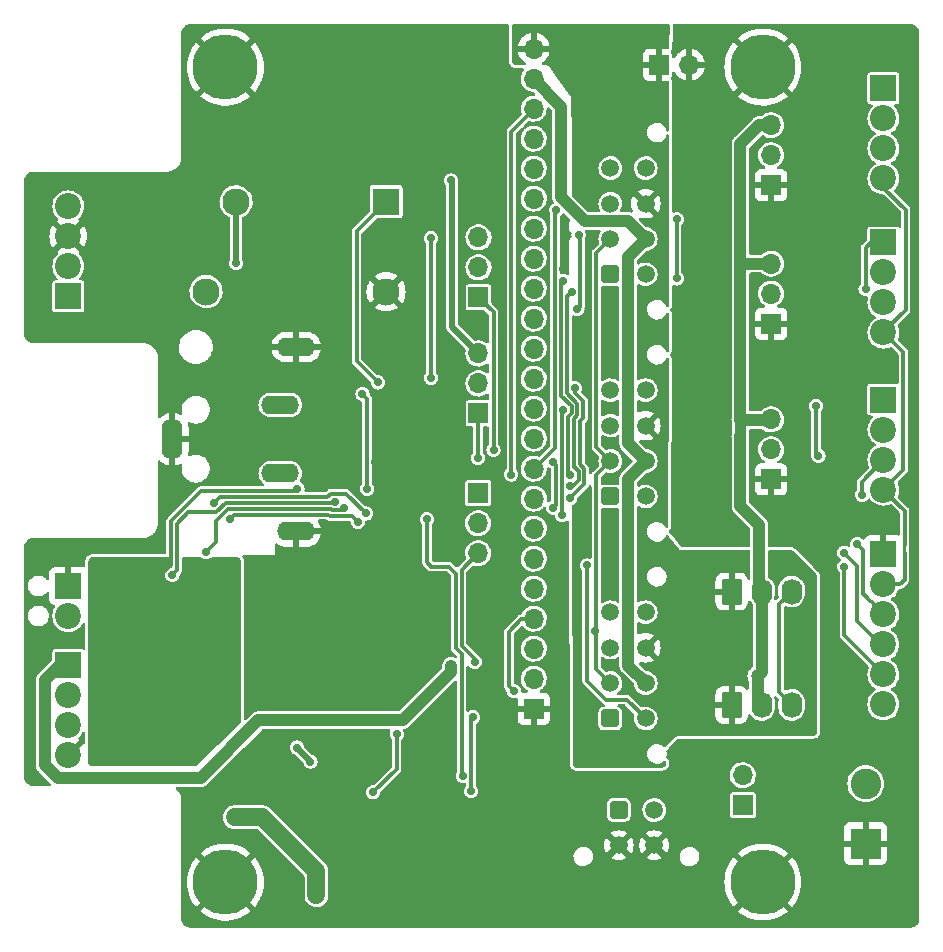
<source format=gbr>
%TF.GenerationSoftware,KiCad,Pcbnew,(6.0.11-0)*%
%TF.CreationDate,2023-05-17T22:58:47+12:00*%
%TF.ProjectId,controller-lower-cut,636f6e74-726f-46c6-9c65-722d6c6f7765,3.2*%
%TF.SameCoordinates,PX1c9c380PY1312d00*%
%TF.FileFunction,Copper,L2,Bot*%
%TF.FilePolarity,Positive*%
%FSLAX46Y46*%
G04 Gerber Fmt 4.6, Leading zero omitted, Abs format (unit mm)*
G04 Created by KiCad (PCBNEW (6.0.11-0)) date 2023-05-17 22:58:47*
%MOMM*%
%LPD*%
G01*
G04 APERTURE LIST*
G04 Aperture macros list*
%AMRoundRect*
0 Rectangle with rounded corners*
0 $1 Rounding radius*
0 $2 $3 $4 $5 $6 $7 $8 $9 X,Y pos of 4 corners*
0 Add a 4 corners polygon primitive as box body*
4,1,4,$2,$3,$4,$5,$6,$7,$8,$9,$2,$3,0*
0 Add four circle primitives for the rounded corners*
1,1,$1+$1,$2,$3*
1,1,$1+$1,$4,$5*
1,1,$1+$1,$6,$7*
1,1,$1+$1,$8,$9*
0 Add four rect primitives between the rounded corners*
20,1,$1+$1,$2,$3,$4,$5,0*
20,1,$1+$1,$4,$5,$6,$7,0*
20,1,$1+$1,$6,$7,$8,$9,0*
20,1,$1+$1,$8,$9,$2,$3,0*%
G04 Aperture macros list end*
%TA.AperFunction,ComponentPad*%
%ADD10RoundRect,0.250001X0.499999X-0.499999X0.499999X0.499999X-0.499999X0.499999X-0.499999X-0.499999X0*%
%TD*%
%TA.AperFunction,ComponentPad*%
%ADD11C,1.500000*%
%TD*%
%TA.AperFunction,ComponentPad*%
%ADD12RoundRect,0.250000X-0.620000X-0.845000X0.620000X-0.845000X0.620000X0.845000X-0.620000X0.845000X0*%
%TD*%
%TA.AperFunction,ComponentPad*%
%ADD13O,1.740000X2.190000*%
%TD*%
%TA.AperFunction,ComponentPad*%
%ADD14R,2.600000X2.600000*%
%TD*%
%TA.AperFunction,ComponentPad*%
%ADD15C,2.600000*%
%TD*%
%TA.AperFunction,ComponentPad*%
%ADD16RoundRect,0.250001X-0.499999X-0.499999X0.499999X-0.499999X0.499999X0.499999X-0.499999X0.499999X0*%
%TD*%
%TA.AperFunction,ComponentPad*%
%ADD17C,5.500000*%
%TD*%
%TA.AperFunction,ComponentPad*%
%ADD18R,1.700000X1.700000*%
%TD*%
%TA.AperFunction,ComponentPad*%
%ADD19O,1.700000X1.700000*%
%TD*%
%TA.AperFunction,ComponentPad*%
%ADD20R,2.200000X2.200000*%
%TD*%
%TA.AperFunction,ComponentPad*%
%ADD21C,2.200000*%
%TD*%
%TA.AperFunction,ComponentPad*%
%ADD22C,2.300000*%
%TD*%
%TA.AperFunction,ComponentPad*%
%ADD23R,2.300000X2.300000*%
%TD*%
%TA.AperFunction,ComponentPad*%
%ADD24O,3.200000X1.600000*%
%TD*%
%TA.AperFunction,ComponentPad*%
%ADD25O,1.750000X3.500000*%
%TD*%
%TA.AperFunction,SMDPad,CuDef*%
%ADD26C,0.300000*%
%TD*%
%TA.AperFunction,SMDPad,CuDef*%
%ADD27C,1.000000*%
%TD*%
%TA.AperFunction,ViaPad*%
%ADD28C,0.700000*%
%TD*%
%TA.AperFunction,ViaPad*%
%ADD29C,1.200000*%
%TD*%
%TA.AperFunction,Conductor*%
%ADD30C,0.300000*%
%TD*%
%TA.AperFunction,Conductor*%
%ADD31C,1.500000*%
%TD*%
%TA.AperFunction,Conductor*%
%ADD32C,0.500000*%
%TD*%
%TA.AperFunction,Conductor*%
%ADD33C,1.000000*%
%TD*%
G04 APERTURE END LIST*
%TO.C,NT35*%
G36*
X81650000Y-55100000D02*
G01*
X81350000Y-55100000D01*
X81350000Y-54500000D01*
X81650000Y-54500000D01*
X81650000Y-55100000D01*
G37*
%TO.C,NT37*%
G36*
X68100000Y-45270000D02*
G01*
X67100000Y-45270000D01*
X67100000Y-43830000D01*
X68100000Y-43830000D01*
X68100000Y-45270000D01*
G37*
%TO.C,NT34*%
G36*
X78818198Y-59198959D02*
G01*
X78606066Y-59411091D01*
X78181802Y-58986827D01*
X78393934Y-58774695D01*
X78818198Y-59198959D01*
G37*
%TO.C,NT33*%
G36*
X78618198Y-61798959D02*
G01*
X78406066Y-62011091D01*
X77981802Y-61586827D01*
X78193934Y-61374695D01*
X78618198Y-61798959D01*
G37*
%TD*%
D10*
%TO.P,J11,1,Pin_1*%
%TO.N,unconnected-(J11-Pad1)*%
X56585000Y-31550000D03*
D11*
%TO.P,J11,2,Pin_2*%
%TO.N,/Connectors & Jumpers/HOLD_OUT*%
X56585000Y-28550000D03*
%TO.P,J11,3,Pin_3*%
%TO.N,/Connectors & Jumpers/XMIN_OUT*%
X56585000Y-25550000D03*
%TO.P,J11,4,Pin_4*%
%TO.N,unconnected-(J11-Pad4)*%
X56585000Y-22550000D03*
%TO.P,J11,5,Pin_5*%
%TO.N,unconnected-(J11-Pad5)*%
X59585000Y-31550000D03*
%TO.P,J11,6,Pin_6*%
%TO.N,+5V*%
X59585000Y-28550000D03*
%TO.P,J11,7,Pin_7*%
%TO.N,GNDA*%
X59585000Y-25550000D03*
%TO.P,J11,8,Pin_8*%
%TO.N,unconnected-(J11-Pad8)*%
X59585000Y-22550000D03*
%TD*%
D12*
%TO.P,J18,1,Pin_1*%
%TO.N,GNDA*%
X66860000Y-68000000D03*
D13*
%TO.P,J18,2,Pin_2*%
%TO.N,+5V*%
X69400000Y-68000000D03*
%TO.P,J18,3,Pin_3*%
%TO.N,/Connectors & Jumpers/PROBE_OUT*%
X71940000Y-68000000D03*
%TD*%
D14*
%TO.P,J5,1,Pin_1*%
%TO.N,GND*%
X78205000Y-79737893D03*
D15*
%TO.P,J5,2,Pin_2*%
%TO.N,24V_SAFE*%
X78205000Y-74657893D03*
%TD*%
D16*
%TO.P,J4,1,Pin_1*%
%TO.N,Net-(D4-Pad1)*%
X57300000Y-76892893D03*
D11*
%TO.P,J4,2,Pin_2*%
%TO.N,/Power/PLED*%
X60300000Y-76892893D03*
%TO.P,J4,3,Pin_3*%
%TO.N,GND*%
X57300000Y-79892893D03*
%TO.P,J4,4,Pin_4*%
X60300000Y-79892893D03*
%TD*%
D17*
%TO.P,H4,1,1*%
%TO.N,GND*%
X24000000Y-83000000D03*
%TD*%
D18*
%TO.P,JP7,1,A*%
%TO.N,/Connectors & Jumpers/X_P17_OUT*%
X45425000Y-43325000D03*
D19*
%TO.P,JP7,2,C*%
%TO.N,/Connectors & Jumpers/P17_IN*%
X45425000Y-40785000D03*
%TO.P,JP7,3,B*%
%TO.N,/Connectors & Jumpers/VFD_PWM*%
X45425000Y-38245000D03*
%TD*%
D20*
%TO.P,J10,1,Pin_1*%
%TO.N,/Connectors & Jumpers/X_COM*%
X79708381Y-15795001D03*
D21*
%TO.P,J10,2,Pin_2*%
%TO.N,/Connectors & Jumpers/XCLK_IN*%
X79708381Y-18335001D03*
%TO.P,J10,3,Pin_3*%
%TO.N,/Connectors & Jumpers/XDIR_IN*%
X79708381Y-20875001D03*
%TO.P,J10,4,Pin_4*%
%TO.N,/Connectors & Jumpers/EN_IN*%
X79708381Y-23415001D03*
%TD*%
D20*
%TO.P,J7,1,Pin_1*%
%TO.N,GND*%
X10700000Y-57930000D03*
D21*
%TO.P,J7,2,Pin_2*%
%TO.N,/Connectors & Jumpers/ESTOP_OUT*%
X10700000Y-60470000D03*
%TD*%
D12*
%TO.P,J17,1,Pin_1*%
%TO.N,GNDA*%
X66860000Y-58400000D03*
D13*
%TO.P,J17,2,Pin_2*%
%TO.N,+5V*%
X69400000Y-58400000D03*
%TO.P,J17,3,Pin_3*%
%TO.N,/Connectors & Jumpers/PROBE_OUT*%
X71940000Y-58400000D03*
%TD*%
D18*
%TO.P,JP5,1,A*%
%TO.N,GND*%
X70200000Y-35713380D03*
D19*
%TO.P,JP5,2,C*%
%TO.N,/Connectors & Jumpers/Y_COM*%
X70200000Y-33173380D03*
%TO.P,JP5,3,B*%
%TO.N,/Connectors & Jumpers/STP_5V*%
X70200000Y-30633380D03*
%TD*%
D10*
%TO.P,J16,1,Pin_1*%
%TO.N,unconnected-(J16-Pad1)*%
X56585000Y-69150000D03*
D11*
%TO.P,J16,2,Pin_2*%
%TO.N,/Connectors & Jumpers/HOLD_OUT*%
X56585000Y-66150000D03*
%TO.P,J16,3,Pin_3*%
%TO.N,unconnected-(J16-Pad3)*%
X56585000Y-63150000D03*
%TO.P,J16,4,Pin_4*%
%TO.N,unconnected-(J16-Pad4)*%
X56585000Y-60150000D03*
%TO.P,J16,5,Pin_5*%
%TO.N,/Connectors & Jumpers/ZMIN_OUT*%
X59585000Y-69150000D03*
%TO.P,J16,6,Pin_6*%
%TO.N,+5V*%
X59585000Y-66150000D03*
%TO.P,J16,7,Pin_7*%
%TO.N,GNDA*%
X59585000Y-63150000D03*
%TO.P,J16,8,Pin_8*%
%TO.N,unconnected-(J16-Pad8)*%
X59585000Y-60150000D03*
%TD*%
D20*
%TO.P,J15,1,Pin_1*%
%TO.N,+5V*%
X10700000Y-64620000D03*
D21*
%TO.P,J15,2,Pin_2*%
%TO.N,/Connectors & Jumpers/X_P17_OUT*%
X10700000Y-67160000D03*
%TO.P,J15,3,Pin_3*%
%TO.N,/Connectors & Jumpers/X_P16_OUT*%
X10700000Y-69700000D03*
%TO.P,J15,4,Pin_4*%
%TO.N,GND*%
X10700000Y-72240000D03*
%TD*%
D17*
%TO.P,H6,1,1*%
%TO.N,GND*%
X69500000Y-82992893D03*
%TD*%
D18*
%TO.P,JP6,1,A*%
%TO.N,/Connectors & Jumpers/X_P16_OUT*%
X45425000Y-33500000D03*
D19*
%TO.P,JP6,2,C*%
%TO.N,/Connectors & Jumpers/P16_IN*%
X45425000Y-30960000D03*
%TO.P,JP6,3,B*%
%TO.N,Net-(JP6-Pad3)*%
X45425000Y-28420000D03*
%TD*%
D18*
%TO.P,JP4,1,A*%
%TO.N,GND*%
X70200000Y-23992893D03*
D19*
%TO.P,JP4,2,C*%
%TO.N,/Connectors & Jumpers/X_COM*%
X70200000Y-21452893D03*
%TO.P,JP4,3,B*%
%TO.N,/Connectors & Jumpers/STP_5V*%
X70200000Y-18912893D03*
%TD*%
D20*
%TO.P,J12,1,Pin_1*%
%TO.N,/Connectors & Jumpers/Y_COM*%
X79708381Y-28848381D03*
D21*
%TO.P,J12,2,Pin_2*%
%TO.N,/Connectors & Jumpers/YCLK_IN*%
X79708381Y-31388381D03*
%TO.P,J12,3,Pin_3*%
%TO.N,/Connectors & Jumpers/YDIR_IN*%
X79708381Y-33928381D03*
%TO.P,J12,4,Pin_4*%
%TO.N,/Connectors & Jumpers/EN_IN*%
X79708381Y-36468381D03*
%TD*%
D17*
%TO.P,H5,1,1*%
%TO.N,GND*%
X69500000Y-13992893D03*
%TD*%
D20*
%TO.P,J14,1,Pin_1*%
%TO.N,/Connectors & Jumpers/Z_COM*%
X79708381Y-42145001D03*
D21*
%TO.P,J14,2,Pin_2*%
%TO.N,/Connectors & Jumpers/ZCLK_IN*%
X79708381Y-44685001D03*
%TO.P,J14,3,Pin_3*%
%TO.N,/Connectors & Jumpers/ZDIR_IN*%
X79708381Y-47225001D03*
%TO.P,J14,4,Pin_4*%
%TO.N,/Connectors & Jumpers/EN_IN*%
X79708381Y-49765001D03*
%TD*%
D22*
%TO.P,K1,1*%
%TO.N,GND*%
X37600000Y-33020000D03*
%TO.P,K1,3*%
%TO.N,/Connectors & Jumpers/VFD_XGND*%
X22360000Y-33000000D03*
%TO.P,K1,5*%
%TO.N,/Connectors & Jumpers/VFD_FWD*%
X24900000Y-25400000D03*
D23*
%TO.P,K1,6*%
%TO.N,Net-(D11-Pad1)*%
X37600000Y-25400000D03*
%TD*%
D10*
%TO.P,J13,1,Pin_1*%
%TO.N,unconnected-(J13-Pad1)*%
X56585000Y-50350000D03*
D11*
%TO.P,J13,2,Pin_2*%
%TO.N,/Connectors & Jumpers/HOLD_OUT*%
X56585000Y-47350000D03*
%TO.P,J13,3,Pin_3*%
%TO.N,unconnected-(J13-Pad3)*%
X56585000Y-44350000D03*
%TO.P,J13,4,Pin_4*%
%TO.N,/Connectors & Jumpers/YMIN_OUT*%
X56585000Y-41350000D03*
%TO.P,J13,5,Pin_5*%
%TO.N,unconnected-(J13-Pad5)*%
X59585000Y-50350000D03*
%TO.P,J13,6,Pin_6*%
%TO.N,+5V*%
X59585000Y-47350000D03*
%TO.P,J13,7,Pin_7*%
%TO.N,GNDA*%
X59585000Y-44350000D03*
%TO.P,J13,8,Pin_8*%
%TO.N,unconnected-(J13-Pad8)*%
X59585000Y-41350000D03*
%TD*%
D18*
%TO.P,JP2,1,A*%
%TO.N,/Connectors & Jumpers/RELAY4*%
X45400000Y-50075000D03*
D19*
%TO.P,JP2,2,C*%
%TO.N,/Connectors & Jumpers/P1_IN*%
X45400000Y-52615000D03*
%TO.P,JP2,3,B*%
%TO.N,/Connectors & Jumpers/CHARGE_PUMP_OUT*%
X45400000Y-55155000D03*
%TD*%
D24*
%TO.P,J3,1*%
%TO.N,24V_IN*%
X28650000Y-48400000D03*
%TO.P,J3,2*%
%TO.N,GND*%
X25000000Y-48000000D03*
%TO.P,J3,3*%
X25000000Y-43000000D03*
%TO.P,J3,4*%
%TO.N,24V_IN*%
X28650000Y-42600000D03*
%TO.P,J3,SH*%
%TO.N,GND*%
X30000000Y-37700000D03*
D25*
X19500000Y-45500000D03*
D24*
X30000000Y-53300000D03*
%TD*%
D20*
%TO.P,J9,1,Pin_1*%
%TO.N,GND*%
X79700000Y-55250000D03*
D21*
%TO.P,J9,2,Pin_2*%
%TO.N,/Connectors & Jumpers/RELAY1*%
X79700000Y-57790000D03*
%TO.P,J9,3,Pin_3*%
%TO.N,/Connectors & Jumpers/RELAY2*%
X79700000Y-60330000D03*
%TO.P,J9,4,Pin_4*%
%TO.N,/Connectors & Jumpers/RELAY3*%
X79700000Y-62870000D03*
%TO.P,J9,5,Pin_5*%
%TO.N,/Connectors & Jumpers/RELAY4*%
X79700000Y-65410000D03*
%TO.P,J9,6,Pin_6*%
%TO.N,+5V*%
X79700000Y-67950000D03*
%TD*%
D18*
%TO.P,JP3,1,A*%
%TO.N,GNDA*%
X60725000Y-13800000D03*
D19*
%TO.P,JP3,2,B*%
%TO.N,GND*%
X63265000Y-13800000D03*
%TD*%
D18*
%TO.P,JP1,1,A*%
%TO.N,/Power/Q1_E*%
X67800000Y-76492893D03*
D19*
%TO.P,JP1,2,B*%
%TO.N,/Power/Q1_C*%
X67800000Y-73952893D03*
%TD*%
D18*
%TO.P,JP8,1,A*%
%TO.N,GND*%
X70200000Y-48910000D03*
D19*
%TO.P,JP8,2,C*%
%TO.N,/Connectors & Jumpers/Z_COM*%
X70200000Y-46370000D03*
%TO.P,JP8,3,B*%
%TO.N,/Connectors & Jumpers/STP_5V*%
X70200000Y-43830000D03*
%TD*%
D18*
%TO.P,J2,1,Pin_1*%
%TO.N,GND*%
X50100000Y-68311000D03*
D19*
%TO.P,J2,2,Pin_2*%
%TO.N,+5V*%
X50100000Y-65771000D03*
%TO.P,J2,3,Pin_3*%
%TO.N,/Connectors & Jumpers/HOLD_OUT*%
X50100000Y-63231000D03*
%TO.P,J2,4,Pin_4*%
%TO.N,/Power/nCE_OUT*%
X50100000Y-60691000D03*
%TO.P,J2,5,Pin_5*%
%TO.N,/Connectors & Jumpers/P1_IN*%
X50100000Y-58151000D03*
%TO.P,J2,6,Pin_6*%
%TO.N,/Connectors & Jumpers/PROBE_OUT*%
X50100000Y-55611000D03*
%TO.P,J2,7,Pin_7*%
%TO.N,/Connectors & Jumpers/ZMIN_OUT*%
X50100000Y-53071000D03*
%TO.P,J2,8,Pin_8*%
%TO.N,/Connectors & Jumpers/YMIN_OUT*%
X50100000Y-50531000D03*
%TO.P,J2,9,Pin_9*%
%TO.N,/Connectors & Jumpers/XMIN_OUT*%
X50100000Y-47991000D03*
%TO.P,J2,10,Pin_10*%
%TO.N,/Connectors & Jumpers/RELAY3_IN*%
X50100000Y-45451000D03*
%TO.P,J2,11,Pin_11*%
%TO.N,/Connectors & Jumpers/RELAY2_IN*%
X50100000Y-42911000D03*
%TO.P,J2,12,Pin_12*%
%TO.N,/Connectors & Jumpers/P17_IN*%
X50100000Y-40371000D03*
%TO.P,J2,13,Pin_13*%
%TO.N,/Connectors & Jumpers/P16_IN*%
X50100000Y-37831000D03*
%TO.P,J2,14,Pin_14*%
%TO.N,/Connectors & Jumpers/EN_IN*%
X50100000Y-35291000D03*
%TO.P,J2,15,Pin_15*%
%TO.N,/Connectors & Jumpers/ZDIR_IN*%
X50100000Y-32751000D03*
%TO.P,J2,16,Pin_16*%
%TO.N,/Connectors & Jumpers/ZCLK_IN*%
X50100000Y-30211000D03*
%TO.P,J2,17,Pin_17*%
%TO.N,/Connectors & Jumpers/YDIR_IN*%
X50100000Y-27671000D03*
%TO.P,J2,18,Pin_18*%
%TO.N,/Connectors & Jumpers/YCLK_IN*%
X50100000Y-25131000D03*
%TO.P,J2,19,Pin_19*%
%TO.N,/Connectors & Jumpers/XDIR_IN*%
X50100000Y-22591000D03*
%TO.P,J2,20,Pin_20*%
%TO.N,/Connectors & Jumpers/XCLK_IN*%
X50100000Y-20051000D03*
%TO.P,J2,21,Pin_21*%
%TO.N,/Connectors & Jumpers/ESTOP_OUT*%
X50100000Y-17511000D03*
%TO.P,J2,22,Pin_22*%
%TO.N,+5V*%
X50100000Y-14971000D03*
%TO.P,J2,23,Pin_23*%
%TO.N,GNDA*%
X50100000Y-12431000D03*
%TD*%
D17*
%TO.P,H3,1,1*%
%TO.N,GND*%
X24000000Y-14000000D03*
%TD*%
D20*
%TO.P,J19,1,Pin_1*%
%TO.N,/Connectors & Jumpers/VFD_XGND*%
X10700000Y-33414999D03*
D21*
%TO.P,J19,2,Pin_2*%
%TO.N,/Connectors & Jumpers/VFD_FWD*%
X10700000Y-30874999D03*
%TO.P,J19,3,Pin_3*%
%TO.N,GND*%
X10700000Y-28334999D03*
%TO.P,J19,4,Pin_4*%
%TO.N,/Connectors & Jumpers/VFD_PWM*%
X10700000Y-25794999D03*
%TD*%
D26*
%TO.P,NT35,1,1*%
%TO.N,/Connectors & Jumpers/EN_IN*%
X81500000Y-54500000D03*
%TO.P,NT35,2,2*%
%TO.N,/Connectors & Jumpers/RELAY1*%
X81500000Y-55100000D03*
%TD*%
D27*
%TO.P,NT37,1,1*%
%TO.N,/Connectors & Jumpers/STP_5V*%
X67600000Y-43850000D03*
%TO.P,NT37,2,2*%
%TO.N,+5V*%
X67600000Y-45250000D03*
%TD*%
D26*
%TO.P,NT34,1,1*%
%TO.N,/Connectors & Jumpers/RELAY2_IN*%
X78287868Y-58880761D03*
%TO.P,NT34,2,2*%
%TO.N,/Connectors & Jumpers/RELAY2*%
X78712132Y-59305025D03*
%TD*%
%TO.P,NT33,1,1*%
%TO.N,/Connectors & Jumpers/RELAY3_IN*%
X78087868Y-61480761D03*
%TO.P,NT33,2,2*%
%TO.N,/Connectors & Jumpers/RELAY3*%
X78512132Y-61905025D03*
%TD*%
D28*
%TO.N,GND*%
X52650000Y-28200000D03*
X28300000Y-76500000D03*
X39450000Y-83250000D03*
X52600000Y-59000000D03*
X26900000Y-71500000D03*
X78000000Y-47692893D03*
X81100000Y-64175000D03*
X42700000Y-76800000D03*
X20600000Y-22800000D03*
X51100000Y-18792893D03*
X66050000Y-33092893D03*
X36700000Y-47392893D03*
X45500000Y-36692893D03*
X81600000Y-49792893D03*
X72000000Y-34492893D03*
X76450000Y-46692893D03*
X41540000Y-57000000D03*
X62150000Y-42650000D03*
X62250000Y-35042893D03*
X18200000Y-54300000D03*
X37900000Y-46792893D03*
X39900000Y-60150000D03*
X33600000Y-76400000D03*
X66400000Y-31042893D03*
X49200000Y-61992893D03*
X7600000Y-36700000D03*
X21300000Y-76192893D03*
X74400000Y-56192893D03*
X65700000Y-82692893D03*
X38000000Y-75100000D03*
X82200000Y-70500000D03*
X77900000Y-15100000D03*
X48200000Y-51085786D03*
X66400000Y-26792893D03*
X7600000Y-74200000D03*
X51800000Y-83492893D03*
X30900000Y-78400000D03*
X62150000Y-49900000D03*
X63050000Y-31035786D03*
X77900000Y-41800000D03*
X81300000Y-24492893D03*
X45000000Y-56792893D03*
X58850000Y-76342893D03*
X47200000Y-10792893D03*
X35800000Y-24492893D03*
X43950000Y-50500000D03*
X48400000Y-67900000D03*
X50850000Y-76792893D03*
X66450000Y-49900000D03*
X45559355Y-70487998D03*
X30700000Y-76400000D03*
X81500000Y-19600000D03*
X77400000Y-37150000D03*
X51150000Y-74242893D03*
X39400000Y-24492893D03*
X71600000Y-31592893D03*
X74400000Y-24200000D03*
X62250000Y-32942893D03*
X11500000Y-62392893D03*
X7600000Y-23392893D03*
X77050000Y-49192893D03*
X39500000Y-70900000D03*
X62250000Y-37242893D03*
X71900000Y-80192893D03*
X74800000Y-71592893D03*
X66400000Y-42650000D03*
X67850000Y-53350000D03*
X34150000Y-54700000D03*
X34600000Y-78300000D03*
X71700000Y-46042893D03*
X37150000Y-52950000D03*
X66400000Y-22492893D03*
X74800000Y-43792893D03*
X72000000Y-26792893D03*
X42700000Y-71600000D03*
X40500000Y-81367893D03*
X40500000Y-45992893D03*
X32200000Y-72700000D03*
X12600000Y-32200000D03*
X66450000Y-47850000D03*
X44725000Y-67742893D03*
X41525000Y-60000000D03*
X31600000Y-48892893D03*
X42700000Y-75200000D03*
X26600000Y-24492893D03*
X39900000Y-64600000D03*
X64100000Y-78192893D03*
X73000000Y-37057107D03*
X39300000Y-76600000D03*
D29*
X37100000Y-78300000D03*
D28*
X30100000Y-82792893D03*
X66250000Y-76342893D03*
X44900000Y-62100000D03*
X26600000Y-79192893D03*
X38800000Y-39792893D03*
X74800000Y-68892893D03*
X77900000Y-21200000D03*
X77800000Y-68000000D03*
X12800000Y-54300000D03*
X35300000Y-71500000D03*
X75500000Y-20500000D03*
X18700000Y-36692893D03*
X37100000Y-49692893D03*
X42700000Y-86342893D03*
X64900000Y-24292893D03*
X41950000Y-55350000D03*
X39900000Y-62600000D03*
X62150000Y-47850000D03*
X42700000Y-67400000D03*
X40500000Y-49692893D03*
X62200000Y-21992893D03*
X36900000Y-76400000D03*
X59300000Y-74142893D03*
X48200000Y-53142893D03*
X64450000Y-35392893D03*
X81100000Y-59100000D03*
X68800000Y-26792893D03*
X77900000Y-28400000D03*
X77900000Y-38700000D03*
X42600000Y-56992893D03*
X52600000Y-60800000D03*
X51800000Y-86342893D03*
X39350000Y-75100000D03*
X33585002Y-71300000D03*
X77800000Y-64900000D03*
X62200000Y-19892893D03*
X33250000Y-78300000D03*
X33300000Y-83200000D03*
X71900000Y-10792893D03*
X76750000Y-31800000D03*
X80600000Y-40192893D03*
D29*
X37400000Y-83192893D03*
D28*
X31700000Y-86292893D03*
X35950000Y-83200000D03*
X68800000Y-29203380D03*
X69000000Y-74942893D03*
X35900000Y-78300000D03*
X40500000Y-56992893D03*
X33250000Y-80800000D03*
X26500000Y-22592893D03*
X80000000Y-25792893D03*
X48800000Y-78800000D03*
X61700000Y-76342893D03*
X66500000Y-77742893D03*
X82200000Y-86192893D03*
X71900000Y-77192893D03*
X28450000Y-71490000D03*
X7600000Y-54300000D03*
X41000000Y-72300000D03*
X69400000Y-77192893D03*
X78000000Y-43792893D03*
X26900000Y-75300000D03*
X7400000Y-68300000D03*
X46696872Y-65897014D03*
X76000000Y-74792893D03*
X51100000Y-23942893D03*
X52600000Y-31100000D03*
X37800000Y-72692893D03*
X78300000Y-34992893D03*
X34800000Y-10792893D03*
X23000000Y-25892893D03*
X74400000Y-26792893D03*
X62500000Y-10792893D03*
X59700000Y-86342893D03*
X42700000Y-83500000D03*
X42800000Y-81367893D03*
X35800000Y-22600000D03*
X68800000Y-42650000D03*
X75000000Y-51192893D03*
X50050000Y-71192893D03*
X70350000Y-53500000D03*
X39600000Y-67000000D03*
X34650000Y-83200000D03*
X66300000Y-37192893D03*
X75250000Y-61842893D03*
X39600000Y-54692893D03*
X45100000Y-78500000D03*
X7600000Y-29700000D03*
X73000000Y-38700000D03*
X62150000Y-53392893D03*
X62200000Y-71592893D03*
X82200000Y-10792893D03*
X59700000Y-83492893D03*
X77900000Y-17700000D03*
X12600000Y-34392893D03*
X81600000Y-36492893D03*
D29*
%TO.N,24V_SAFE*%
X17400000Y-64050000D03*
D28*
X13700000Y-62000000D03*
D29*
X18900000Y-62550000D03*
D28*
X13700000Y-66500000D03*
D29*
X18900000Y-64050000D03*
D28*
X20300000Y-69100000D03*
X14400000Y-69900000D03*
X13000000Y-71000000D03*
X15400000Y-68592893D03*
X15900000Y-71192893D03*
X15400000Y-66500000D03*
X12800000Y-58300000D03*
X16500000Y-55900000D03*
X14000000Y-59500000D03*
X13000000Y-68900000D03*
X15200000Y-55900000D03*
D29*
X24797918Y-77502082D03*
D28*
X13700000Y-64200000D03*
D29*
X18900000Y-67050000D03*
D28*
X18800000Y-72700000D03*
X13000000Y-72692893D03*
X14400000Y-71792893D03*
D29*
X20400000Y-67050000D03*
D28*
X14000000Y-57100000D03*
D29*
X20400000Y-65550000D03*
D28*
X15400000Y-64200000D03*
X20300000Y-70300000D03*
D29*
X20400000Y-62550000D03*
D28*
X14000000Y-55900000D03*
X30100000Y-49693393D03*
X12800000Y-59500000D03*
D29*
X21900000Y-62550000D03*
X21900000Y-67050000D03*
X18900000Y-65550000D03*
X17400000Y-67050000D03*
X20400000Y-64050000D03*
D28*
X35600000Y-41692893D03*
D29*
X17400000Y-62550000D03*
D28*
X18800000Y-70300000D03*
X12800000Y-55900000D03*
X15200000Y-57100000D03*
X16500000Y-57100000D03*
X20300000Y-72700000D03*
X15200000Y-58300000D03*
X14000000Y-58300000D03*
D29*
X21900000Y-65550000D03*
X17400000Y-65550000D03*
X21900000Y-64050000D03*
X31700000Y-84100000D03*
D28*
X17900000Y-55900000D03*
X17300000Y-69100000D03*
X36000000Y-49692893D03*
X15900000Y-72692893D03*
X12800000Y-57100000D03*
X15400000Y-62000000D03*
X23000000Y-69100000D03*
%TO.N,/Power/U2_BST*%
X30054413Y-71609450D03*
X31195332Y-72795332D03*
%TO.N,/Power/nCE_OUT*%
X48400000Y-66800000D03*
%TO.N,/Connectors & Jumpers/RELAY4*%
X76400000Y-56292893D03*
%TO.N,Net-(D11-Pad1)*%
X36900000Y-40692893D03*
%TO.N,/Power/U2_ON_nOFF*%
X38500000Y-70500000D03*
X36500000Y-75400000D03*
%TO.N,/Connectors & Jumpers/ZDIR_IN*%
X53199500Y-49492893D03*
X77900000Y-50192893D03*
X53299500Y-33000000D03*
%TO.N,/Connectors & Jumpers/ZCLK_IN*%
X52599500Y-32100500D03*
X53199500Y-48521264D03*
%TO.N,/Connectors & Jumpers/YDIR_IN*%
X53800000Y-34500000D03*
X53900000Y-28194000D03*
%TO.N,/Connectors & Jumpers/YCLK_IN*%
X62200000Y-26892893D03*
X62200000Y-31892893D03*
%TO.N,/Connectors & Jumpers/ESTOP_OUT*%
X23007384Y-50907884D03*
X35900000Y-51793393D03*
X48200000Y-48492893D03*
%TO.N,/Connectors & Jumpers/ZMIN_OUT*%
X54610000Y-56192893D03*
%TO.N,/Connectors & Jumpers/YMIN_OUT*%
X53599500Y-41200000D03*
X53200000Y-50492893D03*
%TO.N,/Connectors & Jumpers/XMIN_OUT*%
X52019622Y-26130378D03*
%TO.N,/Connectors & Jumpers/RELAY2_IN*%
X77500000Y-54392893D03*
X52599500Y-42992893D03*
X52500000Y-51942893D03*
%TO.N,/Connectors & Jumpers/RELAY3_IN*%
X51750000Y-47399244D03*
X76400000Y-55099500D03*
X51750000Y-51299500D03*
D29*
%TO.N,+5V*%
X69050000Y-65550000D03*
D28*
X43100000Y-64700000D03*
%TO.N,GNDA*%
X70250000Y-56142893D03*
X59300000Y-35042893D03*
X59300000Y-39842893D03*
X61150000Y-70942893D03*
X54900000Y-47200000D03*
X61150000Y-18242893D03*
X59300000Y-72900000D03*
X57950000Y-47350000D03*
X60900000Y-49900000D03*
X53850000Y-65950000D03*
X53848000Y-57150000D03*
X54500000Y-50400000D03*
X54500000Y-53100000D03*
X55400000Y-67992893D03*
X71700000Y-60100000D03*
X56850000Y-39842893D03*
X53850000Y-62900000D03*
X71700000Y-66000000D03*
X61100000Y-21992893D03*
X53850000Y-58942893D03*
X57950000Y-25900000D03*
X64600000Y-64300000D03*
X53800000Y-72900000D03*
X61950000Y-58992893D03*
X61900000Y-57192893D03*
X71600000Y-63000000D03*
X58000000Y-68742893D03*
X61000000Y-10792893D03*
X58000000Y-21992893D03*
X56350000Y-33092893D03*
X68200000Y-63200000D03*
X53800000Y-24600000D03*
X53800000Y-19892893D03*
X56900000Y-36192893D03*
X56500000Y-56800000D03*
X61100000Y-33292893D03*
X56500000Y-51800000D03*
X59250000Y-19892893D03*
X73700000Y-58092893D03*
X53800000Y-21992893D03*
X73500000Y-68900000D03*
X69550000Y-70192893D03*
X59300000Y-56100000D03*
X61100000Y-37192893D03*
X61050000Y-27742893D03*
X59850000Y-30092893D03*
X67850000Y-56092893D03*
X68200000Y-60200000D03*
X56900000Y-42900000D03*
X53800000Y-36192893D03*
X64600000Y-66700000D03*
X64600000Y-70192893D03*
X59300000Y-53542893D03*
%TO.N,/Connectors & Jumpers/Y_COM*%
X78200000Y-32792893D03*
%TO.N,/Connectors & Jumpers/HOLD_OUT*%
X55309500Y-61700000D03*
%TO.N,/Connectors & Jumpers/Z_COM*%
X74000000Y-42692893D03*
X74200000Y-46892893D03*
%TO.N,/Power/Q1_B*%
X44800000Y-75300000D03*
X44953554Y-69046447D03*
%TO.N,/Power/Q1_C*%
X41057107Y-52292393D03*
X35200000Y-52492893D03*
X24354337Y-52247230D03*
X44100000Y-74000000D03*
%TO.N,/Connectors & Jumpers/VFD_PWM*%
X43100000Y-23592893D03*
%TO.N,/Connectors & Jumpers/VFD_FWD*%
X24900000Y-30592893D03*
%TO.N,/Connectors & Jumpers/CHARGE_PUMP_OUT*%
X45100000Y-64349500D03*
%TO.N,/Connectors & Jumpers/X_P16_OUT*%
X46700000Y-46392893D03*
X33307607Y-50801000D03*
X19505713Y-57005713D03*
%TO.N,/Connectors & Jumpers/X_P17_OUT*%
X22368128Y-55067628D03*
X45375001Y-47092393D03*
X34055338Y-51301000D03*
%TO.N,Net-(JP6-Pad3)*%
X41400000Y-40292893D03*
X41400000Y-28492893D03*
%TD*%
D30*
%TO.N,GND*%
X62250000Y-35042893D02*
X62250000Y-37242893D01*
D31*
%TO.N,24V_SAFE*%
X31700000Y-82092893D02*
X27109189Y-77502082D01*
D30*
X36000000Y-42092893D02*
X35600000Y-41692893D01*
X19400000Y-56121476D02*
X17900000Y-57621476D01*
X17900000Y-57621476D02*
X17900000Y-62550000D01*
X36000000Y-49692893D02*
X36000000Y-42092893D01*
X29900500Y-49892893D02*
X21965542Y-49892893D01*
X19400000Y-52458435D02*
X19400000Y-56121476D01*
D31*
X27109189Y-77502082D02*
X24797918Y-77502082D01*
X31700000Y-84100000D02*
X31700000Y-82092893D01*
D30*
X21965542Y-49892893D02*
X19400000Y-52458435D01*
X30100000Y-49693393D02*
X29900500Y-49892893D01*
D32*
%TO.N,/Power/U2_BST*%
X31195332Y-72750369D02*
X30054413Y-71609450D01*
X31195332Y-72795332D02*
X31195332Y-72750369D01*
D30*
%TO.N,/Power/nCE_OUT*%
X48000000Y-61792893D02*
X48000000Y-66400000D01*
X48000000Y-66400000D02*
X48400000Y-66800000D01*
X50100000Y-60760000D02*
X49032893Y-60760000D01*
X49032893Y-60760000D02*
X48000000Y-61792893D01*
%TO.N,/Connectors & Jumpers/RELAY4*%
X76400000Y-56292893D02*
X76400000Y-62110000D01*
X76400000Y-62110000D02*
X79700000Y-65410000D01*
%TO.N,/Connectors & Jumpers/RELAY3*%
X79477107Y-62870000D02*
X79700000Y-62870000D01*
X78512132Y-61905025D02*
X79477107Y-62870000D01*
%TO.N,/Connectors & Jumpers/RELAY2*%
X78712132Y-59305025D02*
X79700000Y-60292893D01*
X79700000Y-60292893D02*
X79700000Y-60330000D01*
%TO.N,/Connectors & Jumpers/RELAY1*%
X81500000Y-57392893D02*
X81500000Y-55100000D01*
X81102893Y-57790000D02*
X81500000Y-57392893D01*
X79700000Y-57790000D02*
X81102893Y-57790000D01*
%TO.N,Net-(D11-Pad1)*%
X35100000Y-27900000D02*
X37600000Y-25400000D01*
X35100000Y-38892893D02*
X35100000Y-27900000D01*
X36900000Y-40692893D02*
X35100000Y-38892893D01*
D33*
%TO.N,/Connectors & Jumpers/STP_5V*%
X69180000Y-18912893D02*
X70200000Y-18912893D01*
X67600000Y-43850000D02*
X70180000Y-43850000D01*
X70180000Y-43850000D02*
X70200000Y-43830000D01*
X70200000Y-30633380D02*
X67600000Y-30633380D01*
X67600000Y-20492893D02*
X69180000Y-18912893D01*
X67600000Y-43850000D02*
X67600000Y-20492893D01*
D30*
%TO.N,/Power/U2_ON_nOFF*%
X38500000Y-73400000D02*
X36500000Y-75400000D01*
X38500000Y-70500000D02*
X38500000Y-73400000D01*
%TO.N,/Connectors & Jumpers/ZDIR_IN*%
X52900000Y-33399500D02*
X52900000Y-41596337D01*
X53500000Y-47831814D02*
X53899500Y-48231314D01*
X52900000Y-41596337D02*
X53799500Y-42495837D01*
X53799500Y-42495837D02*
X53799500Y-43489949D01*
X53400000Y-49492893D02*
X53199500Y-49492893D01*
X79708381Y-47284512D02*
X79708381Y-47225001D01*
X53899500Y-48231314D02*
X53899500Y-48993393D01*
X77900000Y-49092893D02*
X79708381Y-47284512D01*
X53299500Y-33000000D02*
X52900000Y-33399500D01*
X77900000Y-50192893D02*
X77900000Y-49092893D01*
X53799500Y-43489949D02*
X53500000Y-43789449D01*
X53899500Y-48993393D02*
X53400000Y-49492893D01*
X53500000Y-43789449D02*
X53500000Y-47831814D01*
%TO.N,/Connectors & Jumpers/ZCLK_IN*%
X52400000Y-41803443D02*
X53299500Y-42702943D01*
X53299500Y-42702943D02*
X53299500Y-43282843D01*
X53299500Y-43282843D02*
X53000000Y-43582343D01*
X53000000Y-43582343D02*
X53000000Y-48321764D01*
X52400000Y-32300000D02*
X52400000Y-41803443D01*
X52599500Y-32100500D02*
X52400000Y-32300000D01*
X53000000Y-48321764D02*
X53199500Y-48521264D01*
%TO.N,/Connectors & Jumpers/YDIR_IN*%
X54000000Y-28294000D02*
X53900000Y-28194000D01*
X53800000Y-34500000D02*
X54000000Y-34300000D01*
X54000000Y-34300000D02*
X54000000Y-28294000D01*
%TO.N,/Connectors & Jumpers/YCLK_IN*%
X62200000Y-26892893D02*
X62200000Y-31892893D01*
%TO.N,/Connectors & Jumpers/ESTOP_OUT*%
X32614213Y-50392893D02*
X23522375Y-50392893D01*
X35900000Y-51793393D02*
X34207107Y-50100500D01*
X32906606Y-50100500D02*
X32614213Y-50392893D01*
X48200000Y-48492893D02*
X48200000Y-19480000D01*
X34207107Y-50100500D02*
X32906606Y-50100500D01*
X23522375Y-50392893D02*
X23007384Y-50907884D01*
X48200000Y-19480000D02*
X50100000Y-17580000D01*
%TO.N,/Connectors & Jumpers/EN_IN*%
X79708381Y-36468381D02*
X81600000Y-34576762D01*
X81500000Y-54500000D02*
X81500000Y-51556620D01*
X81500000Y-51556620D02*
X79708381Y-49765001D01*
X81400500Y-48072882D02*
X81400500Y-38160500D01*
X79708381Y-24201274D02*
X79708381Y-23415001D01*
X81600000Y-34576762D02*
X81600000Y-26092893D01*
X81600000Y-26092893D02*
X79708381Y-24201274D01*
X81400500Y-38160500D02*
X79708381Y-36468381D01*
X79708381Y-49765001D02*
X81400500Y-48072882D01*
%TO.N,/Connectors & Jumpers/PROBE_OUT*%
X70880000Y-59460000D02*
X71940000Y-58400000D01*
X71940000Y-68000000D02*
X70880000Y-66940000D01*
X70880000Y-66940000D02*
X70880000Y-59460000D01*
%TO.N,/Connectors & Jumpers/ZMIN_OUT*%
X54610000Y-56192893D02*
X54610000Y-65952893D01*
X54610000Y-65952893D02*
X56200000Y-67542893D01*
X57977893Y-67542893D02*
X59585000Y-69150000D01*
X56200000Y-67542893D02*
X57977893Y-67542893D01*
%TO.N,/Connectors & Jumpers/YMIN_OUT*%
X54399500Y-48024207D02*
X54399500Y-49293393D01*
X53599500Y-41200000D02*
X53599500Y-41588731D01*
X54399500Y-49293393D02*
X53200000Y-50492893D01*
X54000000Y-47624708D02*
X54399500Y-48024207D01*
X54299500Y-43697056D02*
X54000000Y-43996555D01*
X53599500Y-41588731D02*
X54299500Y-42288731D01*
X54299500Y-42288731D02*
X54299500Y-43697056D01*
X54000000Y-43996555D02*
X54000000Y-47624708D01*
%TO.N,/Connectors & Jumpers/XMIN_OUT*%
X51900000Y-46260000D02*
X50100000Y-48060000D01*
X51900000Y-26250000D02*
X51900000Y-46260000D01*
X52019622Y-26130378D02*
X51900000Y-26250000D01*
%TO.N,/Connectors & Jumpers/RELAY2_IN*%
X52500000Y-43092393D02*
X52500000Y-51942893D01*
X52599500Y-42992893D02*
X52500000Y-43092393D01*
X78000000Y-54892893D02*
X78000000Y-58592893D01*
X77500000Y-54392893D02*
X78000000Y-54892893D01*
X78000000Y-58592893D02*
X78287868Y-58880761D01*
%TO.N,/Connectors & Jumpers/RELAY3_IN*%
X52000000Y-47649244D02*
X52000000Y-51049500D01*
X77500000Y-60892893D02*
X78087868Y-61480761D01*
X52000000Y-51049500D02*
X51750000Y-51299500D01*
X77500000Y-56199500D02*
X77500000Y-60892893D01*
X51750000Y-47399244D02*
X52000000Y-47649244D01*
X76400000Y-55099500D02*
X77500000Y-56199500D01*
D33*
%TO.N,+5V*%
X69050000Y-65550000D02*
X69050000Y-68000000D01*
X59585000Y-66150000D02*
X58100000Y-64665000D01*
X69200000Y-58200000D02*
X69200000Y-52750000D01*
X69400000Y-58400000D02*
X69200000Y-58200000D01*
X39000000Y-69300000D02*
X26792893Y-69300000D01*
X69200000Y-52750000D02*
X67600000Y-51150000D01*
X9800000Y-74200000D02*
X8700000Y-73100000D01*
X67600000Y-51150000D02*
X67600000Y-45250000D01*
X8700000Y-65900000D02*
X9980000Y-64620000D01*
X54424418Y-27024418D02*
X52400000Y-25000000D01*
X58100000Y-45865000D02*
X58100000Y-30035000D01*
X69050000Y-65550000D02*
X69400000Y-65200000D01*
X26792893Y-69300000D02*
X21892893Y-74200000D01*
X21892893Y-74200000D02*
X9800000Y-74200000D01*
X52400000Y-17340000D02*
X50100000Y-15040000D01*
X59585000Y-47350000D02*
X58100000Y-45865000D01*
X43100000Y-64700000D02*
X43100000Y-65200000D01*
X59585000Y-28550000D02*
X58059418Y-27024418D01*
X8700000Y-73100000D02*
X8700000Y-65900000D01*
X52400000Y-25000000D02*
X52400000Y-17340000D01*
X43100000Y-65200000D02*
X39000000Y-69300000D01*
X58100000Y-48835000D02*
X59585000Y-47350000D01*
X58059418Y-27024418D02*
X54424418Y-27024418D01*
X58100000Y-30035000D02*
X59585000Y-28550000D01*
X9980000Y-64620000D02*
X10700000Y-64620000D01*
X69400000Y-65200000D02*
X69400000Y-58400000D01*
X58100000Y-64665000D02*
X58100000Y-48835000D01*
D30*
%TO.N,/Connectors & Jumpers/Y_COM*%
X78200000Y-29292893D02*
X78644512Y-28848381D01*
X78644512Y-28848381D02*
X79708381Y-28848381D01*
X78200000Y-32792893D02*
X78200000Y-29292893D01*
%TO.N,/Connectors & Jumpers/HOLD_OUT*%
X55400000Y-29735000D02*
X56585000Y-28550000D01*
X56585000Y-47350000D02*
X55400000Y-46165000D01*
X55309500Y-61700000D02*
X55400000Y-61609500D01*
X55372000Y-64937000D02*
X56585000Y-66150000D01*
X55400000Y-61609500D02*
X55400000Y-48535000D01*
X55400000Y-48535000D02*
X56585000Y-47350000D01*
X55372000Y-61762500D02*
X55372000Y-64937000D01*
X55309500Y-61700000D02*
X55372000Y-61762500D01*
X55400000Y-46165000D02*
X55400000Y-29735000D01*
%TO.N,/Connectors & Jumpers/Z_COM*%
X74000000Y-46692893D02*
X74000000Y-42692893D01*
X74200000Y-46892893D02*
X74000000Y-46692893D01*
%TO.N,/Power/Q1_B*%
X44800000Y-75300000D02*
X44800000Y-69200001D01*
X44800000Y-69200001D02*
X44953554Y-69046447D01*
%TO.N,/Power/Q1_C*%
X34708107Y-52001000D02*
X32810550Y-52001000D01*
X41057107Y-55907107D02*
X41442893Y-56292893D01*
X43500000Y-63192893D02*
X44000000Y-63692893D01*
X41442893Y-56292893D02*
X42889950Y-56292893D01*
X42889950Y-56292893D02*
X43500000Y-56902943D01*
X35200000Y-52492893D02*
X34708107Y-52001000D01*
X32810550Y-52001000D02*
X32702443Y-51892893D01*
X44000000Y-63692893D02*
X44000000Y-73900000D01*
X41057107Y-52292393D02*
X41057107Y-55907107D01*
X44000000Y-73900000D02*
X44100000Y-74000000D01*
X32702443Y-51892893D02*
X24708674Y-51892893D01*
X43500000Y-56902943D02*
X43500000Y-63192893D01*
X24708674Y-51892893D02*
X24354337Y-52247230D01*
D32*
%TO.N,/Connectors & Jumpers/VFD_PWM*%
X43200000Y-36020000D02*
X45425000Y-38245000D01*
X43100000Y-23592893D02*
X43200000Y-23692893D01*
X43200000Y-23692893D02*
X43200000Y-36020000D01*
%TO.N,/Connectors & Jumpers/VFD_FWD*%
X24900000Y-30592893D02*
X24900000Y-25400000D01*
D30*
%TO.N,/Connectors & Jumpers/CHARGE_PUMP_OUT*%
X44000000Y-56555000D02*
X45400000Y-55155000D01*
X45100000Y-64349500D02*
X45100000Y-64085787D01*
X44000000Y-62985787D02*
X44000000Y-56555000D01*
X45100000Y-64085787D02*
X44000000Y-62985787D01*
%TO.N,/Connectors & Jumpers/X_P16_OUT*%
X33307607Y-50801000D02*
X33215714Y-50892893D01*
X46700000Y-34775000D02*
X45425000Y-33500000D01*
X24011618Y-50892893D02*
X23204511Y-51700000D01*
X33215714Y-50892893D02*
X24011618Y-50892893D01*
X20865541Y-51700000D02*
X19900000Y-52665541D01*
X23204511Y-51700000D02*
X20865541Y-51700000D01*
X19900000Y-56611426D02*
X19505713Y-57005713D01*
X46700000Y-46392893D02*
X46700000Y-34775000D01*
X19900000Y-52665541D02*
X19900000Y-56611426D01*
%TO.N,/Connectors & Jumpers/X_P17_OUT*%
X45375001Y-43374999D02*
X45425000Y-43325000D01*
X33855338Y-51501000D02*
X33017657Y-51501000D01*
X34055338Y-51301000D02*
X33855338Y-51501000D01*
X24218724Y-51392893D02*
X23200000Y-52411617D01*
X32909550Y-51392893D02*
X24218724Y-51392893D01*
X23200000Y-52411617D02*
X23200000Y-54235756D01*
X33017657Y-51501000D02*
X32909550Y-51392893D01*
X45375001Y-47092393D02*
X45375001Y-43374999D01*
X23200000Y-54235756D02*
X22368128Y-55067628D01*
%TO.N,Net-(JP6-Pad3)*%
X41400000Y-40292893D02*
X41400000Y-28492893D01*
%TD*%
%TA.AperFunction,Conductor*%
%TO.N,GNDA*%
G36*
X61541324Y-10370185D02*
G01*
X61587079Y-10422989D01*
X61598285Y-10474782D01*
X61594437Y-12159170D01*
X61594073Y-12318283D01*
X61574235Y-12385278D01*
X61521327Y-12430912D01*
X61470073Y-12442000D01*
X60996830Y-12442000D01*
X60981831Y-12446404D01*
X60980644Y-12447774D01*
X60979000Y-12455332D01*
X60979000Y-15140169D01*
X60983404Y-15155168D01*
X60984774Y-15156355D01*
X60992332Y-15157999D01*
X61463301Y-15157999D01*
X61530340Y-15177684D01*
X61576095Y-15230488D01*
X61587301Y-15282282D01*
X61578056Y-19328815D01*
X61558218Y-19395810D01*
X61505310Y-19441444D01*
X61436129Y-19451229D01*
X61372639Y-19422059D01*
X61334508Y-19361461D01*
X61303515Y-19248942D01*
X61303514Y-19248940D01*
X61301732Y-19242470D01*
X61217576Y-19082852D01*
X61140207Y-18991298D01*
X61105439Y-18950156D01*
X61105437Y-18950154D01*
X61101106Y-18945029D01*
X60957758Y-18835431D01*
X60794220Y-18759172D01*
X60787669Y-18757708D01*
X60787667Y-18757707D01*
X60717828Y-18742096D01*
X60618121Y-18719809D01*
X60612594Y-18719500D01*
X60479923Y-18719500D01*
X60345611Y-18734091D01*
X60174591Y-18791645D01*
X60019920Y-18884581D01*
X59888813Y-19008563D01*
X59787388Y-19157805D01*
X59720377Y-19325345D01*
X59719280Y-19331971D01*
X59719279Y-19331975D01*
X59699537Y-19451229D01*
X59690906Y-19503367D01*
X59700349Y-19683564D01*
X59702132Y-19690037D01*
X59721929Y-19761907D01*
X59748268Y-19857530D01*
X59751399Y-19863469D01*
X59751400Y-19863471D01*
X59782236Y-19921956D01*
X59832424Y-20017148D01*
X59948894Y-20154971D01*
X60092242Y-20264569D01*
X60255780Y-20340828D01*
X60262331Y-20342292D01*
X60262333Y-20342293D01*
X60313509Y-20353732D01*
X60431879Y-20380191D01*
X60437406Y-20380500D01*
X60570077Y-20380500D01*
X60704389Y-20365909D01*
X60875409Y-20308355D01*
X61030080Y-20215419D01*
X61161187Y-20091437D01*
X61173277Y-20073648D01*
X61208190Y-20022274D01*
X61262612Y-19942195D01*
X61329623Y-19774655D01*
X61330720Y-19768026D01*
X61332526Y-19761559D01*
X61333771Y-19761907D01*
X61361036Y-19705408D01*
X61420603Y-19668889D01*
X61490457Y-19670372D01*
X61548420Y-19709385D01*
X61576090Y-19773542D01*
X61577005Y-19788864D01*
X61554680Y-29560689D01*
X61544164Y-34164042D01*
X61544066Y-34206757D01*
X61524228Y-34273752D01*
X61471320Y-34319386D01*
X61402139Y-34329171D01*
X61338649Y-34300001D01*
X61304775Y-34252126D01*
X61303516Y-34248946D01*
X61301732Y-34242470D01*
X61217576Y-34082852D01*
X61126826Y-33975464D01*
X61105439Y-33950156D01*
X61105437Y-33950154D01*
X61101106Y-33945029D01*
X60957758Y-33835431D01*
X60794220Y-33759172D01*
X60787669Y-33757708D01*
X60787667Y-33757707D01*
X60717828Y-33742096D01*
X60618121Y-33719809D01*
X60612594Y-33719500D01*
X60479923Y-33719500D01*
X60345611Y-33734091D01*
X60174591Y-33791645D01*
X60019920Y-33884581D01*
X59888813Y-34008563D01*
X59787388Y-34157805D01*
X59720377Y-34325345D01*
X59719280Y-34331971D01*
X59719279Y-34331975D01*
X59692640Y-34492893D01*
X59690906Y-34503367D01*
X59700349Y-34683564D01*
X59702132Y-34690037D01*
X59743513Y-34840266D01*
X59748268Y-34857530D01*
X59751399Y-34863469D01*
X59751400Y-34863471D01*
X59767984Y-34894926D01*
X59832424Y-35017148D01*
X59948894Y-35154971D01*
X60092242Y-35264569D01*
X60255780Y-35340828D01*
X60262331Y-35342292D01*
X60262333Y-35342293D01*
X60291632Y-35348842D01*
X60431879Y-35380191D01*
X60437406Y-35380500D01*
X60570077Y-35380500D01*
X60704389Y-35365909D01*
X60875409Y-35308355D01*
X61030080Y-35215419D01*
X61161187Y-35091437D01*
X61262612Y-34942195D01*
X61303382Y-34840262D01*
X61346552Y-34785331D01*
X61412572Y-34762457D01*
X61480477Y-34778908D01*
X61528709Y-34829459D01*
X61542512Y-34886598D01*
X61535434Y-37984957D01*
X61515596Y-38051952D01*
X61462688Y-38097586D01*
X61393507Y-38107371D01*
X61330017Y-38078201D01*
X61303850Y-38041353D01*
X61301732Y-38042470D01*
X61220708Y-37888793D01*
X61217576Y-37882852D01*
X61101106Y-37745029D01*
X60957758Y-37635431D01*
X60794220Y-37559172D01*
X60787669Y-37557708D01*
X60787667Y-37557707D01*
X60717828Y-37542096D01*
X60618121Y-37519809D01*
X60612594Y-37519500D01*
X60479923Y-37519500D01*
X60345611Y-37534091D01*
X60174591Y-37591645D01*
X60019920Y-37684581D01*
X59888813Y-37808563D01*
X59787388Y-37957805D01*
X59720377Y-38125345D01*
X59690906Y-38303367D01*
X59700349Y-38483564D01*
X59702132Y-38490037D01*
X59732625Y-38600738D01*
X59748268Y-38657530D01*
X59751399Y-38663469D01*
X59751400Y-38663471D01*
X59775103Y-38708428D01*
X59832424Y-38817148D01*
X59836756Y-38822274D01*
X59931764Y-38934700D01*
X59948894Y-38954971D01*
X60092242Y-39064569D01*
X60255780Y-39140828D01*
X60262331Y-39142292D01*
X60262333Y-39142293D01*
X60332172Y-39157904D01*
X60431879Y-39180191D01*
X60437406Y-39180500D01*
X60570077Y-39180500D01*
X60704389Y-39165909D01*
X60875409Y-39108355D01*
X61030080Y-39015419D01*
X61161187Y-38891437D01*
X61167518Y-38882122D01*
X61258837Y-38747749D01*
X61262612Y-38742195D01*
X61294649Y-38662095D01*
X61337822Y-38607161D01*
X61403841Y-38584287D01*
X61471747Y-38600738D01*
X61519978Y-38651290D01*
X61533781Y-38708428D01*
X61501312Y-52920230D01*
X61481474Y-52987225D01*
X61428566Y-53032859D01*
X61359385Y-53042644D01*
X61295895Y-53013474D01*
X61267624Y-52977778D01*
X61220708Y-52888793D01*
X61217576Y-52882852D01*
X61136753Y-52787211D01*
X61105439Y-52750156D01*
X61105437Y-52750154D01*
X61101106Y-52745029D01*
X60957758Y-52635431D01*
X60794220Y-52559172D01*
X60787669Y-52557708D01*
X60787667Y-52557707D01*
X60717828Y-52542096D01*
X60618121Y-52519809D01*
X60612594Y-52519500D01*
X60479923Y-52519500D01*
X60345611Y-52534091D01*
X60174591Y-52591645D01*
X60019920Y-52684581D01*
X59888813Y-52808563D01*
X59787388Y-52957805D01*
X59720377Y-53125345D01*
X59719280Y-53131971D01*
X59719279Y-53131975D01*
X59692003Y-53296738D01*
X59690906Y-53303367D01*
X59700349Y-53483564D01*
X59702132Y-53490037D01*
X59740564Y-53629560D01*
X59748268Y-53657530D01*
X59832424Y-53817148D01*
X59948894Y-53954971D01*
X60092242Y-54064569D01*
X60255780Y-54140828D01*
X60262331Y-54142292D01*
X60262333Y-54142293D01*
X60332172Y-54157904D01*
X60431879Y-54180191D01*
X60437406Y-54180500D01*
X60570077Y-54180500D01*
X60704389Y-54165909D01*
X60875409Y-54108355D01*
X61030080Y-54015419D01*
X61161187Y-53891437D01*
X61262612Y-53742195D01*
X61285691Y-53684494D01*
X61328862Y-53629560D01*
X61394882Y-53606686D01*
X61462787Y-53623137D01*
X61511019Y-53673688D01*
X61515989Y-53685078D01*
X61517611Y-53694408D01*
X61569429Y-53784714D01*
X62410052Y-54792197D01*
X62513237Y-54871716D01*
X62640400Y-54900000D01*
X68325500Y-54900000D01*
X68392539Y-54919685D01*
X68438294Y-54972489D01*
X68449500Y-55024000D01*
X68449500Y-57302267D01*
X68429815Y-57369306D01*
X68377011Y-57415061D01*
X68307853Y-57425005D01*
X68244297Y-57395980D01*
X68207873Y-57341510D01*
X68173373Y-57238100D01*
X68167302Y-57225141D01*
X68081874Y-57087091D01*
X68072984Y-57075875D01*
X67958094Y-56961184D01*
X67946855Y-56952308D01*
X67808652Y-56867119D01*
X67795693Y-56861076D01*
X67641186Y-56809828D01*
X67628020Y-56807006D01*
X67533510Y-56797322D01*
X67527202Y-56797000D01*
X67131830Y-56797000D01*
X67116831Y-56801404D01*
X67115644Y-56802774D01*
X67114000Y-56810332D01*
X67114000Y-59985169D01*
X67118404Y-60000168D01*
X67119774Y-60001355D01*
X67127332Y-60002999D01*
X67527165Y-60002999D01*
X67533541Y-60002669D01*
X67629318Y-59992732D01*
X67642494Y-59989886D01*
X67796900Y-59938373D01*
X67809859Y-59932302D01*
X67947909Y-59846874D01*
X67959125Y-59837984D01*
X68073816Y-59723094D01*
X68082692Y-59711855D01*
X68167881Y-59573652D01*
X68173924Y-59560693D01*
X68225172Y-59406186D01*
X68227994Y-59393021D01*
X68237147Y-59303691D01*
X68263562Y-59239007D01*
X68320755Y-59198873D01*
X68390566Y-59196030D01*
X68450833Y-59231382D01*
X68458011Y-59239730D01*
X68584874Y-59401234D01*
X68589329Y-59405100D01*
X68589332Y-59405103D01*
X68606771Y-59420236D01*
X68644503Y-59479042D01*
X68649500Y-59513890D01*
X68649500Y-64726523D01*
X68629815Y-64793562D01*
X68598386Y-64826841D01*
X68477770Y-64914474D01*
X68473423Y-64919302D01*
X68397763Y-65003331D01*
X68358141Y-65047335D01*
X68354893Y-65052961D01*
X68276409Y-65188900D01*
X68268750Y-65202165D01*
X68249968Y-65259969D01*
X68215630Y-65365652D01*
X68213503Y-65372197D01*
X68194815Y-65550000D01*
X68213503Y-65727803D01*
X68215510Y-65733981D01*
X68215511Y-65733984D01*
X68228089Y-65772694D01*
X68268750Y-65897835D01*
X68271998Y-65903460D01*
X68271998Y-65903461D01*
X68282887Y-65922321D01*
X68299500Y-65984321D01*
X68299500Y-66605588D01*
X68279815Y-66672627D01*
X68227011Y-66718382D01*
X68157853Y-66728326D01*
X68094297Y-66699301D01*
X68078321Y-66682609D01*
X68072983Y-66675874D01*
X67958094Y-66561184D01*
X67946855Y-66552308D01*
X67808652Y-66467119D01*
X67795693Y-66461076D01*
X67641186Y-66409828D01*
X67628020Y-66407006D01*
X67533510Y-66397322D01*
X67527202Y-66397000D01*
X67131830Y-66397000D01*
X67116831Y-66401404D01*
X67115644Y-66402774D01*
X67114000Y-66410332D01*
X67114000Y-69585169D01*
X67118404Y-69600168D01*
X67119774Y-69601355D01*
X67127332Y-69602999D01*
X67527165Y-69602999D01*
X67533541Y-69602669D01*
X67629318Y-69592732D01*
X67642494Y-69589886D01*
X67796900Y-69538373D01*
X67809859Y-69532302D01*
X67947909Y-69446874D01*
X67959125Y-69437984D01*
X68073816Y-69323094D01*
X68082692Y-69311855D01*
X68167881Y-69173652D01*
X68173924Y-69160693D01*
X68225172Y-69006186D01*
X68227994Y-68993021D01*
X68237147Y-68903691D01*
X68263562Y-68839007D01*
X68320755Y-68798873D01*
X68390566Y-68796030D01*
X68450833Y-68831382D01*
X68458011Y-68839730D01*
X68584874Y-69001234D01*
X68717250Y-69116104D01*
X68740136Y-69135963D01*
X68746362Y-69141366D01*
X68751467Y-69144319D01*
X68751468Y-69144320D01*
X68843161Y-69197365D01*
X68931436Y-69248433D01*
X69133416Y-69318573D01*
X69139256Y-69319420D01*
X69139257Y-69319420D01*
X69164597Y-69323094D01*
X69345015Y-69349253D01*
X69558598Y-69339368D01*
X69766459Y-69289273D01*
X69771823Y-69286834D01*
X69771829Y-69286832D01*
X69955727Y-69203217D01*
X69961096Y-69200776D01*
X70135488Y-69077071D01*
X70283342Y-68922621D01*
X70399322Y-68742999D01*
X70441904Y-68637341D01*
X70477037Y-68550167D01*
X70477038Y-68550162D01*
X70479245Y-68544687D01*
X70520225Y-68334839D01*
X70520500Y-68329216D01*
X70520500Y-67721577D01*
X70505290Y-67562155D01*
X70463267Y-67418911D01*
X70463284Y-67349045D01*
X70501073Y-67290276D01*
X70564635Y-67261266D01*
X70633792Y-67271226D01*
X70669934Y-67296327D01*
X70808884Y-67435277D01*
X70842369Y-67496600D01*
X70842904Y-67546724D01*
X70819775Y-67665161D01*
X70819500Y-67670784D01*
X70819500Y-68278423D01*
X70834710Y-68437845D01*
X70836372Y-68443511D01*
X70836373Y-68443515D01*
X70893235Y-68637341D01*
X70893237Y-68637347D01*
X70894899Y-68643011D01*
X70897603Y-68648261D01*
X70943575Y-68737520D01*
X70992798Y-68833093D01*
X70996443Y-68837733D01*
X70996444Y-68837735D01*
X71083783Y-68948923D01*
X71124874Y-69001234D01*
X71257250Y-69116104D01*
X71280136Y-69135963D01*
X71286362Y-69141366D01*
X71291467Y-69144319D01*
X71291468Y-69144320D01*
X71383161Y-69197365D01*
X71471436Y-69248433D01*
X71673416Y-69318573D01*
X71679256Y-69319420D01*
X71679257Y-69319420D01*
X71704597Y-69323094D01*
X71885015Y-69349253D01*
X72098598Y-69339368D01*
X72306459Y-69289273D01*
X72311823Y-69286834D01*
X72311829Y-69286832D01*
X72495727Y-69203217D01*
X72501096Y-69200776D01*
X72675488Y-69077071D01*
X72823342Y-68922621D01*
X72939322Y-68742999D01*
X72981904Y-68637341D01*
X73017037Y-68550167D01*
X73017038Y-68550162D01*
X73019245Y-68544687D01*
X73060225Y-68334839D01*
X73060500Y-68329216D01*
X73060500Y-67721577D01*
X73045290Y-67562155D01*
X73040763Y-67546724D01*
X72986765Y-67362659D01*
X72986763Y-67362653D01*
X72985101Y-67356989D01*
X72923513Y-67237409D01*
X72889903Y-67172151D01*
X72889902Y-67172150D01*
X72887202Y-67166907D01*
X72878416Y-67155721D01*
X72758774Y-67003410D01*
X72758773Y-67003409D01*
X72755126Y-66998766D01*
X72616001Y-66878040D01*
X72598091Y-66862498D01*
X72598090Y-66862497D01*
X72593638Y-66858634D01*
X72543515Y-66829637D01*
X72413672Y-66754522D01*
X72408564Y-66751567D01*
X72206584Y-66681427D01*
X72200744Y-66680580D01*
X72200743Y-66680580D01*
X72158480Y-66674452D01*
X71994985Y-66650747D01*
X71781402Y-66660632D01*
X71573541Y-66710727D01*
X71522133Y-66734101D01*
X71455824Y-66764250D01*
X71386649Y-66774078D01*
X71323141Y-66744948D01*
X71285465Y-66686107D01*
X71280500Y-66651370D01*
X71280500Y-59752964D01*
X71300185Y-59685925D01*
X71352989Y-59640170D01*
X71422147Y-59630226D01*
X71460704Y-59643590D01*
X71460964Y-59643022D01*
X71466327Y-59645477D01*
X71471436Y-59648433D01*
X71673416Y-59718573D01*
X71679256Y-59719420D01*
X71679257Y-59719420D01*
X71704597Y-59723094D01*
X71885015Y-59749253D01*
X72098598Y-59739368D01*
X72264312Y-59699430D01*
X72300725Y-59690655D01*
X72300726Y-59690655D01*
X72306459Y-59689273D01*
X72311823Y-59686834D01*
X72311829Y-59686832D01*
X72495727Y-59603217D01*
X72501096Y-59600776D01*
X72517427Y-59589192D01*
X72557603Y-59560693D01*
X72675488Y-59477071D01*
X72823342Y-59322621D01*
X72939322Y-59142999D01*
X73010502Y-58966381D01*
X73017037Y-58950167D01*
X73017038Y-58950162D01*
X73019245Y-58944687D01*
X73060225Y-58734839D01*
X73060500Y-58729216D01*
X73060500Y-58121577D01*
X73045290Y-57962155D01*
X73043627Y-57956485D01*
X72986765Y-57762659D01*
X72986763Y-57762653D01*
X72985101Y-57756989D01*
X72948479Y-57685884D01*
X72889903Y-57572151D01*
X72889902Y-57572150D01*
X72887202Y-57566907D01*
X72872154Y-57547749D01*
X72758774Y-57403410D01*
X72758773Y-57403409D01*
X72755126Y-57398766D01*
X72593638Y-57258634D01*
X72558144Y-57238100D01*
X72413672Y-57154522D01*
X72408564Y-57151567D01*
X72206584Y-57081427D01*
X72200744Y-57080580D01*
X72200743Y-57080580D01*
X72158480Y-57074452D01*
X71994985Y-57050747D01*
X71781402Y-57060632D01*
X71573541Y-57110727D01*
X71568177Y-57113166D01*
X71568171Y-57113168D01*
X71422493Y-57179405D01*
X71378904Y-57199224D01*
X71204512Y-57322929D01*
X71200432Y-57327191D01*
X71124051Y-57406980D01*
X71056658Y-57477379D01*
X70940678Y-57657001D01*
X70938470Y-57662480D01*
X70862963Y-57849833D01*
X70862962Y-57849838D01*
X70860755Y-57855313D01*
X70819775Y-58065161D01*
X70819500Y-58070784D01*
X70819500Y-58678423D01*
X70834710Y-58837845D01*
X70836926Y-58845399D01*
X70836926Y-58846384D01*
X70837488Y-58849303D01*
X70836925Y-58849411D01*
X70836911Y-58915264D01*
X70805622Y-58967985D01*
X70673194Y-59100413D01*
X70611871Y-59133898D01*
X70542179Y-59128914D01*
X70486246Y-59087042D01*
X70461829Y-59021578D01*
X70470502Y-58966381D01*
X70477037Y-58950167D01*
X70477038Y-58950162D01*
X70479245Y-58944687D01*
X70520225Y-58734839D01*
X70520500Y-58729216D01*
X70520500Y-58121577D01*
X70505290Y-57962155D01*
X70503627Y-57956485D01*
X70446765Y-57762659D01*
X70446763Y-57762653D01*
X70445101Y-57756989D01*
X70408479Y-57685884D01*
X70349903Y-57572151D01*
X70349902Y-57572150D01*
X70347202Y-57566907D01*
X70332154Y-57547749D01*
X70218774Y-57403410D01*
X70218773Y-57403409D01*
X70215126Y-57398766D01*
X70053638Y-57258634D01*
X70012406Y-57234781D01*
X69964236Y-57184174D01*
X69950500Y-57127449D01*
X69950500Y-55024000D01*
X69970185Y-54956961D01*
X70022989Y-54911206D01*
X70074500Y-54900000D01*
X71863525Y-54900000D01*
X71887716Y-54902383D01*
X71966349Y-54918024D01*
X72011049Y-54936539D01*
X72077715Y-54981084D01*
X72096505Y-54996505D01*
X74003495Y-56903495D01*
X74018916Y-56922285D01*
X74063461Y-56988951D01*
X74081976Y-57033651D01*
X74097617Y-57112284D01*
X74100000Y-57136475D01*
X74100000Y-70280682D01*
X74097617Y-70304873D01*
X74081976Y-70383506D01*
X74063461Y-70428206D01*
X74025835Y-70484517D01*
X73991624Y-70518728D01*
X73935313Y-70556354D01*
X73890613Y-70574869D01*
X73811980Y-70590510D01*
X73787789Y-70592893D01*
X62324264Y-70592893D01*
X62266335Y-70604416D01*
X62221437Y-70613346D01*
X62221435Y-70613347D01*
X62209459Y-70615729D01*
X62199304Y-70622514D01*
X62199305Y-70622514D01*
X62117196Y-70677377D01*
X62117194Y-70677379D01*
X62112132Y-70680761D01*
X61387868Y-71405025D01*
X61384486Y-71410087D01*
X61384484Y-71410089D01*
X61331629Y-71489193D01*
X61322836Y-71502352D01*
X61320452Y-71514335D01*
X61317665Y-71521065D01*
X61273824Y-71575468D01*
X61207530Y-71597534D01*
X61139831Y-71580255D01*
X61108396Y-71553654D01*
X61105444Y-71550161D01*
X61105438Y-71550156D01*
X61101106Y-71545029D01*
X60957758Y-71435431D01*
X60794220Y-71359172D01*
X60787669Y-71357708D01*
X60787667Y-71357707D01*
X60717828Y-71342096D01*
X60618121Y-71319809D01*
X60612594Y-71319500D01*
X60479923Y-71319500D01*
X60345611Y-71334091D01*
X60174591Y-71391645D01*
X60019920Y-71484581D01*
X59888813Y-71608563D01*
X59787388Y-71757805D01*
X59753525Y-71842470D01*
X59732221Y-71895734D01*
X59720377Y-71925345D01*
X59719280Y-71931971D01*
X59719279Y-71931975D01*
X59692003Y-72096738D01*
X59690906Y-72103367D01*
X59700349Y-72283564D01*
X59748268Y-72457530D01*
X59832424Y-72617148D01*
X59836756Y-72622274D01*
X59924613Y-72726238D01*
X59948894Y-72754971D01*
X60092242Y-72864569D01*
X60255780Y-72940828D01*
X60262331Y-72942292D01*
X60262333Y-72942293D01*
X60332172Y-72957904D01*
X60431879Y-72980191D01*
X60437406Y-72980500D01*
X60570077Y-72980500D01*
X60704389Y-72965909D01*
X60875409Y-72908355D01*
X61030080Y-72815419D01*
X61071148Y-72776583D01*
X61090801Y-72757998D01*
X61153035Y-72726238D01*
X61222561Y-72733166D01*
X61277303Y-72776583D01*
X61300000Y-72848093D01*
X61300000Y-72987886D01*
X61297618Y-73012073D01*
X61281983Y-73090691D01*
X61263475Y-73135383D01*
X61225863Y-73191687D01*
X61191664Y-73225897D01*
X61135371Y-73263527D01*
X61090685Y-73282049D01*
X61012066Y-73297709D01*
X60987885Y-73300098D01*
X58799361Y-73300787D01*
X56790987Y-73301419D01*
X54718403Y-73302072D01*
X53707838Y-73302390D01*
X53683667Y-73300019D01*
X53605096Y-73284430D01*
X53560427Y-73265963D01*
X53532255Y-73247175D01*
X53504133Y-73228419D01*
X53469917Y-73194274D01*
X53432257Y-73138060D01*
X53413696Y-73093429D01*
X53411291Y-73081437D01*
X53397942Y-73014881D01*
X53395522Y-72990722D01*
X53395504Y-72980137D01*
X53357022Y-51160901D01*
X53376588Y-51093828D01*
X53433570Y-51046122D01*
X53495331Y-51020540D01*
X53495333Y-51020539D01*
X53502841Y-51017429D01*
X53565561Y-50969302D01*
X53621835Y-50926122D01*
X53628282Y-50921175D01*
X53724536Y-50795734D01*
X53737605Y-50764182D01*
X53781934Y-50657164D01*
X53781935Y-50657162D01*
X53785044Y-50649655D01*
X53805682Y-50492893D01*
X53808373Y-50493247D01*
X53824306Y-50438987D01*
X53840940Y-50418345D01*
X54727550Y-49531735D01*
X54737608Y-49511996D01*
X54747774Y-49495406D01*
X54755059Y-49485379D01*
X54760796Y-49477483D01*
X54763813Y-49468199D01*
X54765014Y-49465841D01*
X54812988Y-49415044D01*
X54880809Y-49398248D01*
X54946944Y-49420784D01*
X54990396Y-49475499D01*
X54999500Y-49522134D01*
X54999500Y-55518673D01*
X54979815Y-55585712D01*
X54927011Y-55631467D01*
X54857853Y-55641411D01*
X54828047Y-55633234D01*
X54819896Y-55629858D01*
X54766762Y-55607849D01*
X54610000Y-55587211D01*
X54453238Y-55607849D01*
X54445731Y-55610958D01*
X54445729Y-55610959D01*
X54396219Y-55631467D01*
X54307159Y-55668357D01*
X54181718Y-55764611D01*
X54085464Y-55890052D01*
X54024956Y-56036131D01*
X54004318Y-56192893D01*
X54024956Y-56349655D01*
X54028065Y-56357162D01*
X54028066Y-56357164D01*
X54079413Y-56481125D01*
X54085464Y-56495734D01*
X54176301Y-56614116D01*
X54181718Y-56621175D01*
X54179564Y-56622828D01*
X54206666Y-56672461D01*
X54209500Y-56698819D01*
X54209500Y-66016326D01*
X54216218Y-66037000D01*
X54216345Y-66037392D01*
X54220889Y-66056317D01*
X54224354Y-66078197D01*
X54228783Y-66086890D01*
X54228785Y-66086895D01*
X54234413Y-66097941D01*
X54241857Y-66115912D01*
X54244663Y-66124546D01*
X54248704Y-66136983D01*
X54261728Y-66154909D01*
X54271892Y-66171495D01*
X54281950Y-66191235D01*
X54304513Y-66213798D01*
X54304516Y-66213802D01*
X55939091Y-67848377D01*
X55939095Y-67848380D01*
X55961658Y-67870943D01*
X55981398Y-67881001D01*
X55997981Y-67891163D01*
X56015911Y-67904190D01*
X56036981Y-67911036D01*
X56054115Y-67918057D01*
X56054175Y-67918087D01*
X56105334Y-67965674D01*
X56122644Y-68033366D01*
X56100609Y-68099670D01*
X56046225Y-68143536D01*
X56012115Y-68152270D01*
X55984154Y-68155308D01*
X55984147Y-68155310D01*
X55976421Y-68156149D01*
X55842177Y-68206474D01*
X55835112Y-68211769D01*
X55835110Y-68211770D01*
X55742235Y-68281376D01*
X55727454Y-68292454D01*
X55641474Y-68407177D01*
X55638374Y-68415445D01*
X55638374Y-68415446D01*
X55632182Y-68431963D01*
X55591149Y-68541421D01*
X55584500Y-68602624D01*
X55584500Y-69697376D01*
X55591149Y-69758579D01*
X55641474Y-69892823D01*
X55727454Y-70007546D01*
X55734519Y-70012841D01*
X55835110Y-70088230D01*
X55835112Y-70088231D01*
X55842177Y-70093526D01*
X55976421Y-70143851D01*
X56037624Y-70150500D01*
X57132376Y-70150500D01*
X57193579Y-70143851D01*
X57327823Y-70093526D01*
X57334888Y-70088231D01*
X57334890Y-70088230D01*
X57435481Y-70012841D01*
X57442546Y-70007546D01*
X57528526Y-69892823D01*
X57578851Y-69758579D01*
X57585500Y-69697376D01*
X57585500Y-68602624D01*
X57578851Y-68541421D01*
X57537818Y-68431963D01*
X57531626Y-68415446D01*
X57531626Y-68415445D01*
X57528526Y-68407177D01*
X57442546Y-68292454D01*
X57427765Y-68281376D01*
X57334890Y-68211770D01*
X57334888Y-68211769D01*
X57327823Y-68206474D01*
X57319553Y-68203374D01*
X57319548Y-68203371D01*
X57266547Y-68183502D01*
X57210683Y-68141538D01*
X57186375Y-68076033D01*
X57201341Y-68007785D01*
X57250828Y-67958462D01*
X57310074Y-67943393D01*
X57760638Y-67943393D01*
X57827677Y-67963078D01*
X57848319Y-67979712D01*
X58598398Y-68729791D01*
X58631883Y-68791114D01*
X58628912Y-68854966D01*
X58603463Y-68935190D01*
X58603461Y-68935200D01*
X58601628Y-68940978D01*
X58579757Y-69135963D01*
X58596175Y-69331483D01*
X58650258Y-69520091D01*
X58653030Y-69525486D01*
X58653031Y-69525487D01*
X58656831Y-69532881D01*
X58739944Y-69694601D01*
X58743709Y-69699351D01*
X58743712Y-69699356D01*
X58858049Y-69843614D01*
X58861818Y-69848369D01*
X59011238Y-69975535D01*
X59016536Y-69978496D01*
X59068515Y-70007546D01*
X59182513Y-70071257D01*
X59369118Y-70131889D01*
X59563946Y-70155121D01*
X59569990Y-70154656D01*
X59569991Y-70154656D01*
X59661761Y-70147594D01*
X59759576Y-70140068D01*
X59948556Y-70087303D01*
X60123689Y-69998837D01*
X60278303Y-69878040D01*
X60282259Y-69873456D01*
X60282263Y-69873453D01*
X60402547Y-69734101D01*
X60406509Y-69729511D01*
X60424765Y-69697376D01*
X60447823Y-69656785D01*
X60503425Y-69558909D01*
X60543375Y-69438816D01*
X60563446Y-69378480D01*
X60563446Y-69378479D01*
X60565358Y-69372732D01*
X60569539Y-69339641D01*
X60589514Y-69181515D01*
X60589514Y-69181514D01*
X60589949Y-69178071D01*
X60590341Y-69150000D01*
X60571194Y-68954728D01*
X60552305Y-68892165D01*
X65482001Y-68892165D01*
X65482331Y-68898541D01*
X65492268Y-68994318D01*
X65495114Y-69007494D01*
X65546627Y-69161900D01*
X65552698Y-69174859D01*
X65638126Y-69312909D01*
X65647016Y-69324125D01*
X65761906Y-69438816D01*
X65773145Y-69447692D01*
X65911348Y-69532881D01*
X65924307Y-69538924D01*
X66078814Y-69590172D01*
X66091980Y-69592994D01*
X66186490Y-69602678D01*
X66192798Y-69603000D01*
X66588170Y-69603000D01*
X66603169Y-69598596D01*
X66604356Y-69597226D01*
X66606000Y-69589668D01*
X66606000Y-68271830D01*
X66601596Y-68256831D01*
X66600226Y-68255644D01*
X66592668Y-68254000D01*
X65499831Y-68254000D01*
X65484832Y-68258404D01*
X65483645Y-68259774D01*
X65482001Y-68267332D01*
X65482001Y-68892165D01*
X60552305Y-68892165D01*
X60514484Y-68766894D01*
X60422370Y-68593653D01*
X60298361Y-68441602D01*
X60256748Y-68407177D01*
X60151856Y-68320403D01*
X60151854Y-68320402D01*
X60147180Y-68316535D01*
X59974585Y-68223213D01*
X59787152Y-68165193D01*
X59592019Y-68144683D01*
X59585986Y-68145232D01*
X59585982Y-68145232D01*
X59436054Y-68158877D01*
X59396618Y-68162466D01*
X59325145Y-68183502D01*
X59287417Y-68194606D01*
X59217547Y-68194650D01*
X59164725Y-68163332D01*
X58729563Y-67728170D01*
X65482000Y-67728170D01*
X65486404Y-67743169D01*
X65487774Y-67744356D01*
X65495332Y-67746000D01*
X66588170Y-67746000D01*
X66603169Y-67741596D01*
X66604356Y-67740226D01*
X66606000Y-67732668D01*
X66606000Y-66414831D01*
X66601596Y-66399832D01*
X66600226Y-66398645D01*
X66592668Y-66397001D01*
X66192835Y-66397001D01*
X66186459Y-66397331D01*
X66090682Y-66407268D01*
X66077506Y-66410114D01*
X65923100Y-66461627D01*
X65910141Y-66467698D01*
X65772091Y-66553126D01*
X65760875Y-66562016D01*
X65646184Y-66676906D01*
X65637308Y-66688145D01*
X65552119Y-66826348D01*
X65546076Y-66839307D01*
X65494828Y-66993814D01*
X65492006Y-67006980D01*
X65482322Y-67101490D01*
X65482000Y-67107798D01*
X65482000Y-67728170D01*
X58729563Y-67728170D01*
X58238802Y-67237409D01*
X58238798Y-67237406D01*
X58216235Y-67214843D01*
X58196495Y-67204785D01*
X58179909Y-67194621D01*
X58161983Y-67181597D01*
X58149546Y-67177556D01*
X58140912Y-67174750D01*
X58122941Y-67167306D01*
X58111895Y-67161678D01*
X58111890Y-67161676D01*
X58103197Y-67157247D01*
X58081317Y-67153782D01*
X58062392Y-67149238D01*
X58062000Y-67149111D01*
X58041326Y-67142393D01*
X57300069Y-67142393D01*
X57233030Y-67122708D01*
X57187275Y-67069904D01*
X57177331Y-67000746D01*
X57206356Y-66937190D01*
X57223727Y-66920679D01*
X57273529Y-66881770D01*
X57273530Y-66881769D01*
X57278303Y-66878040D01*
X57282259Y-66873456D01*
X57282263Y-66873453D01*
X57402547Y-66734101D01*
X57406509Y-66729511D01*
X57412832Y-66718382D01*
X57456555Y-66641415D01*
X57503425Y-66558909D01*
X57535186Y-66463433D01*
X57563446Y-66378480D01*
X57563446Y-66378479D01*
X57565358Y-66372732D01*
X57585290Y-66214956D01*
X57589514Y-66181515D01*
X57589514Y-66181514D01*
X57589949Y-66178071D01*
X57590341Y-66150000D01*
X57571194Y-65954728D01*
X57514484Y-65766894D01*
X57496986Y-65733984D01*
X57465242Y-65674284D01*
X57422370Y-65593653D01*
X57298361Y-65441602D01*
X57185279Y-65348053D01*
X57151856Y-65320403D01*
X57151854Y-65320402D01*
X57147180Y-65316535D01*
X56974585Y-65223213D01*
X56787152Y-65165193D01*
X56592019Y-65144683D01*
X56585986Y-65145232D01*
X56585982Y-65145232D01*
X56422278Y-65160131D01*
X56396618Y-65162466D01*
X56312550Y-65187209D01*
X56287417Y-65194606D01*
X56217547Y-65194650D01*
X56164725Y-65163332D01*
X55808819Y-64807426D01*
X55775334Y-64746103D01*
X55772500Y-64719745D01*
X55772500Y-64040714D01*
X55792185Y-63973675D01*
X55844989Y-63927920D01*
X55914147Y-63917976D01*
X55976867Y-63946283D01*
X56011238Y-63975535D01*
X56016536Y-63978496D01*
X56177213Y-64068295D01*
X56182513Y-64071257D01*
X56369118Y-64131889D01*
X56563946Y-64155121D01*
X56569990Y-64154656D01*
X56569991Y-64154656D01*
X56661761Y-64147595D01*
X56759576Y-64140068D01*
X56948556Y-64087303D01*
X57123689Y-63998837D01*
X57128461Y-63995109D01*
X57128470Y-63995103D01*
X57149159Y-63978939D01*
X57214107Y-63953178D01*
X57282671Y-63966619D01*
X57333084Y-64014996D01*
X57349500Y-64076653D01*
X57349500Y-64598696D01*
X57348090Y-64617344D01*
X57344852Y-64638630D01*
X57345436Y-64645811D01*
X57345436Y-64645813D01*
X57349092Y-64690761D01*
X57349500Y-64700813D01*
X57349500Y-64708822D01*
X57349916Y-64712387D01*
X57352759Y-64736774D01*
X57353185Y-64741078D01*
X57359039Y-64813059D01*
X57361257Y-64819907D01*
X57362438Y-64825815D01*
X57363823Y-64831672D01*
X57364657Y-64838828D01*
X57367115Y-64845599D01*
X57389313Y-64906754D01*
X57390715Y-64910841D01*
X57412973Y-64979546D01*
X57416711Y-64985705D01*
X57419219Y-64991184D01*
X57421912Y-64996562D01*
X57424369Y-65003331D01*
X57428318Y-65009354D01*
X57463977Y-65063744D01*
X57466277Y-65067389D01*
X57503761Y-65129160D01*
X57507416Y-65133298D01*
X57511085Y-65137452D01*
X57511057Y-65137477D01*
X57513618Y-65140366D01*
X57516375Y-65143663D01*
X57520323Y-65149685D01*
X57567789Y-65194650D01*
X57575969Y-65202399D01*
X57578372Y-65204739D01*
X58554102Y-66180469D01*
X58587587Y-66241792D01*
X58589986Y-66257774D01*
X58596175Y-66331483D01*
X58597847Y-66337315D01*
X58597848Y-66337319D01*
X58617831Y-66407006D01*
X58650258Y-66520091D01*
X58653030Y-66525486D01*
X58653031Y-66525487D01*
X58696418Y-66609909D01*
X58739944Y-66694601D01*
X58743709Y-66699351D01*
X58743712Y-66699356D01*
X58858049Y-66843614D01*
X58861818Y-66848369D01*
X59011238Y-66975535D01*
X59016536Y-66978496D01*
X59061113Y-67003409D01*
X59182513Y-67071257D01*
X59188285Y-67073132D01*
X59188284Y-67073132D01*
X59348781Y-67125281D01*
X59369118Y-67131889D01*
X59563946Y-67155121D01*
X59569990Y-67154656D01*
X59569991Y-67154656D01*
X59661761Y-67147594D01*
X59759576Y-67140068D01*
X59948556Y-67087303D01*
X60123689Y-66998837D01*
X60278303Y-66878040D01*
X60282259Y-66873456D01*
X60282263Y-66873453D01*
X60402547Y-66734101D01*
X60406509Y-66729511D01*
X60412832Y-66718382D01*
X60456555Y-66641415D01*
X60503425Y-66558909D01*
X60535186Y-66463433D01*
X60563446Y-66378480D01*
X60563446Y-66378479D01*
X60565358Y-66372732D01*
X60585290Y-66214956D01*
X60589514Y-66181515D01*
X60589514Y-66181514D01*
X60589949Y-66178071D01*
X60590341Y-66150000D01*
X60571194Y-65954728D01*
X60514484Y-65766894D01*
X60496986Y-65733984D01*
X60465242Y-65674284D01*
X60422370Y-65593653D01*
X60298361Y-65441602D01*
X60185279Y-65348053D01*
X60151856Y-65320403D01*
X60151854Y-65320402D01*
X60147180Y-65316535D01*
X59974585Y-65223213D01*
X59787152Y-65165193D01*
X59690478Y-65155032D01*
X59625864Y-65128447D01*
X59615759Y-65119392D01*
X59043089Y-64546722D01*
X59009604Y-64485399D01*
X59014588Y-64415707D01*
X59056460Y-64359774D01*
X59121924Y-64335357D01*
X59162863Y-64339266D01*
X59360491Y-64392220D01*
X59371106Y-64394092D01*
X59579605Y-64412333D01*
X59590395Y-64412333D01*
X59798894Y-64394092D01*
X59809509Y-64392220D01*
X60011672Y-64338051D01*
X60021815Y-64334359D01*
X60211492Y-64245911D01*
X60220842Y-64240513D01*
X60262383Y-64211425D01*
X60270626Y-64201114D01*
X60263670Y-64187881D01*
X59313471Y-63237681D01*
X59279986Y-63176358D01*
X59281791Y-63151113D01*
X59949325Y-63151113D01*
X59949454Y-63152918D01*
X59953637Y-63159427D01*
X60623592Y-63829381D01*
X60635178Y-63835707D01*
X60647002Y-63826560D01*
X60675512Y-63785842D01*
X60680911Y-63776491D01*
X60769360Y-63586815D01*
X60773051Y-63576672D01*
X60827220Y-63374509D01*
X60829092Y-63363894D01*
X60847333Y-63155395D01*
X60847333Y-63144605D01*
X60829092Y-62936106D01*
X60827220Y-62925491D01*
X60773051Y-62723328D01*
X60769360Y-62713185D01*
X60680911Y-62523509D01*
X60675512Y-62514158D01*
X60646425Y-62472616D01*
X60636114Y-62464374D01*
X60622881Y-62471330D01*
X59956817Y-63137393D01*
X59949325Y-63151113D01*
X59281791Y-63151113D01*
X59284970Y-63106666D01*
X59313471Y-63062319D01*
X59585000Y-62790790D01*
X60264381Y-62111408D01*
X60270707Y-62099822D01*
X60261560Y-62087998D01*
X60220842Y-62059487D01*
X60211492Y-62054089D01*
X60021815Y-61965641D01*
X60011672Y-61961949D01*
X59809509Y-61907780D01*
X59798894Y-61905908D01*
X59590395Y-61887667D01*
X59579605Y-61887667D01*
X59371106Y-61905908D01*
X59360491Y-61907780D01*
X59158328Y-61961949D01*
X59148185Y-61965640D01*
X59026905Y-62022195D01*
X58957828Y-62032687D01*
X58894044Y-62004168D01*
X58855804Y-61945691D01*
X58850500Y-61909813D01*
X58850500Y-61097054D01*
X58870185Y-61030015D01*
X58922989Y-60984260D01*
X58992147Y-60974316D01*
X59034991Y-60988810D01*
X59182513Y-61071257D01*
X59369118Y-61131889D01*
X59563946Y-61155121D01*
X59569990Y-61154656D01*
X59569991Y-61154656D01*
X59661761Y-61147595D01*
X59759576Y-61140068D01*
X59948556Y-61087303D01*
X60123689Y-60998837D01*
X60278303Y-60878040D01*
X60282259Y-60873456D01*
X60282263Y-60873453D01*
X60402547Y-60734101D01*
X60406509Y-60729511D01*
X60428387Y-60691000D01*
X60455519Y-60643238D01*
X60503425Y-60558909D01*
X60565358Y-60372732D01*
X60567030Y-60359501D01*
X60589514Y-60181515D01*
X60589514Y-60181514D01*
X60589949Y-60178071D01*
X60590341Y-60150000D01*
X60571194Y-59954728D01*
X60514484Y-59766894D01*
X60422370Y-59593653D01*
X60298361Y-59441602D01*
X60272534Y-59420236D01*
X60151856Y-59320403D01*
X60151854Y-59320402D01*
X60147180Y-59316535D01*
X60102109Y-59292165D01*
X65482001Y-59292165D01*
X65482331Y-59298541D01*
X65492268Y-59394318D01*
X65495114Y-59407494D01*
X65546627Y-59561900D01*
X65552698Y-59574859D01*
X65638126Y-59712909D01*
X65647016Y-59724125D01*
X65761906Y-59838816D01*
X65773145Y-59847692D01*
X65911348Y-59932881D01*
X65924307Y-59938924D01*
X66078814Y-59990172D01*
X66091980Y-59992994D01*
X66186490Y-60002678D01*
X66192798Y-60003000D01*
X66588170Y-60003000D01*
X66603169Y-59998596D01*
X66604356Y-59997226D01*
X66606000Y-59989668D01*
X66606000Y-58671830D01*
X66601596Y-58656831D01*
X66600226Y-58655644D01*
X66592668Y-58654000D01*
X65499831Y-58654000D01*
X65484832Y-58658404D01*
X65483645Y-58659774D01*
X65482001Y-58667332D01*
X65482001Y-59292165D01*
X60102109Y-59292165D01*
X59974585Y-59223213D01*
X59787152Y-59165193D01*
X59592019Y-59144683D01*
X59585986Y-59145232D01*
X59585982Y-59145232D01*
X59422278Y-59160131D01*
X59396618Y-59162466D01*
X59313217Y-59187012D01*
X59214208Y-59216152D01*
X59214203Y-59216154D01*
X59208393Y-59217864D01*
X59203023Y-59220671D01*
X59203019Y-59220673D01*
X59034512Y-59308767D01*
X59033580Y-59306984D01*
X58975517Y-59324551D01*
X58908318Y-59305417D01*
X58862132Y-59252990D01*
X58850500Y-59200555D01*
X58850500Y-58128170D01*
X65482000Y-58128170D01*
X65486404Y-58143169D01*
X65487774Y-58144356D01*
X65495332Y-58146000D01*
X66588170Y-58146000D01*
X66603169Y-58141596D01*
X66604356Y-58140226D01*
X66606000Y-58132668D01*
X66606000Y-56814831D01*
X66601596Y-56799832D01*
X66600226Y-56798645D01*
X66592668Y-56797001D01*
X66192835Y-56797001D01*
X66186459Y-56797331D01*
X66090682Y-56807268D01*
X66077506Y-56810114D01*
X65923100Y-56861627D01*
X65910141Y-56867698D01*
X65772091Y-56953126D01*
X65760875Y-56962016D01*
X65646184Y-57076906D01*
X65637308Y-57088145D01*
X65552119Y-57226348D01*
X65546076Y-57239307D01*
X65494828Y-57393814D01*
X65492006Y-57406980D01*
X65482322Y-57501490D01*
X65482000Y-57507798D01*
X65482000Y-58128170D01*
X58850500Y-58128170D01*
X58850500Y-57103367D01*
X59690906Y-57103367D01*
X59700349Y-57283564D01*
X59702132Y-57290037D01*
X59733361Y-57403410D01*
X59748268Y-57457530D01*
X59751399Y-57463469D01*
X59751400Y-57463471D01*
X59758733Y-57477379D01*
X59832424Y-57617148D01*
X59948894Y-57754971D01*
X60092242Y-57864569D01*
X60255780Y-57940828D01*
X60262331Y-57942292D01*
X60262333Y-57942293D01*
X60294983Y-57949591D01*
X60431879Y-57980191D01*
X60437406Y-57980500D01*
X60570077Y-57980500D01*
X60704389Y-57965909D01*
X60752878Y-57949591D01*
X60869038Y-57910499D01*
X60875409Y-57908355D01*
X61030080Y-57815419D01*
X61161187Y-57691437D01*
X61262612Y-57542195D01*
X61321960Y-57393814D01*
X61327127Y-57380896D01*
X61327127Y-57380894D01*
X61329623Y-57374655D01*
X61338187Y-57322929D01*
X61357997Y-57203262D01*
X61357997Y-57203258D01*
X61359094Y-57196633D01*
X61349651Y-57016436D01*
X61322841Y-56919104D01*
X61303515Y-56848942D01*
X61303514Y-56848940D01*
X61301732Y-56842470D01*
X61277929Y-56797322D01*
X61220708Y-56688793D01*
X61217576Y-56682852D01*
X61150899Y-56603951D01*
X61105439Y-56550156D01*
X61105437Y-56550154D01*
X61101106Y-56545029D01*
X60957758Y-56435431D01*
X60794220Y-56359172D01*
X60787669Y-56357708D01*
X60787667Y-56357707D01*
X60715590Y-56341596D01*
X60618121Y-56319809D01*
X60612594Y-56319500D01*
X60479923Y-56319500D01*
X60345611Y-56334091D01*
X60174591Y-56391645D01*
X60019920Y-56484581D01*
X59888813Y-56608563D01*
X59787388Y-56757805D01*
X59720377Y-56925345D01*
X59719280Y-56931971D01*
X59719279Y-56931975D01*
X59694678Y-57080580D01*
X59690906Y-57103367D01*
X58850500Y-57103367D01*
X58850500Y-51297054D01*
X58870185Y-51230015D01*
X58922989Y-51184260D01*
X58992147Y-51174316D01*
X59034991Y-51188810D01*
X59182513Y-51271257D01*
X59188285Y-51273132D01*
X59188284Y-51273132D01*
X59309461Y-51312505D01*
X59369118Y-51331889D01*
X59375139Y-51332607D01*
X59424031Y-51338437D01*
X59563946Y-51355121D01*
X59569990Y-51354656D01*
X59569991Y-51354656D01*
X59686057Y-51345725D01*
X59759576Y-51340068D01*
X59948556Y-51287303D01*
X60123689Y-51198837D01*
X60278303Y-51078040D01*
X60282259Y-51073456D01*
X60282263Y-51073453D01*
X60402547Y-50934101D01*
X60406509Y-50929511D01*
X60503425Y-50758909D01*
X60559999Y-50588842D01*
X60563446Y-50578480D01*
X60563446Y-50578479D01*
X60565358Y-50572732D01*
X60566809Y-50561250D01*
X60589514Y-50381515D01*
X60589514Y-50381514D01*
X60589949Y-50378071D01*
X60590341Y-50350000D01*
X60571194Y-50154728D01*
X60514484Y-49966894D01*
X60422370Y-49793653D01*
X60298361Y-49641602D01*
X60156870Y-49524551D01*
X60151856Y-49520403D01*
X60151854Y-49520402D01*
X60147180Y-49516535D01*
X59974585Y-49423213D01*
X59787152Y-49365193D01*
X59592019Y-49344683D01*
X59585986Y-49345232D01*
X59585982Y-49345232D01*
X59436043Y-49358878D01*
X59396618Y-49362466D01*
X59313217Y-49387012D01*
X59214208Y-49416152D01*
X59214203Y-49416154D01*
X59208393Y-49417864D01*
X59203023Y-49420671D01*
X59203019Y-49420673D01*
X59034512Y-49508767D01*
X59033580Y-49506984D01*
X58975517Y-49524551D01*
X58908318Y-49505417D01*
X58862132Y-49452990D01*
X58850500Y-49400555D01*
X58850500Y-49197229D01*
X58870185Y-49130190D01*
X58886819Y-49109548D01*
X59615255Y-48381112D01*
X59676578Y-48347627D01*
X59693422Y-48345158D01*
X59759576Y-48340068D01*
X59948556Y-48287303D01*
X60123689Y-48198837D01*
X60278303Y-48078040D01*
X60282259Y-48073456D01*
X60282263Y-48073453D01*
X60402547Y-47934101D01*
X60406509Y-47929511D01*
X60418423Y-47908540D01*
X60464445Y-47827526D01*
X60503425Y-47758909D01*
X60565358Y-47572732D01*
X60577869Y-47473700D01*
X60589514Y-47381515D01*
X60589514Y-47381514D01*
X60589949Y-47378071D01*
X60590341Y-47350000D01*
X60571194Y-47154728D01*
X60514484Y-46966894D01*
X60474577Y-46891839D01*
X60465468Y-46874708D01*
X60422370Y-46793653D01*
X60298361Y-46641602D01*
X60280580Y-46626892D01*
X60151856Y-46520403D01*
X60151854Y-46520402D01*
X60147180Y-46516535D01*
X59974585Y-46423213D01*
X59787152Y-46365193D01*
X59690478Y-46355032D01*
X59625864Y-46328447D01*
X59615759Y-46319392D01*
X59043089Y-45746722D01*
X59009604Y-45685399D01*
X59014588Y-45615707D01*
X59056460Y-45559774D01*
X59121924Y-45535357D01*
X59162863Y-45539266D01*
X59360491Y-45592220D01*
X59371106Y-45594092D01*
X59579605Y-45612333D01*
X59590395Y-45612333D01*
X59798894Y-45594092D01*
X59809509Y-45592220D01*
X60011672Y-45538051D01*
X60021815Y-45534359D01*
X60211492Y-45445911D01*
X60220842Y-45440513D01*
X60262383Y-45411425D01*
X60270626Y-45401114D01*
X60263670Y-45387881D01*
X59313471Y-44437681D01*
X59279986Y-44376358D01*
X59281791Y-44351113D01*
X59949325Y-44351113D01*
X59949454Y-44352918D01*
X59953637Y-44359427D01*
X60623592Y-45029381D01*
X60635178Y-45035707D01*
X60647002Y-45026560D01*
X60675512Y-44985842D01*
X60680911Y-44976491D01*
X60769360Y-44786815D01*
X60773051Y-44776672D01*
X60827220Y-44574509D01*
X60829092Y-44563894D01*
X60847333Y-44355395D01*
X60847333Y-44344605D01*
X60829092Y-44136106D01*
X60827220Y-44125491D01*
X60773051Y-43923328D01*
X60769360Y-43913185D01*
X60680911Y-43723509D01*
X60675512Y-43714158D01*
X60646425Y-43672616D01*
X60636114Y-43664374D01*
X60622881Y-43671330D01*
X59956817Y-44337393D01*
X59949325Y-44351113D01*
X59281791Y-44351113D01*
X59284970Y-44306666D01*
X59313471Y-44262319D01*
X59585000Y-43990790D01*
X60264381Y-43311408D01*
X60270707Y-43299822D01*
X60261560Y-43287998D01*
X60220842Y-43259487D01*
X60211492Y-43254089D01*
X60021815Y-43165641D01*
X60011672Y-43161949D01*
X59809509Y-43107780D01*
X59798894Y-43105908D01*
X59590395Y-43087667D01*
X59579605Y-43087667D01*
X59371106Y-43105908D01*
X59360491Y-43107780D01*
X59158328Y-43161949D01*
X59148185Y-43165640D01*
X59026905Y-43222195D01*
X58957828Y-43232687D01*
X58894044Y-43204168D01*
X58855804Y-43145691D01*
X58850500Y-43109813D01*
X58850500Y-42297054D01*
X58870185Y-42230015D01*
X58922989Y-42184260D01*
X58992147Y-42174316D01*
X59034991Y-42188810D01*
X59182513Y-42271257D01*
X59369118Y-42331889D01*
X59375139Y-42332607D01*
X59424031Y-42338437D01*
X59563946Y-42355121D01*
X59569990Y-42354656D01*
X59569991Y-42354656D01*
X59667421Y-42347159D01*
X59759576Y-42340068D01*
X59948556Y-42287303D01*
X60123689Y-42198837D01*
X60278303Y-42078040D01*
X60282259Y-42073456D01*
X60282263Y-42073453D01*
X60402547Y-41934101D01*
X60406509Y-41929511D01*
X60503425Y-41758909D01*
X60565358Y-41572732D01*
X60570600Y-41531241D01*
X60589514Y-41381515D01*
X60589514Y-41381514D01*
X60589949Y-41378071D01*
X60590341Y-41350000D01*
X60571194Y-41154728D01*
X60514484Y-40966894D01*
X60422370Y-40793653D01*
X60298361Y-40641602D01*
X60264869Y-40613895D01*
X60151856Y-40520403D01*
X60151854Y-40520402D01*
X60147180Y-40516535D01*
X59974585Y-40423213D01*
X59787152Y-40365193D01*
X59592019Y-40344683D01*
X59585986Y-40345232D01*
X59585982Y-40345232D01*
X59422278Y-40360131D01*
X59396618Y-40362466D01*
X59313217Y-40387012D01*
X59214208Y-40416152D01*
X59214203Y-40416154D01*
X59208393Y-40417864D01*
X59203023Y-40420671D01*
X59203019Y-40420673D01*
X59034512Y-40508767D01*
X59033580Y-40506984D01*
X58975517Y-40524551D01*
X58908318Y-40505417D01*
X58862132Y-40452990D01*
X58850500Y-40400555D01*
X58850500Y-32497054D01*
X58870185Y-32430015D01*
X58922989Y-32384260D01*
X58992147Y-32374316D01*
X59034991Y-32388810D01*
X59182513Y-32471257D01*
X59369118Y-32531889D01*
X59375139Y-32532607D01*
X59424031Y-32538437D01*
X59563946Y-32555121D01*
X59569990Y-32554656D01*
X59569991Y-32554656D01*
X59686057Y-32545725D01*
X59759576Y-32540068D01*
X59948556Y-32487303D01*
X60123689Y-32398837D01*
X60278303Y-32278040D01*
X60282259Y-32273456D01*
X60282263Y-32273453D01*
X60402547Y-32134101D01*
X60406509Y-32129511D01*
X60415504Y-32113678D01*
X60468053Y-32021175D01*
X60503425Y-31958909D01*
X60565358Y-31772732D01*
X60566178Y-31766246D01*
X60589514Y-31581515D01*
X60589514Y-31581514D01*
X60589949Y-31578071D01*
X60590341Y-31550000D01*
X60571194Y-31354728D01*
X60514484Y-31166894D01*
X60422370Y-30993653D01*
X60298361Y-30841602D01*
X60204081Y-30763607D01*
X60151856Y-30720403D01*
X60151854Y-30720402D01*
X60147180Y-30716535D01*
X59974585Y-30623213D01*
X59787152Y-30565193D01*
X59592019Y-30544683D01*
X59585986Y-30545232D01*
X59585982Y-30545232D01*
X59436043Y-30558878D01*
X59396618Y-30562466D01*
X59337288Y-30579928D01*
X59214208Y-30616152D01*
X59214203Y-30616154D01*
X59208393Y-30617864D01*
X59203023Y-30620671D01*
X59203019Y-30620673D01*
X59034512Y-30708767D01*
X59033580Y-30706984D01*
X58975517Y-30724551D01*
X58908318Y-30705417D01*
X58862132Y-30652990D01*
X58850500Y-30600555D01*
X58850500Y-30397229D01*
X58870185Y-30330190D01*
X58886819Y-30309548D01*
X59615255Y-29581112D01*
X59676578Y-29547627D01*
X59693422Y-29545158D01*
X59759576Y-29540068D01*
X59948556Y-29487303D01*
X60123689Y-29398837D01*
X60278303Y-29278040D01*
X60282259Y-29273456D01*
X60282263Y-29273453D01*
X60402547Y-29134101D01*
X60406509Y-29129511D01*
X60503425Y-28958909D01*
X60565358Y-28772732D01*
X60571447Y-28724536D01*
X60589514Y-28581515D01*
X60589514Y-28581514D01*
X60589949Y-28578071D01*
X60590341Y-28550000D01*
X60571194Y-28354728D01*
X60514484Y-28166894D01*
X60510675Y-28159729D01*
X60473388Y-28089605D01*
X60422370Y-27993653D01*
X60298361Y-27841602D01*
X60222410Y-27778770D01*
X60151856Y-27720403D01*
X60151854Y-27720402D01*
X60147180Y-27716535D01*
X59974585Y-27623213D01*
X59964597Y-27620121D01*
X59915189Y-27604827D01*
X59787152Y-27565193D01*
X59690478Y-27555032D01*
X59625864Y-27528447D01*
X59615759Y-27519392D01*
X59043089Y-26946722D01*
X59009604Y-26885399D01*
X59014588Y-26815707D01*
X59056460Y-26759774D01*
X59121924Y-26735357D01*
X59162863Y-26739266D01*
X59360491Y-26792220D01*
X59371106Y-26794092D01*
X59579605Y-26812333D01*
X59590395Y-26812333D01*
X59798894Y-26794092D01*
X59809509Y-26792220D01*
X60011672Y-26738051D01*
X60021815Y-26734359D01*
X60211492Y-26645911D01*
X60220842Y-26640513D01*
X60262383Y-26611425D01*
X60270626Y-26601114D01*
X60263670Y-26587881D01*
X59226903Y-25551113D01*
X59949325Y-25551113D01*
X59949454Y-25552918D01*
X59953637Y-25559427D01*
X60623592Y-26229381D01*
X60635178Y-26235707D01*
X60647002Y-26226560D01*
X60675512Y-26185842D01*
X60680911Y-26176491D01*
X60769360Y-25986815D01*
X60773051Y-25976672D01*
X60827220Y-25774509D01*
X60829092Y-25763894D01*
X60847333Y-25555395D01*
X60847333Y-25544605D01*
X60829092Y-25336106D01*
X60827220Y-25325491D01*
X60773051Y-25123328D01*
X60769360Y-25113185D01*
X60680911Y-24923509D01*
X60675512Y-24914158D01*
X60646425Y-24872616D01*
X60636114Y-24864374D01*
X60622881Y-24871330D01*
X59956817Y-25537393D01*
X59949325Y-25551113D01*
X59226903Y-25551113D01*
X59225790Y-25550000D01*
X58546408Y-24870619D01*
X58534822Y-24864293D01*
X58522998Y-24873440D01*
X58494488Y-24914158D01*
X58489089Y-24923509D01*
X58400640Y-25113185D01*
X58396949Y-25123328D01*
X58342780Y-25325491D01*
X58340908Y-25336106D01*
X58322667Y-25544605D01*
X58322667Y-25555395D01*
X58340908Y-25763894D01*
X58342780Y-25774509D01*
X58396949Y-25976672D01*
X58400640Y-25986815D01*
X58475517Y-26147386D01*
X58486009Y-26216463D01*
X58457490Y-26280247D01*
X58399013Y-26318487D01*
X58329146Y-26319042D01*
X58326977Y-26318331D01*
X58322802Y-26316199D01*
X58315804Y-26314487D01*
X58310165Y-26312390D01*
X58304451Y-26310489D01*
X58297925Y-26307439D01*
X58227167Y-26292721D01*
X58222971Y-26291771D01*
X58152812Y-26274603D01*
X58147304Y-26274261D01*
X58147302Y-26274261D01*
X58141770Y-26273918D01*
X58141772Y-26273882D01*
X58137918Y-26273649D01*
X58133640Y-26273267D01*
X58126587Y-26271800D01*
X58058259Y-26273649D01*
X58049981Y-26273873D01*
X58046627Y-26273918D01*
X57537528Y-26273918D01*
X57470489Y-26254233D01*
X57424734Y-26201429D01*
X57414790Y-26132271D01*
X57429711Y-26088669D01*
X57500429Y-25964183D01*
X57500429Y-25964182D01*
X57503425Y-25958909D01*
X57565358Y-25772732D01*
X57566475Y-25763894D01*
X57589514Y-25581515D01*
X57589514Y-25581514D01*
X57589949Y-25578071D01*
X57590341Y-25550000D01*
X57571194Y-25354728D01*
X57514484Y-25166894D01*
X57510675Y-25159729D01*
X57425217Y-24999008D01*
X57422370Y-24993653D01*
X57298361Y-24841602D01*
X57281811Y-24827911D01*
X57151856Y-24720403D01*
X57151854Y-24720402D01*
X57147180Y-24716535D01*
X56974585Y-24623213D01*
X56787152Y-24565193D01*
X56592019Y-24544683D01*
X56585986Y-24545232D01*
X56585982Y-24545232D01*
X56422278Y-24560131D01*
X56396618Y-24562466D01*
X56313217Y-24587012D01*
X56214208Y-24616152D01*
X56214203Y-24616154D01*
X56208393Y-24617864D01*
X56203023Y-24620671D01*
X56203019Y-24620673D01*
X56188465Y-24628282D01*
X56034512Y-24708767D01*
X56029789Y-24712564D01*
X56029788Y-24712565D01*
X55913974Y-24805682D01*
X55881600Y-24831711D01*
X55755480Y-24982016D01*
X55660956Y-25153954D01*
X55659124Y-25159729D01*
X55654652Y-25173828D01*
X55601628Y-25340978D01*
X55600952Y-25347006D01*
X55585509Y-25484685D01*
X55579757Y-25535963D01*
X55596175Y-25731483D01*
X55650258Y-25920091D01*
X55653030Y-25925484D01*
X55653034Y-25925495D01*
X55739243Y-26093238D01*
X55752379Y-26161861D01*
X55726329Y-26226693D01*
X55669364Y-26267149D01*
X55628956Y-26273918D01*
X54786647Y-26273918D01*
X54719608Y-26254233D01*
X54698966Y-26237599D01*
X53346847Y-24885480D01*
X53313362Y-24824157D01*
X53310528Y-24798018D01*
X53310000Y-24498886D01*
X58899374Y-24498886D01*
X58906330Y-24512119D01*
X59572393Y-25178183D01*
X59586113Y-25185675D01*
X59587918Y-25185546D01*
X59594427Y-25181363D01*
X60264381Y-24511408D01*
X60270707Y-24499822D01*
X60261560Y-24487998D01*
X60220842Y-24459487D01*
X60211492Y-24454089D01*
X60021815Y-24365641D01*
X60011672Y-24361949D01*
X59809509Y-24307780D01*
X59798894Y-24305908D01*
X59590395Y-24287667D01*
X59579605Y-24287667D01*
X59371106Y-24305908D01*
X59360491Y-24307780D01*
X59158328Y-24361949D01*
X59148185Y-24365640D01*
X58958509Y-24454089D01*
X58949158Y-24459488D01*
X58907616Y-24488575D01*
X58899374Y-24498886D01*
X53310000Y-24498886D01*
X53306538Y-22535963D01*
X55579757Y-22535963D01*
X55596175Y-22731483D01*
X55650258Y-22920091D01*
X55739944Y-23094601D01*
X55743709Y-23099351D01*
X55743712Y-23099356D01*
X55778785Y-23143607D01*
X55861818Y-23248369D01*
X56011238Y-23375535D01*
X56016536Y-23378496D01*
X56087859Y-23418357D01*
X56182513Y-23471257D01*
X56369118Y-23531889D01*
X56563946Y-23555121D01*
X56569990Y-23554656D01*
X56569991Y-23554656D01*
X56688747Y-23545518D01*
X56759576Y-23540068D01*
X56948556Y-23487303D01*
X57123689Y-23398837D01*
X57278303Y-23278040D01*
X57282259Y-23273456D01*
X57282263Y-23273453D01*
X57402547Y-23134101D01*
X57406509Y-23129511D01*
X57503425Y-22958909D01*
X57565358Y-22772732D01*
X57566475Y-22763894D01*
X57589514Y-22581515D01*
X57589514Y-22581514D01*
X57589949Y-22578071D01*
X57590341Y-22550000D01*
X57588965Y-22535963D01*
X58579757Y-22535963D01*
X58596175Y-22731483D01*
X58650258Y-22920091D01*
X58739944Y-23094601D01*
X58743709Y-23099351D01*
X58743712Y-23099356D01*
X58778785Y-23143607D01*
X58861818Y-23248369D01*
X59011238Y-23375535D01*
X59016536Y-23378496D01*
X59087859Y-23418357D01*
X59182513Y-23471257D01*
X59369118Y-23531889D01*
X59563946Y-23555121D01*
X59569990Y-23554656D01*
X59569991Y-23554656D01*
X59688747Y-23545518D01*
X59759576Y-23540068D01*
X59948556Y-23487303D01*
X60123689Y-23398837D01*
X60278303Y-23278040D01*
X60282259Y-23273456D01*
X60282263Y-23273453D01*
X60402547Y-23134101D01*
X60406509Y-23129511D01*
X60503425Y-22958909D01*
X60565358Y-22772732D01*
X60566475Y-22763894D01*
X60589514Y-22581515D01*
X60589514Y-22581514D01*
X60589949Y-22578071D01*
X60590341Y-22550000D01*
X60571194Y-22354728D01*
X60514484Y-22166894D01*
X60510675Y-22159729D01*
X60473388Y-22089605D01*
X60422370Y-21993653D01*
X60298361Y-21841602D01*
X60147180Y-21716535D01*
X59974585Y-21623213D01*
X59787152Y-21565193D01*
X59592019Y-21544683D01*
X59585986Y-21545232D01*
X59585982Y-21545232D01*
X59422278Y-21560131D01*
X59396618Y-21562466D01*
X59313217Y-21587012D01*
X59214208Y-21616152D01*
X59214203Y-21616154D01*
X59208393Y-21617864D01*
X59203023Y-21620671D01*
X59203019Y-21620673D01*
X59117256Y-21665510D01*
X59034512Y-21708767D01*
X59029789Y-21712564D01*
X59029788Y-21712565D01*
X58893901Y-21821821D01*
X58881600Y-21831711D01*
X58755480Y-21982016D01*
X58660956Y-22153954D01*
X58601628Y-22340978D01*
X58600952Y-22347006D01*
X58583341Y-22504015D01*
X58579757Y-22535963D01*
X57588965Y-22535963D01*
X57571194Y-22354728D01*
X57514484Y-22166894D01*
X57510675Y-22159729D01*
X57473388Y-22089605D01*
X57422370Y-21993653D01*
X57298361Y-21841602D01*
X57147180Y-21716535D01*
X56974585Y-21623213D01*
X56787152Y-21565193D01*
X56592019Y-21544683D01*
X56585986Y-21545232D01*
X56585982Y-21545232D01*
X56422278Y-21560131D01*
X56396618Y-21562466D01*
X56313217Y-21587012D01*
X56214208Y-21616152D01*
X56214203Y-21616154D01*
X56208393Y-21617864D01*
X56203023Y-21620671D01*
X56203019Y-21620673D01*
X56117256Y-21665510D01*
X56034512Y-21708767D01*
X56029789Y-21712564D01*
X56029788Y-21712565D01*
X55893901Y-21821821D01*
X55881600Y-21831711D01*
X55755480Y-21982016D01*
X55660956Y-22153954D01*
X55601628Y-22340978D01*
X55600952Y-22347006D01*
X55583341Y-22504015D01*
X55579757Y-22535963D01*
X53306538Y-22535963D01*
X53301666Y-19773542D01*
X53296241Y-16697516D01*
X53295493Y-16692773D01*
X53295492Y-16692766D01*
X53283326Y-16615668D01*
X53283325Y-16615666D01*
X53281827Y-16606170D01*
X53240276Y-16523554D01*
X52315694Y-15230488D01*
X51932607Y-14694726D01*
X59367001Y-14694726D01*
X59367364Y-14701431D01*
X59372908Y-14752477D01*
X59376478Y-14767488D01*
X59421727Y-14888190D01*
X59430126Y-14903532D01*
X59506798Y-15005835D01*
X59519165Y-15018202D01*
X59621468Y-15094874D01*
X59636810Y-15103273D01*
X59757515Y-15148524D01*
X59772518Y-15152091D01*
X59823573Y-15157637D01*
X59830271Y-15158000D01*
X60453170Y-15158000D01*
X60468169Y-15153596D01*
X60469356Y-15152226D01*
X60471000Y-15144668D01*
X60471000Y-14071830D01*
X60466596Y-14056831D01*
X60465226Y-14055644D01*
X60457668Y-14054000D01*
X59384831Y-14054000D01*
X59369832Y-14058404D01*
X59368645Y-14059774D01*
X59367001Y-14067332D01*
X59367001Y-14694726D01*
X51932607Y-14694726D01*
X51392600Y-13939505D01*
X51389745Y-13935512D01*
X51323268Y-13868191D01*
X51314523Y-13863693D01*
X51314521Y-13863692D01*
X51247884Y-13829421D01*
X51247883Y-13829421D01*
X51239132Y-13824920D01*
X51229415Y-13823369D01*
X51229413Y-13823368D01*
X51150561Y-13810779D01*
X51150556Y-13810779D01*
X51145704Y-13810004D01*
X51140788Y-13810004D01*
X51051354Y-13810006D01*
X50892747Y-13810010D01*
X50825708Y-13790327D01*
X50779952Y-13737524D01*
X50770007Y-13668366D01*
X50799030Y-13604809D01*
X50820738Y-13585060D01*
X50900495Y-13528170D01*
X59367000Y-13528170D01*
X59371404Y-13543169D01*
X59372774Y-13544356D01*
X59380332Y-13546000D01*
X60453170Y-13546000D01*
X60468169Y-13541596D01*
X60469356Y-13540226D01*
X60471000Y-13532668D01*
X60471000Y-12459831D01*
X60466596Y-12444832D01*
X60465226Y-12443645D01*
X60457668Y-12442001D01*
X59830274Y-12442001D01*
X59823569Y-12442364D01*
X59772523Y-12447908D01*
X59757512Y-12451478D01*
X59636810Y-12496727D01*
X59621468Y-12505126D01*
X59519165Y-12581798D01*
X59506798Y-12594165D01*
X59430126Y-12696468D01*
X59421727Y-12711810D01*
X59376476Y-12832515D01*
X59372909Y-12847518D01*
X59367363Y-12898573D01*
X59367000Y-12905271D01*
X59367000Y-13528170D01*
X50900495Y-13528170D01*
X50975394Y-13474745D01*
X50983135Y-13468203D01*
X51134103Y-13317760D01*
X51140687Y-13310024D01*
X51265050Y-13136955D01*
X51270278Y-13128254D01*
X51364707Y-12937193D01*
X51368444Y-12927753D01*
X51430402Y-12723829D01*
X51432544Y-12713918D01*
X51434024Y-12702676D01*
X51431847Y-12688719D01*
X51418898Y-12685000D01*
X48782940Y-12685000D01*
X48769623Y-12688910D01*
X48768208Y-12698748D01*
X48798580Y-12833517D01*
X48801618Y-12843209D01*
X48881800Y-13040675D01*
X48886374Y-13049730D01*
X48997731Y-13231448D01*
X49003725Y-13239639D01*
X49143270Y-13400734D01*
X49150515Y-13407829D01*
X49314497Y-13543969D01*
X49322813Y-13549791D01*
X49372772Y-13578985D01*
X49420722Y-13629803D01*
X49433586Y-13698479D01*
X49407279Y-13763207D01*
X49350154Y-13803437D01*
X49310214Y-13810046D01*
X49163184Y-13810049D01*
X48877860Y-13810056D01*
X48690241Y-13810060D01*
X48587335Y-13810063D01*
X48563150Y-13807682D01*
X48498379Y-13794799D01*
X48484504Y-13792039D01*
X48439807Y-13773525D01*
X48411483Y-13754601D01*
X48383495Y-13735900D01*
X48349282Y-13701688D01*
X48311655Y-13645376D01*
X48293139Y-13600674D01*
X48290034Y-13585060D01*
X48277498Y-13522033D01*
X48275116Y-13497844D01*
X48275117Y-13474745D01*
X48275139Y-12165366D01*
X48764338Y-12165366D01*
X48765838Y-12173660D01*
X48778025Y-12177000D01*
X49828170Y-12177000D01*
X49843169Y-12172596D01*
X49844356Y-12171226D01*
X49846000Y-12163668D01*
X49846000Y-12159170D01*
X50354000Y-12159170D01*
X50358404Y-12174169D01*
X50359774Y-12175356D01*
X50367332Y-12177000D01*
X51418629Y-12177000D01*
X51431946Y-12173090D01*
X51433232Y-12164151D01*
X51391193Y-11996790D01*
X51387930Y-11987207D01*
X51302940Y-11791741D01*
X51298149Y-11782805D01*
X51182378Y-11603852D01*
X51176194Y-11595822D01*
X51032751Y-11438180D01*
X51025333Y-11431263D01*
X50858076Y-11299172D01*
X50849629Y-11293560D01*
X50663037Y-11190555D01*
X50653782Y-11186396D01*
X50452890Y-11115256D01*
X50443066Y-11112660D01*
X50371555Y-11099922D01*
X50358468Y-11101358D01*
X50354000Y-11115685D01*
X50354000Y-12159170D01*
X49846000Y-12159170D01*
X49846000Y-11113817D01*
X49842143Y-11100682D01*
X49828094Y-11098727D01*
X49789235Y-11104674D01*
X49779376Y-11107022D01*
X49576785Y-11173239D01*
X49567436Y-11177169D01*
X49378389Y-11275580D01*
X49369804Y-11280987D01*
X49199368Y-11408954D01*
X49191780Y-11415691D01*
X49044532Y-11569778D01*
X49038153Y-11577655D01*
X48918050Y-11753719D01*
X48913035Y-11762547D01*
X48823301Y-11955864D01*
X48819799Y-11965382D01*
X48764338Y-12165366D01*
X48275139Y-12165366D01*
X48275146Y-11762547D01*
X48275169Y-10474498D01*
X48294855Y-10407459D01*
X48347660Y-10361705D01*
X48399169Y-10350500D01*
X61474285Y-10350500D01*
X61541324Y-10370185D01*
G37*
%TD.AperFunction*%
%TA.AperFunction,Conductor*%
G36*
X55968030Y-51340706D02*
G01*
X55969140Y-51341122D01*
X55969144Y-51341123D01*
X55976421Y-51343851D01*
X56037624Y-51350500D01*
X57132376Y-51350500D01*
X57193579Y-51343851D01*
X57198112Y-51342152D01*
X57266589Y-51345725D01*
X57323318Y-51386512D01*
X57348991Y-51451494D01*
X57349500Y-51462720D01*
X57349500Y-59220505D01*
X57329815Y-59287544D01*
X57277011Y-59333299D01*
X57207853Y-59343243D01*
X57156161Y-59323307D01*
X57151857Y-59320404D01*
X57147180Y-59316535D01*
X56974585Y-59223213D01*
X56787152Y-59165193D01*
X56592019Y-59144683D01*
X56585986Y-59145232D01*
X56585982Y-59145232D01*
X56422278Y-59160131D01*
X56396618Y-59162466D01*
X56313217Y-59187012D01*
X56214208Y-59216152D01*
X56214203Y-59216154D01*
X56208393Y-59217864D01*
X56203023Y-59220671D01*
X56203019Y-59220673D01*
X56141203Y-59252990D01*
X56034512Y-59308767D01*
X56029791Y-59312563D01*
X56029783Y-59312568D01*
X56002198Y-59334747D01*
X55937617Y-59361413D01*
X55868872Y-59348931D01*
X55817788Y-59301263D01*
X55800500Y-59238109D01*
X55800500Y-51456814D01*
X55820185Y-51389775D01*
X55872989Y-51344020D01*
X55942147Y-51334076D01*
X55968030Y-51340706D01*
G37*
%TD.AperFunction*%
%TA.AperFunction,Conductor*%
G36*
X56001364Y-45168532D02*
G01*
X56001636Y-45168141D01*
X56003743Y-45169605D01*
X56004866Y-45170112D01*
X56011238Y-45175535D01*
X56016536Y-45178496D01*
X56068721Y-45207661D01*
X56182513Y-45271257D01*
X56369118Y-45331889D01*
X56563946Y-45355121D01*
X56569990Y-45354656D01*
X56569991Y-45354656D01*
X56661761Y-45347594D01*
X56759576Y-45340068D01*
X56948556Y-45287303D01*
X57123689Y-45198837D01*
X57128461Y-45195109D01*
X57128470Y-45195103D01*
X57149159Y-45178939D01*
X57214107Y-45153178D01*
X57282671Y-45166619D01*
X57333084Y-45214996D01*
X57349500Y-45276653D01*
X57349500Y-45798696D01*
X57348090Y-45817344D01*
X57344852Y-45838630D01*
X57345436Y-45845811D01*
X57345436Y-45845813D01*
X57349092Y-45890761D01*
X57349500Y-45900813D01*
X57349500Y-45908822D01*
X57349916Y-45912387D01*
X57352759Y-45936774D01*
X57353185Y-45941082D01*
X57355871Y-45974103D01*
X57359039Y-46013059D01*
X57361257Y-46019907D01*
X57362438Y-46025815D01*
X57363823Y-46031672D01*
X57364657Y-46038828D01*
X57367115Y-46045599D01*
X57389313Y-46106754D01*
X57390715Y-46110841D01*
X57412973Y-46179546D01*
X57416711Y-46185705D01*
X57419219Y-46191184D01*
X57421912Y-46196562D01*
X57424369Y-46203331D01*
X57442777Y-46231408D01*
X57463977Y-46263744D01*
X57466277Y-46267389D01*
X57503761Y-46329160D01*
X57507416Y-46333298D01*
X57511085Y-46337452D01*
X57511057Y-46337477D01*
X57513618Y-46340366D01*
X57516375Y-46343663D01*
X57520323Y-46349685D01*
X57567786Y-46394647D01*
X57575971Y-46402401D01*
X57578374Y-46404741D01*
X58435952Y-47262319D01*
X58469437Y-47323642D01*
X58464453Y-47393334D01*
X58435952Y-47437681D01*
X57616203Y-48257430D01*
X57602020Y-48269620D01*
X57584676Y-48282383D01*
X57580016Y-48287869D01*
X57580012Y-48287872D01*
X57550803Y-48322254D01*
X57543983Y-48329650D01*
X57538330Y-48335303D01*
X57520863Y-48357380D01*
X57518150Y-48360689D01*
X57476516Y-48409696D01*
X57471368Y-48415755D01*
X57468090Y-48422176D01*
X57464733Y-48427209D01*
X57461589Y-48432299D01*
X57457119Y-48437949D01*
X57426519Y-48503422D01*
X57424637Y-48507271D01*
X57391781Y-48571616D01*
X57390069Y-48578614D01*
X57387970Y-48584257D01*
X57386069Y-48589971D01*
X57383021Y-48596493D01*
X57381555Y-48603542D01*
X57368306Y-48667238D01*
X57367353Y-48671447D01*
X57350185Y-48741606D01*
X57349500Y-48752648D01*
X57349464Y-48752646D01*
X57349231Y-48756500D01*
X57348849Y-48760778D01*
X57347382Y-48767831D01*
X57347577Y-48775031D01*
X57349455Y-48844437D01*
X57349500Y-48847791D01*
X57349500Y-49237280D01*
X57329815Y-49304319D01*
X57277011Y-49350074D01*
X57207853Y-49360018D01*
X57199819Y-49358488D01*
X57193579Y-49356149D01*
X57132376Y-49349500D01*
X56037624Y-49349500D01*
X55976421Y-49356149D01*
X55969144Y-49358877D01*
X55969140Y-49358878D01*
X55968030Y-49359294D01*
X55967104Y-49359362D01*
X55961577Y-49360676D01*
X55961364Y-49359782D01*
X55898347Y-49364397D01*
X55836967Y-49331016D01*
X55803379Y-49269749D01*
X55800500Y-49243186D01*
X55800500Y-48752255D01*
X55820185Y-48685216D01*
X55836819Y-48664574D01*
X56164726Y-48336667D01*
X56226049Y-48303182D01*
X56290723Y-48306417D01*
X56369118Y-48331889D01*
X56375139Y-48332607D01*
X56397748Y-48335303D01*
X56563946Y-48355121D01*
X56569990Y-48354656D01*
X56569991Y-48354656D01*
X56661761Y-48347594D01*
X56759576Y-48340068D01*
X56948556Y-48287303D01*
X57123689Y-48198837D01*
X57278303Y-48078040D01*
X57282259Y-48073456D01*
X57282263Y-48073453D01*
X57402547Y-47934101D01*
X57406509Y-47929511D01*
X57418423Y-47908540D01*
X57464445Y-47827526D01*
X57503425Y-47758909D01*
X57565358Y-47572732D01*
X57577869Y-47473700D01*
X57589514Y-47381515D01*
X57589514Y-47381514D01*
X57589949Y-47378071D01*
X57590341Y-47350000D01*
X57571194Y-47154728D01*
X57514484Y-46966894D01*
X57474577Y-46891839D01*
X57465468Y-46874708D01*
X57422370Y-46793653D01*
X57298361Y-46641602D01*
X57280580Y-46626892D01*
X57151856Y-46520403D01*
X57151854Y-46520402D01*
X57147180Y-46516535D01*
X56974585Y-46423213D01*
X56787152Y-46365193D01*
X56592019Y-46344683D01*
X56585986Y-46345232D01*
X56585982Y-46345232D01*
X56422278Y-46360131D01*
X56396618Y-46362466D01*
X56324795Y-46383605D01*
X56287417Y-46394606D01*
X56217547Y-46394650D01*
X56164725Y-46363332D01*
X55836819Y-46035426D01*
X55803334Y-45974103D01*
X55800500Y-45947745D01*
X55800500Y-45264544D01*
X55820185Y-45197505D01*
X55872989Y-45151750D01*
X55942147Y-45141806D01*
X56001364Y-45168532D01*
G37*
%TD.AperFunction*%
%TA.AperFunction,Conductor*%
G36*
X55730376Y-27794603D02*
G01*
X55776131Y-27847407D01*
X55786075Y-27916565D01*
X55761517Y-27971488D01*
X55762803Y-27972368D01*
X55759376Y-27977372D01*
X55755480Y-27982016D01*
X55746139Y-27999008D01*
X55679331Y-28120531D01*
X55660956Y-28153954D01*
X55659124Y-28159729D01*
X55638861Y-28223607D01*
X55601628Y-28340978D01*
X55600952Y-28347006D01*
X55580436Y-28529913D01*
X55579757Y-28535963D01*
X55596175Y-28731483D01*
X55629737Y-28848526D01*
X55629294Y-28918393D01*
X55598222Y-28970385D01*
X55094516Y-29474091D01*
X55094513Y-29474095D01*
X55071950Y-29496658D01*
X55067520Y-29505353D01*
X55061894Y-29516395D01*
X55051728Y-29532984D01*
X55038704Y-29550910D01*
X55035687Y-29560196D01*
X55031857Y-29571981D01*
X55024413Y-29589952D01*
X55018785Y-29600998D01*
X55018783Y-29601003D01*
X55014354Y-29609696D01*
X55011526Y-29627555D01*
X55010889Y-29631575D01*
X55006345Y-29650501D01*
X54999500Y-29671567D01*
X54999500Y-46228433D01*
X55002515Y-46237711D01*
X55006345Y-46249499D01*
X55010889Y-46268424D01*
X55014354Y-46290304D01*
X55018783Y-46298997D01*
X55018785Y-46299002D01*
X55024413Y-46310048D01*
X55031857Y-46328019D01*
X55032228Y-46329160D01*
X55038704Y-46349090D01*
X55051728Y-46367016D01*
X55061892Y-46383602D01*
X55071950Y-46403342D01*
X55094513Y-46425905D01*
X55094516Y-46425909D01*
X55598398Y-46929791D01*
X55631883Y-46991114D01*
X55628912Y-47054966D01*
X55603463Y-47135190D01*
X55603461Y-47135200D01*
X55601628Y-47140978D01*
X55600952Y-47147006D01*
X55580935Y-47325464D01*
X55579757Y-47335963D01*
X55596175Y-47531483D01*
X55629737Y-47648526D01*
X55629294Y-47718393D01*
X55598222Y-47770385D01*
X55094516Y-48274091D01*
X55094513Y-48274095D01*
X55071950Y-48296658D01*
X55067520Y-48305353D01*
X55061894Y-48316395D01*
X55051728Y-48332984D01*
X55038704Y-48350910D01*
X55035687Y-48360195D01*
X55034484Y-48362556D01*
X54986509Y-48413351D01*
X54918688Y-48430145D01*
X54852553Y-48407607D01*
X54809102Y-48352891D01*
X54800000Y-48306259D01*
X54800000Y-47960774D01*
X54793155Y-47939708D01*
X54788611Y-47920782D01*
X54786672Y-47908540D01*
X54785146Y-47898903D01*
X54780717Y-47890210D01*
X54780715Y-47890205D01*
X54775087Y-47879159D01*
X54767643Y-47861188D01*
X54763813Y-47849403D01*
X54760796Y-47840117D01*
X54747772Y-47822191D01*
X54737606Y-47805602D01*
X54731980Y-47794560D01*
X54727550Y-47785865D01*
X54704987Y-47763302D01*
X54704984Y-47763298D01*
X54436819Y-47495134D01*
X54403334Y-47433811D01*
X54400500Y-47407453D01*
X54400500Y-44213810D01*
X54420185Y-44146771D01*
X54436814Y-44126134D01*
X54604983Y-43957966D01*
X54604986Y-43957962D01*
X54627550Y-43935398D01*
X54637608Y-43915658D01*
X54647772Y-43899072D01*
X54660796Y-43881146D01*
X54667641Y-43860078D01*
X54675089Y-43842097D01*
X54680716Y-43831054D01*
X54685146Y-43822360D01*
X54688613Y-43800472D01*
X54693154Y-43781556D01*
X54696937Y-43769913D01*
X54699999Y-43760490D01*
X54699999Y-43728580D01*
X54700000Y-43728575D01*
X54700000Y-42257212D01*
X54699999Y-42257206D01*
X54699999Y-42225298D01*
X54693151Y-42204221D01*
X54688614Y-42185325D01*
X54685146Y-42163427D01*
X54679197Y-42151750D01*
X54675086Y-42143683D01*
X54667640Y-42125706D01*
X54667562Y-42125464D01*
X54660796Y-42104641D01*
X54647774Y-42086717D01*
X54637607Y-42070127D01*
X54631980Y-42059084D01*
X54627550Y-42050389D01*
X54386353Y-41809192D01*
X54169726Y-41592564D01*
X54136241Y-41531241D01*
X54142846Y-41457430D01*
X54157471Y-41422122D01*
X54184544Y-41356762D01*
X54205182Y-41200000D01*
X54184544Y-41043238D01*
X54124036Y-40897159D01*
X54027782Y-40771718D01*
X53902341Y-40675464D01*
X53894833Y-40672354D01*
X53763771Y-40618066D01*
X53763769Y-40618065D01*
X53756262Y-40614956D01*
X53599500Y-40594318D01*
X53591441Y-40595379D01*
X53478383Y-40610263D01*
X53409348Y-40599497D01*
X53357092Y-40553117D01*
X53338198Y-40487543D01*
X53338082Y-40421420D01*
X53328768Y-35140584D01*
X53348334Y-35073510D01*
X53401058Y-35027662D01*
X53470199Y-35017596D01*
X53500219Y-35025803D01*
X53541477Y-35042893D01*
X53635729Y-35081934D01*
X53635731Y-35081935D01*
X53643238Y-35085044D01*
X53800000Y-35105682D01*
X53808059Y-35104621D01*
X53948703Y-35086105D01*
X53956762Y-35085044D01*
X53964269Y-35081935D01*
X53964271Y-35081934D01*
X54095333Y-35027646D01*
X54102841Y-35024536D01*
X54228282Y-34928282D01*
X54324536Y-34802841D01*
X54331789Y-34785331D01*
X54381934Y-34664271D01*
X54381935Y-34664269D01*
X54385044Y-34656762D01*
X54405682Y-34500000D01*
X54395055Y-34419279D01*
X54398416Y-34382741D01*
X54395958Y-34382352D01*
X54397485Y-34372713D01*
X54400500Y-34363433D01*
X54400500Y-28569576D01*
X54417114Y-28507575D01*
X54419590Y-28503287D01*
X54424536Y-28496841D01*
X54442901Y-28452505D01*
X54481934Y-28358271D01*
X54481935Y-28358269D01*
X54485044Y-28350762D01*
X54505682Y-28194000D01*
X54485044Y-28037238D01*
X54481934Y-28029730D01*
X54481933Y-28029726D01*
X54447406Y-27946370D01*
X54439937Y-27876901D01*
X54471212Y-27814422D01*
X54531301Y-27778770D01*
X54561967Y-27774918D01*
X55663337Y-27774918D01*
X55730376Y-27794603D01*
G37*
%TD.AperFunction*%
%TA.AperFunction,Conductor*%
G36*
X56001364Y-42168532D02*
G01*
X56001636Y-42168141D01*
X56003743Y-42169605D01*
X56004866Y-42170112D01*
X56011238Y-42175535D01*
X56016536Y-42178496D01*
X56157382Y-42257212D01*
X56182513Y-42271257D01*
X56369118Y-42331889D01*
X56375139Y-42332607D01*
X56424031Y-42338437D01*
X56563946Y-42355121D01*
X56569990Y-42354656D01*
X56569991Y-42354656D01*
X56667421Y-42347159D01*
X56759576Y-42340068D01*
X56948556Y-42287303D01*
X57123689Y-42198837D01*
X57128461Y-42195109D01*
X57128470Y-42195103D01*
X57149159Y-42178939D01*
X57214107Y-42153178D01*
X57282671Y-42166619D01*
X57333084Y-42214996D01*
X57349500Y-42276653D01*
X57349500Y-43420505D01*
X57329815Y-43487544D01*
X57277011Y-43533299D01*
X57207853Y-43543243D01*
X57156161Y-43523307D01*
X57151857Y-43520404D01*
X57147180Y-43516535D01*
X56974585Y-43423213D01*
X56787152Y-43365193D01*
X56592019Y-43344683D01*
X56585986Y-43345232D01*
X56585982Y-43345232D01*
X56422278Y-43360131D01*
X56396618Y-43362466D01*
X56313217Y-43387012D01*
X56214208Y-43416152D01*
X56214203Y-43416154D01*
X56208393Y-43417864D01*
X56203023Y-43420671D01*
X56203019Y-43420673D01*
X56120895Y-43463607D01*
X56034512Y-43508767D01*
X56029791Y-43512563D01*
X56029783Y-43512568D01*
X56002198Y-43534747D01*
X55937617Y-43561413D01*
X55868872Y-43548931D01*
X55817788Y-43501263D01*
X55800500Y-43438109D01*
X55800500Y-42264544D01*
X55820185Y-42197505D01*
X55872989Y-42151750D01*
X55942147Y-42141806D01*
X56001364Y-42168532D01*
G37*
%TD.AperFunction*%
%TA.AperFunction,Conductor*%
G36*
X55968030Y-32540706D02*
G01*
X55969140Y-32541122D01*
X55969144Y-32541123D01*
X55976421Y-32543851D01*
X56037624Y-32550500D01*
X57132376Y-32550500D01*
X57193579Y-32543851D01*
X57198112Y-32542152D01*
X57266589Y-32545725D01*
X57323318Y-32586512D01*
X57348991Y-32651494D01*
X57349500Y-32662720D01*
X57349500Y-40420505D01*
X57329815Y-40487544D01*
X57277011Y-40533299D01*
X57207853Y-40543243D01*
X57156161Y-40523307D01*
X57151857Y-40520404D01*
X57147180Y-40516535D01*
X56974585Y-40423213D01*
X56787152Y-40365193D01*
X56592019Y-40344683D01*
X56585986Y-40345232D01*
X56585982Y-40345232D01*
X56422278Y-40360131D01*
X56396618Y-40362466D01*
X56313217Y-40387012D01*
X56214208Y-40416152D01*
X56214203Y-40416154D01*
X56208393Y-40417864D01*
X56203023Y-40420671D01*
X56203019Y-40420673D01*
X56141203Y-40452990D01*
X56034512Y-40508767D01*
X56029791Y-40512563D01*
X56029783Y-40512568D01*
X56002198Y-40534747D01*
X55937617Y-40561413D01*
X55868872Y-40548931D01*
X55817788Y-40501263D01*
X55800500Y-40438109D01*
X55800500Y-32656814D01*
X55820185Y-32589775D01*
X55872989Y-32544020D01*
X55942147Y-32534076D01*
X55968030Y-32540706D01*
G37*
%TD.AperFunction*%
%TD*%
%TA.AperFunction,Conductor*%
%TO.N,24V_SAFE*%
G36*
X19441621Y-55520002D02*
G01*
X19488114Y-55573658D01*
X19499500Y-55626000D01*
X19499500Y-56290350D01*
X19479498Y-56358471D01*
X19425842Y-56404964D01*
X19389946Y-56415272D01*
X19348951Y-56420669D01*
X19202872Y-56481177D01*
X19077431Y-56577431D01*
X18981177Y-56702872D01*
X18920669Y-56848951D01*
X18900031Y-57005713D01*
X18920669Y-57162475D01*
X18981177Y-57308554D01*
X19077431Y-57433995D01*
X19202872Y-57530249D01*
X19348951Y-57590757D01*
X19505713Y-57611395D01*
X19513901Y-57610317D01*
X19654287Y-57591835D01*
X19662475Y-57590757D01*
X19808554Y-57530249D01*
X19933995Y-57433995D01*
X20030249Y-57308554D01*
X20090757Y-57162475D01*
X20111395Y-57005713D01*
X20114309Y-57006097D01*
X20130319Y-56951571D01*
X20147222Y-56930597D01*
X20205484Y-56872335D01*
X20205487Y-56872331D01*
X20228050Y-56849768D01*
X20238035Y-56830171D01*
X20248361Y-56813319D01*
X20261296Y-56795516D01*
X20268095Y-56774592D01*
X20275659Y-56756332D01*
X20281144Y-56745567D01*
X20281145Y-56745563D01*
X20285646Y-56736730D01*
X20289087Y-56715004D01*
X20293703Y-56695779D01*
X20297435Y-56684294D01*
X20297436Y-56684290D01*
X20300500Y-56674859D01*
X20300500Y-55626000D01*
X20320502Y-55557879D01*
X20374158Y-55511386D01*
X20426500Y-55500000D01*
X21902404Y-55500000D01*
X21970525Y-55520002D01*
X21979108Y-55526037D01*
X22020606Y-55557879D01*
X22065287Y-55592164D01*
X22211366Y-55652672D01*
X22368128Y-55673310D01*
X22376316Y-55672232D01*
X22516702Y-55653750D01*
X22524890Y-55652672D01*
X22670969Y-55592164D01*
X22715650Y-55557879D01*
X22757148Y-55526037D01*
X22823369Y-55500437D01*
X22833852Y-55500000D01*
X24987590Y-55500000D01*
X25012172Y-55502421D01*
X25090225Y-55517947D01*
X25135642Y-55536759D01*
X25191295Y-55573945D01*
X25226055Y-55608705D01*
X25263241Y-55664358D01*
X25282054Y-55709777D01*
X25297579Y-55787829D01*
X25300000Y-55812410D01*
X25300000Y-69360766D01*
X25297496Y-69385760D01*
X25281450Y-69465044D01*
X25262014Y-69511095D01*
X25216402Y-69577903D01*
X25200242Y-69597133D01*
X21596204Y-73106327D01*
X21577235Y-73121525D01*
X21511652Y-73164386D01*
X21466817Y-73182587D01*
X21389922Y-73197569D01*
X21365728Y-73199895D01*
X17696658Y-73197030D01*
X14924026Y-73194864D01*
X13770628Y-73193964D01*
X13104606Y-73193443D01*
X12712165Y-73193137D01*
X12687606Y-73190700D01*
X12609598Y-73175128D01*
X12564212Y-73156297D01*
X12554614Y-73149877D01*
X12508606Y-73119103D01*
X12473874Y-73084343D01*
X12436724Y-73028708D01*
X12417929Y-72983307D01*
X12402419Y-72905293D01*
X12400000Y-72880724D01*
X12400000Y-55812410D01*
X12402421Y-55787829D01*
X12417946Y-55709777D01*
X12436759Y-55664358D01*
X12473945Y-55608705D01*
X12508705Y-55573945D01*
X12564358Y-55536759D01*
X12609775Y-55517947D01*
X12687828Y-55502421D01*
X12712410Y-55500000D01*
X19373500Y-55500000D01*
X19441621Y-55520002D01*
G37*
%TD.AperFunction*%
%TD*%
%TA.AperFunction,Conductor*%
%TO.N,GND*%
G36*
X47961790Y-10370502D02*
G01*
X48008283Y-10424158D01*
X48019669Y-10476502D01*
X48019657Y-11105266D01*
X48019651Y-11452846D01*
X48019643Y-11921500D01*
X48019639Y-12165362D01*
X48019619Y-13352942D01*
X48019616Y-13497840D01*
X48019692Y-13499378D01*
X48019692Y-13499397D01*
X48020057Y-13506824D01*
X48020846Y-13522883D01*
X48020996Y-13524403D01*
X48020997Y-13524421D01*
X48021837Y-13532947D01*
X48023228Y-13547072D01*
X48026906Y-13571873D01*
X48042547Y-13650514D01*
X48057087Y-13698449D01*
X48075603Y-13743151D01*
X48099215Y-13787326D01*
X48136842Y-13843638D01*
X48168619Y-13882356D01*
X48200641Y-13914378D01*
X48200651Y-13914387D01*
X48202832Y-13916568D01*
X48241551Y-13948343D01*
X48297863Y-13985968D01*
X48300595Y-13987428D01*
X48300598Y-13987430D01*
X48320737Y-13998194D01*
X48342032Y-14009576D01*
X48344881Y-14010756D01*
X48344885Y-14010758D01*
X48349844Y-14012812D01*
X48386729Y-14028090D01*
X48434660Y-14042630D01*
X48513306Y-14058273D01*
X48514811Y-14058496D01*
X48514827Y-14058499D01*
X48524039Y-14059865D01*
X48538117Y-14061953D01*
X48562302Y-14064334D01*
X48587341Y-14065563D01*
X48588896Y-14065563D01*
X49152577Y-14065550D01*
X49220698Y-14085550D01*
X49267192Y-14139205D01*
X49277298Y-14209479D01*
X49251532Y-14269552D01*
X49173089Y-14369057D01*
X49078914Y-14548053D01*
X49018937Y-14741213D01*
X48995164Y-14942069D01*
X49008392Y-15143894D01*
X49058178Y-15339928D01*
X49142856Y-15523607D01*
X49259588Y-15688780D01*
X49263730Y-15692815D01*
X49273930Y-15702751D01*
X49404466Y-15829913D01*
X49572637Y-15942282D01*
X49577940Y-15944560D01*
X49577943Y-15944562D01*
X49691524Y-15993360D01*
X49758470Y-16022122D01*
X49955740Y-16066760D01*
X49961509Y-16066987D01*
X49961512Y-16066987D01*
X50003517Y-16068637D01*
X50020600Y-16069308D01*
X50087883Y-16091969D01*
X50104749Y-16106116D01*
X50193917Y-16195284D01*
X50227943Y-16257596D01*
X50222878Y-16328411D01*
X50180331Y-16385247D01*
X50113811Y-16410058D01*
X50103174Y-16410368D01*
X50052431Y-16409704D01*
X50013286Y-16409192D01*
X50007589Y-16410171D01*
X50007588Y-16410171D01*
X49819646Y-16442465D01*
X49819645Y-16442465D01*
X49813949Y-16443444D01*
X49624193Y-16513449D01*
X49450371Y-16616862D01*
X49298305Y-16750220D01*
X49173089Y-16909057D01*
X49078914Y-17088053D01*
X49018937Y-17281213D01*
X48995164Y-17482069D01*
X49008392Y-17683894D01*
X49009815Y-17689496D01*
X49051932Y-17855333D01*
X49058178Y-17879928D01*
X49060595Y-17885172D01*
X49060598Y-17885179D01*
X49076790Y-17920302D01*
X49087145Y-17990540D01*
X49057882Y-18055225D01*
X49051459Y-18062148D01*
X47894516Y-19219091D01*
X47894513Y-19219095D01*
X47871950Y-19241658D01*
X47867446Y-19250498D01*
X47861965Y-19261255D01*
X47851639Y-19278107D01*
X47838704Y-19295910D01*
X47832147Y-19316091D01*
X47831907Y-19316830D01*
X47824341Y-19335094D01*
X47818856Y-19345859D01*
X47818855Y-19345863D01*
X47814354Y-19354696D01*
X47812803Y-19364487D01*
X47812803Y-19364488D01*
X47810913Y-19376422D01*
X47806297Y-19395647D01*
X47802565Y-19407132D01*
X47802564Y-19407136D01*
X47799500Y-19416567D01*
X47799500Y-47986162D01*
X47779498Y-48054283D01*
X47771382Y-48064353D01*
X47771718Y-48064611D01*
X47675464Y-48190052D01*
X47614956Y-48336131D01*
X47594318Y-48492893D01*
X47614956Y-48649655D01*
X47675464Y-48795734D01*
X47771718Y-48921175D01*
X47897159Y-49017429D01*
X48043238Y-49077937D01*
X48200000Y-49098575D01*
X48208188Y-49097497D01*
X48235731Y-49093871D01*
X48356762Y-49077937D01*
X48502841Y-49017429D01*
X48628282Y-48921175D01*
X48724536Y-48795734D01*
X48785044Y-48649655D01*
X48805682Y-48492893D01*
X48785044Y-48336131D01*
X48724536Y-48190052D01*
X48628282Y-48064611D01*
X48630614Y-48062821D01*
X48603379Y-48012945D01*
X48600500Y-47986162D01*
X48600500Y-45422069D01*
X48995164Y-45422069D01*
X49008392Y-45623894D01*
X49011236Y-45635091D01*
X49045005Y-45768057D01*
X49058178Y-45819928D01*
X49142856Y-46003607D01*
X49259588Y-46168780D01*
X49263730Y-46172815D01*
X49277784Y-46186506D01*
X49404466Y-46309913D01*
X49572637Y-46422282D01*
X49577940Y-46424560D01*
X49577943Y-46424562D01*
X49705902Y-46479537D01*
X49758470Y-46502122D01*
X49854361Y-46523820D01*
X49937652Y-46542667D01*
X49955740Y-46546760D01*
X49961509Y-46546987D01*
X49961512Y-46546987D01*
X50029428Y-46549655D01*
X50157842Y-46554700D01*
X50249110Y-46541467D01*
X50352286Y-46526508D01*
X50352291Y-46526507D01*
X50358007Y-46525678D01*
X50363479Y-46523820D01*
X50363481Y-46523820D01*
X50544067Y-46462519D01*
X50544069Y-46462518D01*
X50549531Y-46460664D01*
X50726001Y-46361837D01*
X50783959Y-46313634D01*
X50877073Y-46236191D01*
X50881505Y-46232505D01*
X51010837Y-46077001D01*
X51109664Y-45900531D01*
X51152899Y-45773167D01*
X51172820Y-45714481D01*
X51172820Y-45714479D01*
X51174678Y-45709007D01*
X51175507Y-45703291D01*
X51175508Y-45703286D01*
X51195725Y-45563846D01*
X51203700Y-45508842D01*
X51205215Y-45451000D01*
X51186708Y-45249591D01*
X51183850Y-45239455D01*
X51156746Y-45143354D01*
X51131807Y-45054926D01*
X51042351Y-44873527D01*
X51024079Y-44849057D01*
X50924788Y-44716091D01*
X50924787Y-44716090D01*
X50921335Y-44711467D01*
X50896936Y-44688913D01*
X50777053Y-44578094D01*
X50777051Y-44578092D01*
X50772812Y-44574174D01*
X50751413Y-44560672D01*
X50606637Y-44469325D01*
X50601757Y-44466246D01*
X50413898Y-44391298D01*
X50215526Y-44351839D01*
X50209752Y-44351763D01*
X50209748Y-44351763D01*
X50107257Y-44350422D01*
X50013286Y-44349192D01*
X50007589Y-44350171D01*
X50007588Y-44350171D01*
X49819646Y-44382465D01*
X49819645Y-44382465D01*
X49813949Y-44383444D01*
X49624193Y-44453449D01*
X49619232Y-44456401D01*
X49619231Y-44456401D01*
X49459384Y-44551500D01*
X49450371Y-44556862D01*
X49298305Y-44690220D01*
X49173089Y-44849057D01*
X49078914Y-45028053D01*
X49018937Y-45221213D01*
X48995164Y-45422069D01*
X48600500Y-45422069D01*
X48600500Y-42882069D01*
X48995164Y-42882069D01*
X49008392Y-43083894D01*
X49020483Y-43131503D01*
X49055901Y-43270961D01*
X49058178Y-43279928D01*
X49142856Y-43463607D01*
X49146189Y-43468323D01*
X49252835Y-43619224D01*
X49259588Y-43628780D01*
X49263730Y-43632815D01*
X49281481Y-43650107D01*
X49404466Y-43769913D01*
X49572637Y-43882282D01*
X49577940Y-43884560D01*
X49577943Y-43884562D01*
X49753163Y-43959842D01*
X49758470Y-43962122D01*
X49854361Y-43983820D01*
X49937652Y-44002667D01*
X49955740Y-44006760D01*
X49961509Y-44006987D01*
X49961512Y-44006987D01*
X50037683Y-44009979D01*
X50157842Y-44014700D01*
X50244132Y-44002189D01*
X50352286Y-43986508D01*
X50352291Y-43986507D01*
X50358007Y-43985678D01*
X50363479Y-43983820D01*
X50363481Y-43983820D01*
X50544067Y-43922519D01*
X50544069Y-43922518D01*
X50549531Y-43920664D01*
X50687140Y-43843600D01*
X50720964Y-43824658D01*
X50720965Y-43824657D01*
X50726001Y-43821837D01*
X50731221Y-43817496D01*
X50877073Y-43696191D01*
X50881505Y-43692505D01*
X51010837Y-43537001D01*
X51020004Y-43520633D01*
X51078999Y-43415287D01*
X51109664Y-43360531D01*
X51112201Y-43353059D01*
X51172820Y-43174481D01*
X51172820Y-43174479D01*
X51174678Y-43169007D01*
X51175507Y-43163291D01*
X51175508Y-43163286D01*
X51192809Y-43043956D01*
X51203700Y-42968842D01*
X51205215Y-42911000D01*
X51186708Y-42709591D01*
X51179690Y-42684705D01*
X51133376Y-42520490D01*
X51131807Y-42514926D01*
X51042351Y-42333527D01*
X51026880Y-42312808D01*
X50924788Y-42176091D01*
X50924787Y-42176090D01*
X50921335Y-42171467D01*
X50898350Y-42150220D01*
X50777053Y-42038094D01*
X50777051Y-42038092D01*
X50772812Y-42034174D01*
X50742655Y-42015146D01*
X50606637Y-41929325D01*
X50601757Y-41926246D01*
X50413898Y-41851298D01*
X50215526Y-41811839D01*
X50209752Y-41811763D01*
X50209748Y-41811763D01*
X50107257Y-41810422D01*
X50013286Y-41809192D01*
X50007589Y-41810171D01*
X50007588Y-41810171D01*
X49819646Y-41842465D01*
X49819645Y-41842465D01*
X49813949Y-41843444D01*
X49624193Y-41913449D01*
X49619232Y-41916401D01*
X49619231Y-41916401D01*
X49496958Y-41989146D01*
X49450371Y-42016862D01*
X49298305Y-42150220D01*
X49173089Y-42309057D01*
X49078914Y-42488053D01*
X49018937Y-42681213D01*
X48995164Y-42882069D01*
X48600500Y-42882069D01*
X48600500Y-40342069D01*
X48995164Y-40342069D01*
X49008392Y-40543894D01*
X49058178Y-40739928D01*
X49142856Y-40923607D01*
X49146189Y-40928323D01*
X49211211Y-41020327D01*
X49259588Y-41088780D01*
X49404466Y-41229913D01*
X49572637Y-41342282D01*
X49577940Y-41344560D01*
X49577943Y-41344562D01*
X49701584Y-41397682D01*
X49758470Y-41422122D01*
X49955740Y-41466760D01*
X49961509Y-41466987D01*
X49961512Y-41466987D01*
X50037683Y-41469979D01*
X50157842Y-41474700D01*
X50244132Y-41462189D01*
X50352286Y-41446508D01*
X50352291Y-41446507D01*
X50358007Y-41445678D01*
X50363479Y-41443820D01*
X50363481Y-41443820D01*
X50544067Y-41382519D01*
X50544069Y-41382518D01*
X50549531Y-41380664D01*
X50726001Y-41281837D01*
X50788433Y-41229913D01*
X50877073Y-41156191D01*
X50881505Y-41152505D01*
X51010837Y-40997001D01*
X51031877Y-40959432D01*
X51066561Y-40897497D01*
X51109664Y-40820531D01*
X51112424Y-40812402D01*
X51172820Y-40634481D01*
X51172820Y-40634479D01*
X51174678Y-40629007D01*
X51175507Y-40623291D01*
X51175508Y-40623286D01*
X51203167Y-40432516D01*
X51203700Y-40428842D01*
X51205215Y-40371000D01*
X51186708Y-40169591D01*
X51131807Y-39974926D01*
X51042351Y-39793527D01*
X51036321Y-39785451D01*
X50924788Y-39636091D01*
X50924787Y-39636090D01*
X50921335Y-39631467D01*
X50898350Y-39610220D01*
X50777053Y-39498094D01*
X50777051Y-39498092D01*
X50772812Y-39494174D01*
X50745374Y-39476862D01*
X50606637Y-39389325D01*
X50601757Y-39386246D01*
X50413898Y-39311298D01*
X50215526Y-39271839D01*
X50209752Y-39271763D01*
X50209748Y-39271763D01*
X50107257Y-39270422D01*
X50013286Y-39269192D01*
X50007589Y-39270171D01*
X50007588Y-39270171D01*
X49819646Y-39302465D01*
X49819645Y-39302465D01*
X49813949Y-39303444D01*
X49624193Y-39373449D01*
X49450371Y-39476862D01*
X49298305Y-39610220D01*
X49173089Y-39769057D01*
X49078914Y-39948053D01*
X49018937Y-40141213D01*
X48995164Y-40342069D01*
X48600500Y-40342069D01*
X48600500Y-37802069D01*
X48995164Y-37802069D01*
X49008392Y-38003894D01*
X49024347Y-38066716D01*
X49040413Y-38129976D01*
X49058178Y-38199928D01*
X49142856Y-38383607D01*
X49259588Y-38548780D01*
X49263730Y-38552815D01*
X49344790Y-38631780D01*
X49404466Y-38689913D01*
X49572637Y-38802282D01*
X49577940Y-38804560D01*
X49577943Y-38804562D01*
X49666291Y-38842519D01*
X49758470Y-38882122D01*
X49955740Y-38926760D01*
X49961509Y-38926987D01*
X49961512Y-38926987D01*
X50037683Y-38929979D01*
X50157842Y-38934700D01*
X50244132Y-38922189D01*
X50352286Y-38906508D01*
X50352291Y-38906507D01*
X50358007Y-38905678D01*
X50363479Y-38903820D01*
X50363481Y-38903820D01*
X50544067Y-38842519D01*
X50544069Y-38842518D01*
X50549531Y-38840664D01*
X50726001Y-38741837D01*
X50743841Y-38727000D01*
X50877073Y-38616191D01*
X50881505Y-38612505D01*
X51010837Y-38457001D01*
X51023550Y-38434301D01*
X51069752Y-38351800D01*
X51109664Y-38280531D01*
X51117910Y-38256241D01*
X51172820Y-38094481D01*
X51172820Y-38094479D01*
X51174678Y-38089007D01*
X51175507Y-38083291D01*
X51175508Y-38083286D01*
X51196028Y-37941758D01*
X51203700Y-37888842D01*
X51205215Y-37831000D01*
X51186708Y-37629591D01*
X51131807Y-37434926D01*
X51042351Y-37253527D01*
X51024079Y-37229057D01*
X50924788Y-37096091D01*
X50924787Y-37096090D01*
X50921335Y-37091467D01*
X50898350Y-37070220D01*
X50777053Y-36958094D01*
X50777051Y-36958092D01*
X50772812Y-36954174D01*
X50742594Y-36935108D01*
X50606637Y-36849325D01*
X50601757Y-36846246D01*
X50413898Y-36771298D01*
X50215526Y-36731839D01*
X50209752Y-36731763D01*
X50209748Y-36731763D01*
X50107257Y-36730422D01*
X50013286Y-36729192D01*
X50007589Y-36730171D01*
X50007588Y-36730171D01*
X49819646Y-36762465D01*
X49819645Y-36762465D01*
X49813949Y-36763444D01*
X49624193Y-36833449D01*
X49619232Y-36836401D01*
X49619231Y-36836401D01*
X49467395Y-36926734D01*
X49450371Y-36936862D01*
X49298305Y-37070220D01*
X49173089Y-37229057D01*
X49078914Y-37408053D01*
X49018937Y-37601213D01*
X48995164Y-37802069D01*
X48600500Y-37802069D01*
X48600500Y-35262069D01*
X48995164Y-35262069D01*
X49008392Y-35463894D01*
X49058178Y-35659928D01*
X49142856Y-35843607D01*
X49146189Y-35848323D01*
X49238858Y-35979447D01*
X49259588Y-36008780D01*
X49263730Y-36012815D01*
X49328788Y-36076191D01*
X49404466Y-36149913D01*
X49572637Y-36262282D01*
X49577940Y-36264560D01*
X49577943Y-36264562D01*
X49743280Y-36335596D01*
X49758470Y-36342122D01*
X49955740Y-36386760D01*
X49961509Y-36386987D01*
X49961512Y-36386987D01*
X50037683Y-36389979D01*
X50157842Y-36394700D01*
X50244132Y-36382189D01*
X50352286Y-36366508D01*
X50352291Y-36366507D01*
X50358007Y-36365678D01*
X50363479Y-36363820D01*
X50363481Y-36363820D01*
X50544067Y-36302519D01*
X50544069Y-36302518D01*
X50549531Y-36300664D01*
X50679894Y-36227658D01*
X50720964Y-36204658D01*
X50720965Y-36204657D01*
X50726001Y-36201837D01*
X50788433Y-36149913D01*
X50877073Y-36076191D01*
X50881505Y-36072505D01*
X51010837Y-35917001D01*
X51109664Y-35740531D01*
X51159716Y-35593085D01*
X51172820Y-35554481D01*
X51172820Y-35554479D01*
X51174678Y-35549007D01*
X51175507Y-35543291D01*
X51175508Y-35543286D01*
X51203167Y-35352516D01*
X51203700Y-35348842D01*
X51205215Y-35291000D01*
X51186708Y-35089591D01*
X51131807Y-34894926D01*
X51042351Y-34713527D01*
X51024079Y-34689057D01*
X50924788Y-34556091D01*
X50924787Y-34556090D01*
X50921335Y-34551467D01*
X50915140Y-34545740D01*
X50777053Y-34418094D01*
X50777051Y-34418092D01*
X50772812Y-34414174D01*
X50767929Y-34411093D01*
X50606637Y-34309325D01*
X50601757Y-34306246D01*
X50413898Y-34231298D01*
X50215526Y-34191839D01*
X50209752Y-34191763D01*
X50209748Y-34191763D01*
X50107257Y-34190422D01*
X50013286Y-34189192D01*
X50007589Y-34190171D01*
X50007588Y-34190171D01*
X49819646Y-34222465D01*
X49819645Y-34222465D01*
X49813949Y-34223444D01*
X49624193Y-34293449D01*
X49619232Y-34296401D01*
X49619231Y-34296401D01*
X49467395Y-34386734D01*
X49450371Y-34396862D01*
X49298305Y-34530220D01*
X49173089Y-34689057D01*
X49078914Y-34868053D01*
X49018937Y-35061213D01*
X48995164Y-35262069D01*
X48600500Y-35262069D01*
X48600500Y-32722069D01*
X48995164Y-32722069D01*
X49008392Y-32923894D01*
X49019189Y-32966407D01*
X49052034Y-33095734D01*
X49058178Y-33119928D01*
X49142856Y-33303607D01*
X49146189Y-33308323D01*
X49221722Y-33415200D01*
X49259588Y-33468780D01*
X49404466Y-33609913D01*
X49572637Y-33722282D01*
X49577940Y-33724560D01*
X49577943Y-33724562D01*
X49705266Y-33779264D01*
X49758470Y-33802122D01*
X49955740Y-33846760D01*
X49961509Y-33846987D01*
X49961512Y-33846987D01*
X50037683Y-33849979D01*
X50157842Y-33854700D01*
X50244132Y-33842189D01*
X50352286Y-33826508D01*
X50352291Y-33826507D01*
X50358007Y-33825678D01*
X50363479Y-33823820D01*
X50363481Y-33823820D01*
X50544067Y-33762519D01*
X50544069Y-33762518D01*
X50549531Y-33760664D01*
X50726001Y-33661837D01*
X50759931Y-33633618D01*
X50877073Y-33536191D01*
X50881505Y-33532505D01*
X51010837Y-33377001D01*
X51019132Y-33362190D01*
X51062369Y-33284983D01*
X51109664Y-33200531D01*
X51113100Y-33190411D01*
X51172820Y-33014481D01*
X51172820Y-33014479D01*
X51174678Y-33009007D01*
X51175507Y-33003291D01*
X51175508Y-33003286D01*
X51203167Y-32812516D01*
X51203700Y-32808842D01*
X51205215Y-32751000D01*
X51186708Y-32549591D01*
X51176883Y-32514752D01*
X51152990Y-32430035D01*
X51131807Y-32354926D01*
X51042351Y-32173527D01*
X51024079Y-32149057D01*
X50924788Y-32016091D01*
X50924787Y-32016090D01*
X50921335Y-32011467D01*
X50898350Y-31990220D01*
X50777053Y-31878094D01*
X50777051Y-31878092D01*
X50772812Y-31874174D01*
X50745374Y-31856862D01*
X50606637Y-31769325D01*
X50601757Y-31766246D01*
X50413898Y-31691298D01*
X50215526Y-31651839D01*
X50209752Y-31651763D01*
X50209748Y-31651763D01*
X50107257Y-31650422D01*
X50013286Y-31649192D01*
X50007589Y-31650171D01*
X50007588Y-31650171D01*
X49819646Y-31682465D01*
X49819645Y-31682465D01*
X49813949Y-31683444D01*
X49624193Y-31753449D01*
X49619232Y-31756401D01*
X49619231Y-31756401D01*
X49463388Y-31849118D01*
X49450371Y-31856862D01*
X49298305Y-31990220D01*
X49173089Y-32149057D01*
X49078914Y-32328053D01*
X49018937Y-32521213D01*
X48995164Y-32722069D01*
X48600500Y-32722069D01*
X48600500Y-30182069D01*
X48995164Y-30182069D01*
X49008392Y-30383894D01*
X49022064Y-30437728D01*
X49052798Y-30558743D01*
X49058178Y-30579928D01*
X49142856Y-30763607D01*
X49146189Y-30768323D01*
X49236234Y-30895734D01*
X49259588Y-30928780D01*
X49404466Y-31069913D01*
X49409270Y-31073123D01*
X49482175Y-31121837D01*
X49572637Y-31182282D01*
X49577940Y-31184560D01*
X49577943Y-31184562D01*
X49666291Y-31222519D01*
X49758470Y-31262122D01*
X49955740Y-31306760D01*
X49961509Y-31306987D01*
X49961512Y-31306987D01*
X50037683Y-31309979D01*
X50157842Y-31314700D01*
X50244132Y-31302189D01*
X50352286Y-31286508D01*
X50352291Y-31286507D01*
X50358007Y-31285678D01*
X50363479Y-31283820D01*
X50363481Y-31283820D01*
X50544067Y-31222519D01*
X50544069Y-31222518D01*
X50549531Y-31220664D01*
X50726001Y-31121837D01*
X50733354Y-31115722D01*
X50877073Y-30996191D01*
X50881505Y-30992505D01*
X51010837Y-30837001D01*
X51019132Y-30822190D01*
X51067428Y-30735950D01*
X51109664Y-30660531D01*
X51118577Y-30634276D01*
X51172820Y-30474481D01*
X51172820Y-30474479D01*
X51174678Y-30469007D01*
X51175507Y-30463291D01*
X51175508Y-30463286D01*
X51203167Y-30272516D01*
X51203700Y-30268842D01*
X51205215Y-30211000D01*
X51186708Y-30009591D01*
X51183920Y-29999703D01*
X51153393Y-29891465D01*
X51131807Y-29814926D01*
X51042351Y-29633527D01*
X51024079Y-29609057D01*
X50924788Y-29476091D01*
X50924787Y-29476090D01*
X50921335Y-29471467D01*
X50898350Y-29450220D01*
X50777053Y-29338094D01*
X50777051Y-29338092D01*
X50772812Y-29334174D01*
X50745374Y-29316862D01*
X50606637Y-29229325D01*
X50601757Y-29226246D01*
X50413898Y-29151298D01*
X50215526Y-29111839D01*
X50209752Y-29111763D01*
X50209748Y-29111763D01*
X50107257Y-29110422D01*
X50013286Y-29109192D01*
X50007589Y-29110171D01*
X50007588Y-29110171D01*
X49819646Y-29142465D01*
X49819645Y-29142465D01*
X49813949Y-29143444D01*
X49624193Y-29213449D01*
X49619232Y-29216401D01*
X49619231Y-29216401D01*
X49514158Y-29278913D01*
X49450371Y-29316862D01*
X49298305Y-29450220D01*
X49173089Y-29609057D01*
X49078914Y-29788053D01*
X49018937Y-29981213D01*
X48995164Y-30182069D01*
X48600500Y-30182069D01*
X48600500Y-27642069D01*
X48995164Y-27642069D01*
X49008392Y-27843894D01*
X49025437Y-27911009D01*
X49055400Y-28028988D01*
X49058178Y-28039928D01*
X49142856Y-28223607D01*
X49146189Y-28228323D01*
X49253314Y-28379902D01*
X49259588Y-28388780D01*
X49404466Y-28529913D01*
X49572637Y-28642282D01*
X49577940Y-28644560D01*
X49577943Y-28644562D01*
X49723321Y-28707021D01*
X49758470Y-28722122D01*
X49955740Y-28766760D01*
X49961509Y-28766987D01*
X49961512Y-28766987D01*
X50037683Y-28769979D01*
X50157842Y-28774700D01*
X50255283Y-28760572D01*
X50352286Y-28746508D01*
X50352291Y-28746507D01*
X50358007Y-28745678D01*
X50363479Y-28743820D01*
X50363481Y-28743820D01*
X50544067Y-28682519D01*
X50544069Y-28682518D01*
X50549531Y-28680664D01*
X50726001Y-28581837D01*
X50788433Y-28529913D01*
X50877073Y-28456191D01*
X50881505Y-28452505D01*
X50981700Y-28332034D01*
X51007146Y-28301439D01*
X51010837Y-28297001D01*
X51109664Y-28120531D01*
X51126425Y-28071157D01*
X51172820Y-27934481D01*
X51172820Y-27934479D01*
X51174678Y-27929007D01*
X51175507Y-27923291D01*
X51175508Y-27923286D01*
X51195632Y-27784488D01*
X51203700Y-27728842D01*
X51205215Y-27671000D01*
X51186708Y-27469591D01*
X51176419Y-27433107D01*
X51147763Y-27331503D01*
X51131807Y-27274926D01*
X51042351Y-27093527D01*
X51024079Y-27069057D01*
X50924788Y-26936091D01*
X50924787Y-26936090D01*
X50921335Y-26931467D01*
X50898350Y-26910220D01*
X50777053Y-26798094D01*
X50777051Y-26798092D01*
X50772812Y-26794174D01*
X50745374Y-26776862D01*
X50606637Y-26689325D01*
X50601757Y-26686246D01*
X50413898Y-26611298D01*
X50239261Y-26576560D01*
X50221192Y-26572966D01*
X50221191Y-26572966D01*
X50215526Y-26571839D01*
X50209752Y-26571763D01*
X50209748Y-26571763D01*
X50107257Y-26570422D01*
X50013286Y-26569192D01*
X50007589Y-26570171D01*
X50007588Y-26570171D01*
X49819646Y-26602465D01*
X49819645Y-26602465D01*
X49813949Y-26603444D01*
X49624193Y-26673449D01*
X49619232Y-26676401D01*
X49619231Y-26676401D01*
X49613436Y-26679849D01*
X49450371Y-26776862D01*
X49298305Y-26910220D01*
X49173089Y-27069057D01*
X49078914Y-27248053D01*
X49018937Y-27441213D01*
X48995164Y-27642069D01*
X48600500Y-27642069D01*
X48600500Y-25102069D01*
X48995164Y-25102069D01*
X49008392Y-25303894D01*
X49024080Y-25365665D01*
X49056073Y-25491638D01*
X49058178Y-25499928D01*
X49142856Y-25683607D01*
X49146189Y-25688323D01*
X49221580Y-25794999D01*
X49259588Y-25848780D01*
X49404466Y-25989913D01*
X49572637Y-26102282D01*
X49577940Y-26104560D01*
X49577943Y-26104562D01*
X49666291Y-26142519D01*
X49758470Y-26182122D01*
X49854361Y-26203820D01*
X49934174Y-26221880D01*
X49955740Y-26226760D01*
X49961509Y-26226987D01*
X49961512Y-26226987D01*
X50037650Y-26229978D01*
X50157842Y-26234700D01*
X50246262Y-26221880D01*
X50352286Y-26206508D01*
X50352291Y-26206507D01*
X50358007Y-26205678D01*
X50363479Y-26203820D01*
X50363481Y-26203820D01*
X50544067Y-26142519D01*
X50544069Y-26142518D01*
X50549531Y-26140664D01*
X50672017Y-26072069D01*
X50720964Y-26044658D01*
X50720965Y-26044657D01*
X50726001Y-26041837D01*
X50733354Y-26035722D01*
X50877073Y-25916191D01*
X50881505Y-25912505D01*
X51010837Y-25757001D01*
X51109664Y-25580531D01*
X51115467Y-25563438D01*
X51172820Y-25394481D01*
X51172820Y-25394479D01*
X51174678Y-25389007D01*
X51175507Y-25383291D01*
X51175508Y-25383286D01*
X51200461Y-25211178D01*
X51203700Y-25188842D01*
X51205215Y-25131000D01*
X51186708Y-24929591D01*
X51183920Y-24919703D01*
X51138991Y-24760399D01*
X51131807Y-24734926D01*
X51042351Y-24553527D01*
X51024079Y-24529057D01*
X50924788Y-24396091D01*
X50924787Y-24396090D01*
X50921335Y-24391467D01*
X50903264Y-24374762D01*
X50777053Y-24258094D01*
X50777051Y-24258092D01*
X50772812Y-24254174D01*
X50745374Y-24236862D01*
X50606637Y-24149325D01*
X50601757Y-24146246D01*
X50413898Y-24071298D01*
X50239261Y-24036560D01*
X50221192Y-24032966D01*
X50221191Y-24032966D01*
X50215526Y-24031839D01*
X50209752Y-24031763D01*
X50209748Y-24031763D01*
X50107257Y-24030422D01*
X50013286Y-24029192D01*
X50007589Y-24030171D01*
X50007588Y-24030171D01*
X49819646Y-24062465D01*
X49819645Y-24062465D01*
X49813949Y-24063444D01*
X49624193Y-24133449D01*
X49619232Y-24136401D01*
X49619231Y-24136401D01*
X49609918Y-24141942D01*
X49450371Y-24236862D01*
X49298305Y-24370220D01*
X49173089Y-24529057D01*
X49078914Y-24708053D01*
X49018937Y-24901213D01*
X48995164Y-25102069D01*
X48600500Y-25102069D01*
X48600500Y-22562069D01*
X48995164Y-22562069D01*
X49008392Y-22763894D01*
X49058178Y-22959928D01*
X49142856Y-23143607D01*
X49146189Y-23148323D01*
X49241723Y-23283501D01*
X49259588Y-23308780D01*
X49404466Y-23449913D01*
X49572637Y-23562282D01*
X49577940Y-23564560D01*
X49577943Y-23564562D01*
X49705299Y-23619278D01*
X49758470Y-23642122D01*
X49955740Y-23686760D01*
X49961509Y-23686987D01*
X49961512Y-23686987D01*
X50037683Y-23689979D01*
X50157842Y-23694700D01*
X50254828Y-23680638D01*
X50352286Y-23666508D01*
X50352291Y-23666507D01*
X50358007Y-23665678D01*
X50363479Y-23663820D01*
X50363481Y-23663820D01*
X50544067Y-23602519D01*
X50544069Y-23602518D01*
X50549531Y-23600664D01*
X50726001Y-23501837D01*
X50788433Y-23449913D01*
X50877073Y-23376191D01*
X50881505Y-23372505D01*
X51010837Y-23217001D01*
X51109664Y-23040531D01*
X51119686Y-23011009D01*
X51172820Y-22854481D01*
X51172820Y-22854479D01*
X51174678Y-22849007D01*
X51175507Y-22843291D01*
X51175508Y-22843286D01*
X51203167Y-22652516D01*
X51203700Y-22648842D01*
X51205215Y-22591000D01*
X51186708Y-22389591D01*
X51179415Y-22363730D01*
X51146836Y-22248214D01*
X51131807Y-22194926D01*
X51042351Y-22013527D01*
X51024079Y-21989057D01*
X50924788Y-21856091D01*
X50924787Y-21856090D01*
X50921335Y-21851467D01*
X50898350Y-21830220D01*
X50777053Y-21718094D01*
X50777051Y-21718092D01*
X50772812Y-21714174D01*
X50745374Y-21696862D01*
X50606637Y-21609325D01*
X50601757Y-21606246D01*
X50413898Y-21531298D01*
X50215526Y-21491839D01*
X50209752Y-21491763D01*
X50209748Y-21491763D01*
X50107257Y-21490422D01*
X50013286Y-21489192D01*
X50007589Y-21490171D01*
X50007588Y-21490171D01*
X49819646Y-21522465D01*
X49819645Y-21522465D01*
X49813949Y-21523444D01*
X49624193Y-21593449D01*
X49619232Y-21596401D01*
X49619231Y-21596401D01*
X49569838Y-21625787D01*
X49450371Y-21696862D01*
X49298305Y-21830220D01*
X49173089Y-21989057D01*
X49078914Y-22168053D01*
X49018937Y-22361213D01*
X48995164Y-22562069D01*
X48600500Y-22562069D01*
X48600500Y-19698083D01*
X48620502Y-19629962D01*
X48637405Y-19608988D01*
X49061795Y-19184598D01*
X49124107Y-19150572D01*
X49194922Y-19155637D01*
X49251758Y-19198184D01*
X49276569Y-19264704D01*
X49261478Y-19334078D01*
X49249840Y-19351698D01*
X49173089Y-19449057D01*
X49078914Y-19628053D01*
X49018937Y-19821213D01*
X48995164Y-20022069D01*
X49008392Y-20223894D01*
X49009815Y-20229496D01*
X49055794Y-20410539D01*
X49058178Y-20419928D01*
X49142856Y-20603607D01*
X49259588Y-20768780D01*
X49404466Y-20909913D01*
X49572637Y-21022282D01*
X49577940Y-21024560D01*
X49577943Y-21024562D01*
X49666291Y-21062519D01*
X49758470Y-21102122D01*
X49955740Y-21146760D01*
X49961509Y-21146987D01*
X49961512Y-21146987D01*
X50037683Y-21149979D01*
X50157842Y-21154700D01*
X50244132Y-21142189D01*
X50352286Y-21126508D01*
X50352291Y-21126507D01*
X50358007Y-21125678D01*
X50363479Y-21123820D01*
X50363481Y-21123820D01*
X50544067Y-21062519D01*
X50544069Y-21062518D01*
X50549531Y-21060664D01*
X50726001Y-20961837D01*
X50788433Y-20909913D01*
X50877073Y-20836191D01*
X50881505Y-20832505D01*
X51010837Y-20677001D01*
X51109664Y-20500531D01*
X51119615Y-20471218D01*
X51172820Y-20314481D01*
X51172820Y-20314479D01*
X51174678Y-20309007D01*
X51175507Y-20303291D01*
X51175508Y-20303286D01*
X51203167Y-20112516D01*
X51203700Y-20108842D01*
X51205215Y-20051000D01*
X51186708Y-19849591D01*
X51179415Y-19823730D01*
X51146836Y-19708214D01*
X51131807Y-19654926D01*
X51042351Y-19473527D01*
X51038488Y-19468353D01*
X50924788Y-19316091D01*
X50924787Y-19316090D01*
X50921335Y-19311467D01*
X50838225Y-19234641D01*
X50777053Y-19178094D01*
X50777051Y-19178092D01*
X50772812Y-19174174D01*
X50743433Y-19155637D01*
X50606637Y-19069325D01*
X50601757Y-19066246D01*
X50413898Y-18991298D01*
X50215526Y-18951839D01*
X50209752Y-18951763D01*
X50209748Y-18951763D01*
X50107257Y-18950422D01*
X50013286Y-18949192D01*
X50007589Y-18950171D01*
X50007588Y-18950171D01*
X49819646Y-18982465D01*
X49819645Y-18982465D01*
X49813949Y-18983444D01*
X49624193Y-19053449D01*
X49619232Y-19056401D01*
X49619231Y-19056401D01*
X49460944Y-19150572D01*
X49450371Y-19156862D01*
X49411020Y-19191372D01*
X49346617Y-19221248D01*
X49276285Y-19211562D01*
X49222353Y-19165389D01*
X49201946Y-19097389D01*
X49221543Y-19029150D01*
X49238849Y-19007544D01*
X49648830Y-18597563D01*
X49711142Y-18563537D01*
X49765731Y-18563765D01*
X49955740Y-18606760D01*
X49961509Y-18606987D01*
X49961512Y-18606987D01*
X50037683Y-18609979D01*
X50157842Y-18614700D01*
X50244132Y-18602189D01*
X50352286Y-18586508D01*
X50352291Y-18586507D01*
X50358007Y-18585678D01*
X50363479Y-18583820D01*
X50363481Y-18583820D01*
X50544067Y-18522519D01*
X50544069Y-18522518D01*
X50549531Y-18520664D01*
X50726001Y-18421837D01*
X50764209Y-18390060D01*
X50877073Y-18296191D01*
X50881505Y-18292505D01*
X50990064Y-18161978D01*
X51007146Y-18141439D01*
X51010837Y-18137001D01*
X51109664Y-17960531D01*
X51119615Y-17931218D01*
X51172820Y-17774481D01*
X51172820Y-17774479D01*
X51174678Y-17769007D01*
X51175507Y-17763291D01*
X51175508Y-17763286D01*
X51203167Y-17572516D01*
X51203700Y-17568842D01*
X51205215Y-17511000D01*
X51206078Y-17511023D01*
X51222878Y-17445997D01*
X51274982Y-17397771D01*
X51344887Y-17385370D01*
X51410399Y-17412731D01*
X51420146Y-17421513D01*
X51612595Y-17613962D01*
X51646621Y-17676274D01*
X51649500Y-17703057D01*
X51649500Y-24933546D01*
X51648067Y-24952496D01*
X51646850Y-24960499D01*
X51644852Y-24973630D01*
X51645445Y-24980922D01*
X51645445Y-24980925D01*
X51649085Y-25025675D01*
X51649500Y-25035889D01*
X51649500Y-25043822D01*
X51649925Y-25047466D01*
X51652754Y-25071736D01*
X51653187Y-25076111D01*
X51655640Y-25106274D01*
X51659039Y-25148059D01*
X51661294Y-25155021D01*
X51662452Y-25160816D01*
X51663809Y-25166558D01*
X51664657Y-25173828D01*
X51689306Y-25241736D01*
X51690723Y-25245864D01*
X51707654Y-25298126D01*
X51712973Y-25314546D01*
X51716768Y-25320800D01*
X51719231Y-25326179D01*
X51721873Y-25331455D01*
X51724369Y-25338331D01*
X51762602Y-25396646D01*
X51763948Y-25398699D01*
X51766295Y-25402419D01*
X51778799Y-25423025D01*
X51797038Y-25491638D01*
X51775286Y-25559221D01*
X51730096Y-25596014D01*
X51731562Y-25598553D01*
X51724411Y-25602681D01*
X51716781Y-25605842D01*
X51591340Y-25702096D01*
X51495086Y-25827537D01*
X51434578Y-25973616D01*
X51413940Y-26130378D01*
X51434578Y-26287140D01*
X51437738Y-26294769D01*
X51489909Y-26420721D01*
X51499500Y-26468939D01*
X51499500Y-46041918D01*
X51479498Y-46110039D01*
X51462595Y-46131013D01*
X50650159Y-46943449D01*
X50587847Y-46977475D01*
X50514374Y-46971384D01*
X50419267Y-46933440D01*
X50413898Y-46931298D01*
X50215526Y-46891839D01*
X50209752Y-46891763D01*
X50209748Y-46891763D01*
X50107257Y-46890422D01*
X50013286Y-46889192D01*
X50007589Y-46890171D01*
X50007588Y-46890171D01*
X49819646Y-46922465D01*
X49819645Y-46922465D01*
X49813949Y-46923444D01*
X49624193Y-46993449D01*
X49619232Y-46996401D01*
X49619231Y-46996401D01*
X49457883Y-47092393D01*
X49450371Y-47096862D01*
X49298305Y-47230220D01*
X49173089Y-47389057D01*
X49078914Y-47568053D01*
X49018937Y-47761213D01*
X48995164Y-47962069D01*
X49008392Y-48163894D01*
X49016621Y-48196295D01*
X49043564Y-48302383D01*
X49058178Y-48359928D01*
X49142856Y-48543607D01*
X49146189Y-48548323D01*
X49237945Y-48678155D01*
X49259588Y-48708780D01*
X49404466Y-48849913D01*
X49572637Y-48962282D01*
X49577940Y-48964560D01*
X49577943Y-48964562D01*
X49708350Y-49020589D01*
X49758470Y-49042122D01*
X49955740Y-49086760D01*
X49961509Y-49086987D01*
X49961512Y-49086987D01*
X50037683Y-49089979D01*
X50157842Y-49094700D01*
X50244132Y-49082189D01*
X50352286Y-49066508D01*
X50352291Y-49066507D01*
X50358007Y-49065678D01*
X50363479Y-49063820D01*
X50363481Y-49063820D01*
X50544067Y-49002519D01*
X50544069Y-49002518D01*
X50549531Y-49000664D01*
X50672017Y-48932069D01*
X50720964Y-48904658D01*
X50720965Y-48904657D01*
X50726001Y-48901837D01*
X50788433Y-48849913D01*
X50877073Y-48776191D01*
X50881505Y-48772505D01*
X51010837Y-48617001D01*
X51109664Y-48440531D01*
X51123006Y-48401229D01*
X51172820Y-48254481D01*
X51172820Y-48254479D01*
X51174678Y-48249007D01*
X51175507Y-48243291D01*
X51175508Y-48243286D01*
X51200477Y-48071072D01*
X51203700Y-48048842D01*
X51205215Y-47991000D01*
X51206918Y-47991045D01*
X51223021Y-47928895D01*
X51275159Y-47880705D01*
X51345073Y-47868354D01*
X51407854Y-47893620D01*
X51440607Y-47918753D01*
X51440610Y-47918755D01*
X51447159Y-47923780D01*
X51521719Y-47954664D01*
X51576999Y-47999211D01*
X51599500Y-48071072D01*
X51599500Y-50627672D01*
X51579498Y-50695793D01*
X51521719Y-50744080D01*
X51447159Y-50774964D01*
X51440606Y-50779992D01*
X51440603Y-50779994D01*
X51388729Y-50819798D01*
X51322509Y-50845399D01*
X51252960Y-50831134D01*
X51202164Y-50781533D01*
X51186248Y-50712344D01*
X51187329Y-50701757D01*
X51203167Y-50592519D01*
X51203167Y-50592517D01*
X51203700Y-50588842D01*
X51205215Y-50531000D01*
X51186708Y-50329591D01*
X51131807Y-50134926D01*
X51042351Y-49953527D01*
X51024079Y-49929057D01*
X50924788Y-49796091D01*
X50924787Y-49796090D01*
X50921335Y-49791467D01*
X50917099Y-49787551D01*
X50777053Y-49658094D01*
X50777051Y-49658092D01*
X50772812Y-49654174D01*
X50745374Y-49636862D01*
X50606637Y-49549325D01*
X50601757Y-49546246D01*
X50413898Y-49471298D01*
X50215526Y-49431839D01*
X50209752Y-49431763D01*
X50209748Y-49431763D01*
X50107257Y-49430422D01*
X50013286Y-49429192D01*
X50007589Y-49430171D01*
X50007588Y-49430171D01*
X49819646Y-49462465D01*
X49819645Y-49462465D01*
X49813949Y-49463444D01*
X49624193Y-49533449D01*
X49619232Y-49536401D01*
X49619231Y-49536401D01*
X49533493Y-49587410D01*
X49450371Y-49636862D01*
X49298305Y-49770220D01*
X49173089Y-49929057D01*
X49078914Y-50108053D01*
X49018937Y-50301213D01*
X48995164Y-50502069D01*
X49008392Y-50703894D01*
X49020386Y-50751122D01*
X49050887Y-50871218D01*
X49058178Y-50899928D01*
X49142856Y-51083607D01*
X49166029Y-51116396D01*
X49233248Y-51211509D01*
X49259588Y-51248780D01*
X49404466Y-51389913D01*
X49572637Y-51502282D01*
X49577940Y-51504560D01*
X49577943Y-51504562D01*
X49682412Y-51549445D01*
X49758470Y-51582122D01*
X49905333Y-51615354D01*
X49936702Y-51622452D01*
X49955740Y-51626760D01*
X49961509Y-51626987D01*
X49961512Y-51626987D01*
X50034188Y-51629842D01*
X50157842Y-51634700D01*
X50244132Y-51622189D01*
X50352286Y-51606508D01*
X50352291Y-51606507D01*
X50358007Y-51605678D01*
X50363479Y-51603820D01*
X50363481Y-51603820D01*
X50544067Y-51542519D01*
X50544069Y-51542518D01*
X50549531Y-51540664D01*
X50726001Y-51441837D01*
X50788433Y-51389913D01*
X50877073Y-51316191D01*
X50881505Y-51312505D01*
X50925683Y-51259387D01*
X50984621Y-51219804D01*
X51055603Y-51218368D01*
X51116093Y-51255535D01*
X51147479Y-51323511D01*
X51155174Y-51381959D01*
X51164956Y-51456262D01*
X51225464Y-51602341D01*
X51321718Y-51727782D01*
X51447159Y-51824036D01*
X51559712Y-51870657D01*
X51582488Y-51880091D01*
X51593238Y-51884544D01*
X51750000Y-51905182D01*
X51762061Y-51903594D01*
X51765330Y-51904104D01*
X51766446Y-51904104D01*
X51766446Y-51904278D01*
X51832209Y-51914536D01*
X51885306Y-51961665D01*
X51903425Y-52012070D01*
X51912909Y-52084107D01*
X51914956Y-52099655D01*
X51975464Y-52245734D01*
X52071718Y-52371175D01*
X52078264Y-52376198D01*
X52102380Y-52394703D01*
X52197159Y-52467429D01*
X52343238Y-52527937D01*
X52500000Y-52548575D01*
X52508188Y-52547497D01*
X52648574Y-52529015D01*
X52656762Y-52527937D01*
X52802841Y-52467429D01*
X52809394Y-52462401D01*
X52809397Y-52462399D01*
X52901164Y-52391984D01*
X52967384Y-52366383D01*
X53036933Y-52380648D01*
X53087729Y-52430249D01*
X53103868Y-52491724D01*
X53139978Y-72966000D01*
X53140022Y-72991173D01*
X53141294Y-73016188D01*
X53143714Y-73040347D01*
X53143940Y-73041851D01*
X53143941Y-73041862D01*
X53147047Y-73062565D01*
X53147431Y-73065125D01*
X53147733Y-73066630D01*
X53147736Y-73066648D01*
X53161946Y-73137496D01*
X53163185Y-73143673D01*
X53164085Y-73146623D01*
X53175940Y-73185492D01*
X53177784Y-73191539D01*
X53178967Y-73194385D01*
X53178969Y-73194389D01*
X53179912Y-73196655D01*
X53196345Y-73236170D01*
X53219989Y-73280267D01*
X53257649Y-73336481D01*
X53259601Y-73338854D01*
X53259607Y-73338862D01*
X53285874Y-73370793D01*
X53289439Y-73375127D01*
X53291621Y-73377304D01*
X53291626Y-73377310D01*
X53320911Y-73406534D01*
X53323655Y-73409272D01*
X53326034Y-73411221D01*
X53326040Y-73411226D01*
X53335927Y-73419324D01*
X53362369Y-73440982D01*
X53396032Y-73463433D01*
X53416085Y-73476807D01*
X53416090Y-73476810D01*
X53418663Y-73478526D01*
X53421392Y-73479982D01*
X53421402Y-73479988D01*
X53459939Y-73500548D01*
X53462812Y-73502081D01*
X53465657Y-73503257D01*
X53465663Y-73503260D01*
X53504628Y-73519369D01*
X53504637Y-73519372D01*
X53507481Y-73520548D01*
X53510428Y-73521440D01*
X53510439Y-73521444D01*
X53547381Y-73532626D01*
X53555372Y-73535045D01*
X53558396Y-73535645D01*
X53632425Y-73550333D01*
X53632432Y-73550334D01*
X53633943Y-73550634D01*
X53658724Y-73554299D01*
X53660238Y-73554447D01*
X53660250Y-73554449D01*
X53680320Y-73556417D01*
X53682895Y-73556670D01*
X53707918Y-73557890D01*
X53709443Y-73557890D01*
X57316001Y-73556754D01*
X60987965Y-73555598D01*
X60997623Y-73555121D01*
X61011450Y-73554437D01*
X61011455Y-73554437D01*
X61013005Y-73554360D01*
X61037186Y-73551971D01*
X61050829Y-73549943D01*
X61060433Y-73548516D01*
X61060447Y-73548514D01*
X61061978Y-73548286D01*
X61140597Y-73532626D01*
X61143549Y-73531730D01*
X61143552Y-73531729D01*
X61180378Y-73520548D01*
X61188517Y-73518077D01*
X61191369Y-73516895D01*
X61230347Y-73500739D01*
X61230351Y-73500737D01*
X61233203Y-73499555D01*
X61277362Y-73475939D01*
X61333655Y-73438309D01*
X61339670Y-73433371D01*
X61369966Y-73408499D01*
X61369971Y-73408495D01*
X61372359Y-73406534D01*
X61374540Y-73404352D01*
X61374548Y-73404345D01*
X61404367Y-73374516D01*
X61404370Y-73374513D01*
X61406558Y-73372324D01*
X61408515Y-73369938D01*
X61408521Y-73369932D01*
X61436367Y-73335991D01*
X61436373Y-73335983D01*
X61438319Y-73333611D01*
X61440028Y-73331053D01*
X61440033Y-73331046D01*
X61474215Y-73279876D01*
X61474216Y-73279874D01*
X61475931Y-73277307D01*
X61499534Y-73233140D01*
X61500712Y-73230296D01*
X61500716Y-73230287D01*
X61514643Y-73196655D01*
X61518042Y-73188448D01*
X61520023Y-73181918D01*
X61531678Y-73143488D01*
X61531678Y-73143487D01*
X61532576Y-73140527D01*
X61533179Y-73137496D01*
X61547914Y-73063404D01*
X61547916Y-73063392D01*
X61548211Y-73061909D01*
X61551888Y-73037114D01*
X61552240Y-73033546D01*
X61554119Y-73014461D01*
X61554119Y-73014458D01*
X61554270Y-73012927D01*
X61554344Y-73011410D01*
X61554346Y-73011390D01*
X61555424Y-72989441D01*
X61555424Y-72989426D01*
X61555500Y-72987886D01*
X61555500Y-72848093D01*
X61543528Y-72770798D01*
X61520831Y-72699288D01*
X61500592Y-72652397D01*
X61436071Y-72576401D01*
X61431217Y-72572551D01*
X61383521Y-72534722D01*
X61383514Y-72534717D01*
X61381329Y-72532984D01*
X61376265Y-72529657D01*
X61330315Y-72475536D01*
X61320919Y-72405164D01*
X61325695Y-72387685D01*
X61325254Y-72387562D01*
X61327088Y-72380993D01*
X61329623Y-72374655D01*
X61347481Y-72266783D01*
X61357979Y-72203371D01*
X61357979Y-72203367D01*
X61359094Y-72196633D01*
X61349651Y-72016436D01*
X61330135Y-71945585D01*
X61331329Y-71874598D01*
X61370711Y-71815526D01*
X61385395Y-71804926D01*
X61388008Y-71803312D01*
X61396271Y-71799715D01*
X61427232Y-71773841D01*
X61468017Y-71739756D01*
X61468018Y-71739755D01*
X61472766Y-71735787D01*
X61516607Y-71681384D01*
X61553724Y-71618821D01*
X61554472Y-71617014D01*
X61560920Y-71605922D01*
X61579434Y-71578214D01*
X61595104Y-71559121D01*
X62266231Y-70887994D01*
X62285337Y-70872316D01*
X62288322Y-70870322D01*
X62333715Y-70851519D01*
X62336041Y-70851056D01*
X62337244Y-70850817D01*
X62361838Y-70848393D01*
X73787789Y-70848393D01*
X73789332Y-70848317D01*
X73789339Y-70848317D01*
X73799823Y-70847802D01*
X73812836Y-70847162D01*
X73814355Y-70847012D01*
X73814360Y-70847012D01*
X73819495Y-70846506D01*
X73837027Y-70844779D01*
X73838540Y-70844555D01*
X73838553Y-70844553D01*
X73856285Y-70841923D01*
X73861825Y-70841101D01*
X73876527Y-70838177D01*
X73937433Y-70826062D01*
X73937439Y-70826061D01*
X73940458Y-70825460D01*
X73988387Y-70810921D01*
X73991237Y-70809740D01*
X73991244Y-70809738D01*
X74030218Y-70793595D01*
X74030229Y-70793590D01*
X74033087Y-70792406D01*
X74077262Y-70768794D01*
X74133573Y-70731168D01*
X74172290Y-70699394D01*
X74206501Y-70665183D01*
X74238275Y-70626466D01*
X74275901Y-70570155D01*
X74299513Y-70525980D01*
X74300697Y-70523122D01*
X74300702Y-70523111D01*
X74316845Y-70484137D01*
X74316847Y-70484130D01*
X74318028Y-70481280D01*
X74332567Y-70433351D01*
X74348208Y-70354718D01*
X74351886Y-70329920D01*
X74354269Y-70305729D01*
X74355500Y-70280682D01*
X74355500Y-57136475D01*
X74355158Y-57129506D01*
X74354344Y-57112958D01*
X74354269Y-57111428D01*
X74351886Y-57087237D01*
X74351621Y-57085445D01*
X74348435Y-57063970D01*
X74348208Y-57062439D01*
X74332567Y-56983806D01*
X74318028Y-56935877D01*
X74316845Y-56933020D01*
X74300702Y-56894046D01*
X74300697Y-56894035D01*
X74299513Y-56891177D01*
X74275901Y-56847002D01*
X74231356Y-56780336D01*
X74225797Y-56772841D01*
X74217345Y-56761444D01*
X74217332Y-56761427D01*
X74216418Y-56760195D01*
X74200997Y-56741405D01*
X74192023Y-56731503D01*
X74185191Y-56723965D01*
X74185183Y-56723956D01*
X74184161Y-56722829D01*
X73754225Y-56292893D01*
X75794318Y-56292893D01*
X75814956Y-56449655D01*
X75875464Y-56595734D01*
X75944480Y-56685678D01*
X75971718Y-56721175D01*
X75969386Y-56722965D01*
X75996621Y-56772841D01*
X75999500Y-56799624D01*
X75999500Y-62173433D01*
X76002564Y-62182864D01*
X76002565Y-62182868D01*
X76006297Y-62194353D01*
X76010913Y-62213578D01*
X76014354Y-62235304D01*
X76018855Y-62244137D01*
X76018856Y-62244141D01*
X76024341Y-62254906D01*
X76031905Y-62273166D01*
X76038704Y-62294090D01*
X76051639Y-62311893D01*
X76061965Y-62328745D01*
X76071950Y-62348342D01*
X76094513Y-62370905D01*
X76094516Y-62370909D01*
X78441258Y-64717651D01*
X78475284Y-64779963D01*
X78470219Y-64850778D01*
X78466358Y-64859995D01*
X78431596Y-64934544D01*
X78426097Y-64946337D01*
X78364937Y-65174592D01*
X78344341Y-65410000D01*
X78364937Y-65645408D01*
X78366361Y-65650722D01*
X78366361Y-65650723D01*
X78413094Y-65825133D01*
X78426097Y-65873663D01*
X78428419Y-65878643D01*
X78428420Y-65878645D01*
X78509476Y-66052468D01*
X78525965Y-66087829D01*
X78661505Y-66281401D01*
X78828599Y-66448495D01*
X78833107Y-66451652D01*
X78833110Y-66451654D01*
X79011820Y-66576788D01*
X79056148Y-66632245D01*
X79063457Y-66702865D01*
X79031426Y-66766225D01*
X79011822Y-66783211D01*
X78828599Y-66911505D01*
X78661505Y-67078599D01*
X78525965Y-67272171D01*
X78523644Y-67277149D01*
X78523642Y-67277152D01*
X78435709Y-67465724D01*
X78426097Y-67486337D01*
X78424675Y-67491645D01*
X78424674Y-67491647D01*
X78366361Y-67709277D01*
X78364937Y-67714592D01*
X78344341Y-67950000D01*
X78364937Y-68185408D01*
X78366361Y-68190722D01*
X78366361Y-68190723D01*
X78417679Y-68382245D01*
X78426097Y-68413663D01*
X78428419Y-68418643D01*
X78428420Y-68418645D01*
X78521956Y-68619231D01*
X78525965Y-68627829D01*
X78661505Y-68821401D01*
X78828599Y-68988495D01*
X78833107Y-68991652D01*
X78833110Y-68991654D01*
X79001383Y-69109480D01*
X79022170Y-69124035D01*
X79027152Y-69126358D01*
X79027157Y-69126361D01*
X79218677Y-69215668D01*
X79236337Y-69223903D01*
X79241645Y-69225325D01*
X79241647Y-69225326D01*
X79459277Y-69283639D01*
X79464592Y-69285063D01*
X79700000Y-69305659D01*
X79935408Y-69285063D01*
X79940723Y-69283639D01*
X80158353Y-69225326D01*
X80158355Y-69225325D01*
X80163663Y-69223903D01*
X80181323Y-69215668D01*
X80372843Y-69126361D01*
X80372848Y-69126358D01*
X80377830Y-69124035D01*
X80398617Y-69109480D01*
X80566890Y-68991654D01*
X80566893Y-68991652D01*
X80571401Y-68988495D01*
X80738495Y-68821401D01*
X80874035Y-68627829D01*
X80878045Y-68619231D01*
X80971580Y-68418645D01*
X80971581Y-68418643D01*
X80973903Y-68413663D01*
X80982322Y-68382245D01*
X81033639Y-68190723D01*
X81033639Y-68190722D01*
X81035063Y-68185408D01*
X81055659Y-67950000D01*
X81035063Y-67714592D01*
X81033639Y-67709277D01*
X80975326Y-67491647D01*
X80975325Y-67491645D01*
X80973903Y-67486337D01*
X80964291Y-67465724D01*
X80876358Y-67277152D01*
X80876356Y-67277149D01*
X80874035Y-67272171D01*
X80738495Y-67078599D01*
X80571401Y-66911505D01*
X80566893Y-66908348D01*
X80566890Y-66908346D01*
X80412234Y-66800055D01*
X80388181Y-66783213D01*
X80343853Y-66727756D01*
X80336544Y-66657137D01*
X80368575Y-66593776D01*
X80388181Y-66576787D01*
X80421099Y-66553738D01*
X80449086Y-66534141D01*
X80566890Y-66451654D01*
X80566893Y-66451652D01*
X80571401Y-66448495D01*
X80738495Y-66281401D01*
X80874035Y-66087829D01*
X80890525Y-66052468D01*
X80971580Y-65878645D01*
X80971581Y-65878643D01*
X80973903Y-65873663D01*
X80986907Y-65825133D01*
X81033639Y-65650723D01*
X81033639Y-65650722D01*
X81035063Y-65645408D01*
X81055659Y-65410000D01*
X81035063Y-65174592D01*
X80973903Y-64946337D01*
X80971578Y-64941350D01*
X80876358Y-64737152D01*
X80876356Y-64737149D01*
X80874035Y-64732171D01*
X80738495Y-64538599D01*
X80571401Y-64371505D01*
X80566893Y-64368348D01*
X80566890Y-64368346D01*
X80388181Y-64243213D01*
X80343853Y-64187756D01*
X80336544Y-64117137D01*
X80368575Y-64053776D01*
X80388181Y-64036787D01*
X80566890Y-63911654D01*
X80566893Y-63911652D01*
X80571401Y-63908495D01*
X80738495Y-63741401D01*
X80874035Y-63547829D01*
X80901465Y-63489007D01*
X80971580Y-63338645D01*
X80971581Y-63338643D01*
X80973903Y-63333663D01*
X80983869Y-63296471D01*
X81033639Y-63110723D01*
X81033639Y-63110722D01*
X81035063Y-63105408D01*
X81055659Y-62870000D01*
X81035063Y-62634592D01*
X80973903Y-62406337D01*
X80971580Y-62401355D01*
X80876358Y-62197152D01*
X80876356Y-62197149D01*
X80874035Y-62192171D01*
X80738495Y-61998599D01*
X80571401Y-61831505D01*
X80566893Y-61828348D01*
X80566890Y-61828346D01*
X80388181Y-61703213D01*
X80343853Y-61647756D01*
X80336544Y-61577137D01*
X80368575Y-61513776D01*
X80388181Y-61496787D01*
X80566890Y-61371654D01*
X80566893Y-61371652D01*
X80571401Y-61368495D01*
X80738495Y-61201401D01*
X80874035Y-61007829D01*
X80879332Y-60996471D01*
X80971580Y-60798645D01*
X80971581Y-60798643D01*
X80973903Y-60793663D01*
X80986907Y-60745133D01*
X81033639Y-60570723D01*
X81033639Y-60570722D01*
X81035063Y-60565408D01*
X81055659Y-60330000D01*
X81035063Y-60094592D01*
X81012838Y-60011647D01*
X80975326Y-59871647D01*
X80975325Y-59871645D01*
X80973903Y-59866337D01*
X80969589Y-59857085D01*
X80876358Y-59657152D01*
X80876356Y-59657149D01*
X80874035Y-59652171D01*
X80738495Y-59458599D01*
X80571401Y-59291505D01*
X80566893Y-59288348D01*
X80566890Y-59288346D01*
X80435144Y-59196097D01*
X80388181Y-59163213D01*
X80343853Y-59107756D01*
X80336544Y-59037137D01*
X80368575Y-58973776D01*
X80388181Y-58956787D01*
X80407036Y-58943585D01*
X80468417Y-58900605D01*
X80566890Y-58831654D01*
X80566893Y-58831652D01*
X80571401Y-58828495D01*
X80738495Y-58661401D01*
X80874035Y-58467829D01*
X80886260Y-58441614D01*
X80969432Y-58263250D01*
X81016349Y-58209965D01*
X81083627Y-58190500D01*
X81166326Y-58190500D01*
X81175757Y-58187436D01*
X81175761Y-58187435D01*
X81187246Y-58183703D01*
X81206471Y-58179087D01*
X81218405Y-58177197D01*
X81218406Y-58177197D01*
X81228197Y-58175646D01*
X81237030Y-58171145D01*
X81237034Y-58171144D01*
X81247799Y-58165659D01*
X81266059Y-58158095D01*
X81286983Y-58151296D01*
X81304786Y-58138361D01*
X81321638Y-58128035D01*
X81332395Y-58122554D01*
X81341235Y-58118050D01*
X81363788Y-58095497D01*
X81363803Y-58095483D01*
X81805483Y-57653802D01*
X81828050Y-57631235D01*
X81832553Y-57622398D01*
X81838038Y-57611634D01*
X81848368Y-57594777D01*
X81855466Y-57585008D01*
X81855467Y-57585005D01*
X81861296Y-57576983D01*
X81868095Y-57556059D01*
X81875659Y-57537799D01*
X81881144Y-57527034D01*
X81881145Y-57527030D01*
X81885646Y-57518197D01*
X81889087Y-57496471D01*
X81893703Y-57477246D01*
X81897435Y-57465761D01*
X81897436Y-57465757D01*
X81900500Y-57456326D01*
X81900500Y-55137085D01*
X81902921Y-55112504D01*
X81902987Y-55112172D01*
X81902987Y-55112171D01*
X81905408Y-55100000D01*
X81902921Y-55087496D01*
X81900500Y-55062915D01*
X81900500Y-54537085D01*
X81902921Y-54512504D01*
X81902987Y-54512172D01*
X81902987Y-54512171D01*
X81905408Y-54500000D01*
X81902921Y-54487496D01*
X81900500Y-54462915D01*
X81900500Y-51493187D01*
X81897436Y-51483756D01*
X81897435Y-51483752D01*
X81893703Y-51472267D01*
X81889087Y-51453042D01*
X81887197Y-51441108D01*
X81887197Y-51441107D01*
X81885646Y-51431316D01*
X81881145Y-51422483D01*
X81881144Y-51422479D01*
X81875659Y-51411714D01*
X81868093Y-51393450D01*
X81867987Y-51393123D01*
X81861296Y-51372530D01*
X81848361Y-51354727D01*
X81838035Y-51337875D01*
X81832554Y-51327118D01*
X81828050Y-51318278D01*
X81805487Y-51295715D01*
X81805484Y-51295711D01*
X80967123Y-50457350D01*
X80933097Y-50395038D01*
X80938162Y-50324223D01*
X80942023Y-50315006D01*
X80979959Y-50233651D01*
X80979961Y-50233646D01*
X80982284Y-50228664D01*
X80985295Y-50217429D01*
X81042020Y-50005724D01*
X81042020Y-50005723D01*
X81043444Y-50000409D01*
X81064040Y-49765001D01*
X81043444Y-49529593D01*
X81038663Y-49511748D01*
X80983707Y-49306648D01*
X80983706Y-49306646D01*
X80982284Y-49301338D01*
X80968444Y-49271657D01*
X80942023Y-49214996D01*
X80931362Y-49144805D01*
X80960342Y-49079992D01*
X80967123Y-49072652D01*
X81705984Y-48333791D01*
X81705987Y-48333787D01*
X81728550Y-48311224D01*
X81733684Y-48301148D01*
X81738537Y-48291624D01*
X81748865Y-48274769D01*
X81755967Y-48264994D01*
X81761796Y-48256971D01*
X81768594Y-48236050D01*
X81776158Y-48217790D01*
X81781644Y-48207023D01*
X81781645Y-48207019D01*
X81786146Y-48198186D01*
X81787800Y-48187746D01*
X81789587Y-48176460D01*
X81794203Y-48157235D01*
X81797935Y-48145750D01*
X81797936Y-48145746D01*
X81801000Y-48136315D01*
X81801000Y-38097067D01*
X81797936Y-38087636D01*
X81797935Y-38087632D01*
X81794203Y-38076147D01*
X81789587Y-38056922D01*
X81787697Y-38044988D01*
X81787697Y-38044987D01*
X81786146Y-38035196D01*
X81781645Y-38026363D01*
X81781644Y-38026359D01*
X81776158Y-38015592D01*
X81768592Y-37997328D01*
X81764860Y-37985842D01*
X81761796Y-37976411D01*
X81748865Y-37958613D01*
X81738537Y-37941758D01*
X81733055Y-37930999D01*
X81733054Y-37930997D01*
X81728550Y-37922158D01*
X81705987Y-37899595D01*
X81705984Y-37899591D01*
X80967123Y-37160730D01*
X80933097Y-37098418D01*
X80938162Y-37027603D01*
X80942023Y-37018386D01*
X80979959Y-36937031D01*
X80979961Y-36937026D01*
X80982284Y-36932044D01*
X80989354Y-36905660D01*
X81042020Y-36709104D01*
X81042020Y-36709103D01*
X81043444Y-36703789D01*
X81064040Y-36468381D01*
X81043444Y-36232973D01*
X81022049Y-36153123D01*
X80983707Y-36010028D01*
X80983706Y-36010026D01*
X80982284Y-36004718D01*
X80971191Y-35980928D01*
X80942022Y-35918377D01*
X80931361Y-35848186D01*
X80960341Y-35783373D01*
X80967122Y-35776032D01*
X81928050Y-34815104D01*
X81932552Y-34806269D01*
X81938038Y-34795503D01*
X81948368Y-34778646D01*
X81955465Y-34768877D01*
X81961296Y-34760852D01*
X81968094Y-34739930D01*
X81975658Y-34721669D01*
X81981145Y-34710901D01*
X81981146Y-34710897D01*
X81985646Y-34702066D01*
X81987197Y-34692277D01*
X81987199Y-34692269D01*
X81989089Y-34680335D01*
X81993703Y-34661115D01*
X81997435Y-34649629D01*
X81997436Y-34649622D01*
X82000499Y-34640195D01*
X82000499Y-34608287D01*
X82000500Y-34608281D01*
X82000500Y-26061374D01*
X82000499Y-26061368D01*
X82000499Y-26029460D01*
X81997436Y-26020033D01*
X81997435Y-26020026D01*
X81993703Y-26008540D01*
X81989089Y-25989320D01*
X81987199Y-25977386D01*
X81987197Y-25977378D01*
X81985646Y-25967589D01*
X81981146Y-25958758D01*
X81981145Y-25958754D01*
X81975658Y-25947986D01*
X81968094Y-25929725D01*
X81961296Y-25908803D01*
X81948368Y-25891009D01*
X81938038Y-25874152D01*
X81932552Y-25863386D01*
X81932551Y-25863385D01*
X81928050Y-25854551D01*
X81243977Y-25170478D01*
X80642484Y-24568984D01*
X80608458Y-24506672D01*
X80613523Y-24435857D01*
X80642484Y-24390794D01*
X80746876Y-24286402D01*
X80882416Y-24092830D01*
X80905630Y-24043049D01*
X80979961Y-23883646D01*
X80979962Y-23883644D01*
X80982284Y-23878664D01*
X81016441Y-23751189D01*
X81042020Y-23655724D01*
X81042020Y-23655723D01*
X81043444Y-23650409D01*
X81064040Y-23415001D01*
X81043444Y-23179593D01*
X81012792Y-23065197D01*
X80983707Y-22956648D01*
X80983706Y-22956646D01*
X80982284Y-22951338D01*
X80953329Y-22889244D01*
X80884739Y-22742153D01*
X80884737Y-22742150D01*
X80882416Y-22737172D01*
X80746876Y-22543600D01*
X80579782Y-22376506D01*
X80575274Y-22373349D01*
X80575271Y-22373347D01*
X80447789Y-22284083D01*
X80396562Y-22248214D01*
X80352234Y-22192757D01*
X80344925Y-22122138D01*
X80376956Y-22058777D01*
X80396562Y-22041788D01*
X80575271Y-21916655D01*
X80575274Y-21916653D01*
X80579782Y-21913496D01*
X80746876Y-21746402D01*
X80882416Y-21552830D01*
X80902046Y-21510735D01*
X80979961Y-21343646D01*
X80979962Y-21343644D01*
X80982284Y-21338664D01*
X81007135Y-21245920D01*
X81042020Y-21115724D01*
X81042020Y-21115723D01*
X81043444Y-21110409D01*
X81064040Y-20875001D01*
X81043444Y-20639593D01*
X81027473Y-20579987D01*
X80983707Y-20416648D01*
X80983706Y-20416646D01*
X80982284Y-20411338D01*
X80979377Y-20405103D01*
X80884739Y-20202153D01*
X80884737Y-20202150D01*
X80882416Y-20197172D01*
X80746876Y-20003600D01*
X80579782Y-19836506D01*
X80575274Y-19833349D01*
X80575271Y-19833347D01*
X80401396Y-19711599D01*
X80396562Y-19708214D01*
X80352234Y-19652757D01*
X80344925Y-19582138D01*
X80376956Y-19518777D01*
X80396562Y-19501788D01*
X80575271Y-19376655D01*
X80575274Y-19376653D01*
X80579782Y-19373496D01*
X80746876Y-19206402D01*
X80882416Y-19012830D01*
X80902046Y-18970735D01*
X80979961Y-18803646D01*
X80979962Y-18803644D01*
X80982284Y-18798664D01*
X81007135Y-18705920D01*
X81042020Y-18575724D01*
X81042020Y-18575723D01*
X81043444Y-18570409D01*
X81064040Y-18335001D01*
X81043444Y-18099593D01*
X81027473Y-18039987D01*
X80983707Y-17876648D01*
X80983706Y-17876646D01*
X80982284Y-17871338D01*
X80971093Y-17847338D01*
X80884739Y-17662153D01*
X80884737Y-17662150D01*
X80882416Y-17657172D01*
X80746876Y-17463600D01*
X80643872Y-17360596D01*
X80609846Y-17298284D01*
X80614911Y-17227469D01*
X80657458Y-17170633D01*
X80723978Y-17145822D01*
X80732967Y-17145501D01*
X80833055Y-17145501D01*
X80906121Y-17130967D01*
X80988982Y-17075602D01*
X81021921Y-17026305D01*
X81037453Y-17003059D01*
X81037453Y-17003058D01*
X81044347Y-16992741D01*
X81058881Y-16919675D01*
X81058881Y-14670327D01*
X81044347Y-14597261D01*
X81029424Y-14574926D01*
X80995874Y-14524715D01*
X80988982Y-14514400D01*
X80906121Y-14459035D01*
X80833055Y-14444501D01*
X78583707Y-14444501D01*
X78510641Y-14459035D01*
X78427780Y-14514400D01*
X78420888Y-14524715D01*
X78387339Y-14574926D01*
X78372415Y-14597261D01*
X78357881Y-14670327D01*
X78357881Y-16919675D01*
X78372415Y-16992741D01*
X78379309Y-17003058D01*
X78379309Y-17003059D01*
X78394841Y-17026305D01*
X78427780Y-17075602D01*
X78510641Y-17130967D01*
X78583707Y-17145501D01*
X78683795Y-17145501D01*
X78751916Y-17165503D01*
X78798409Y-17219159D01*
X78808513Y-17289433D01*
X78779019Y-17354013D01*
X78772890Y-17360596D01*
X78669886Y-17463600D01*
X78534346Y-17657172D01*
X78532025Y-17662150D01*
X78532023Y-17662153D01*
X78445669Y-17847338D01*
X78434478Y-17871338D01*
X78433056Y-17876646D01*
X78433055Y-17876648D01*
X78389289Y-18039987D01*
X78373318Y-18099593D01*
X78352722Y-18335001D01*
X78373318Y-18570409D01*
X78374742Y-18575723D01*
X78374742Y-18575724D01*
X78409628Y-18705920D01*
X78434478Y-18798664D01*
X78436800Y-18803644D01*
X78436801Y-18803646D01*
X78514717Y-18970735D01*
X78534346Y-19012830D01*
X78669886Y-19206402D01*
X78836980Y-19373496D01*
X78841488Y-19376653D01*
X78841491Y-19376655D01*
X79020201Y-19501789D01*
X79064529Y-19557246D01*
X79071838Y-19627866D01*
X79039807Y-19691226D01*
X79020203Y-19708212D01*
X78836980Y-19836506D01*
X78669886Y-20003600D01*
X78534346Y-20197172D01*
X78532025Y-20202150D01*
X78532023Y-20202153D01*
X78437385Y-20405103D01*
X78434478Y-20411338D01*
X78433056Y-20416646D01*
X78433055Y-20416648D01*
X78389289Y-20579987D01*
X78373318Y-20639593D01*
X78352722Y-20875001D01*
X78373318Y-21110409D01*
X78374742Y-21115723D01*
X78374742Y-21115724D01*
X78409628Y-21245920D01*
X78434478Y-21338664D01*
X78436800Y-21343644D01*
X78436801Y-21343646D01*
X78514717Y-21510735D01*
X78534346Y-21552830D01*
X78669886Y-21746402D01*
X78836980Y-21913496D01*
X78841488Y-21916653D01*
X78841491Y-21916655D01*
X79020201Y-22041789D01*
X79064529Y-22097246D01*
X79071838Y-22167866D01*
X79039807Y-22231226D01*
X79020203Y-22248212D01*
X78836980Y-22376506D01*
X78669886Y-22543600D01*
X78534346Y-22737172D01*
X78532025Y-22742150D01*
X78532023Y-22742153D01*
X78463433Y-22889244D01*
X78434478Y-22951338D01*
X78433056Y-22956646D01*
X78433055Y-22956648D01*
X78403970Y-23065197D01*
X78373318Y-23179593D01*
X78352722Y-23415001D01*
X78373318Y-23650409D01*
X78374742Y-23655723D01*
X78374742Y-23655724D01*
X78400322Y-23751189D01*
X78434478Y-23878664D01*
X78436800Y-23883644D01*
X78436801Y-23883646D01*
X78511133Y-24043049D01*
X78534346Y-24092830D01*
X78669886Y-24286402D01*
X78836980Y-24453496D01*
X78841488Y-24456653D01*
X78841491Y-24456655D01*
X79018133Y-24580341D01*
X79030551Y-24589036D01*
X79035533Y-24591359D01*
X79035538Y-24591362D01*
X79239736Y-24686581D01*
X79244718Y-24688904D01*
X79250026Y-24690326D01*
X79250028Y-24690327D01*
X79437880Y-24740661D01*
X79472973Y-24750064D01*
X79665977Y-24766950D01*
X79732095Y-24792814D01*
X79744090Y-24803376D01*
X81162595Y-26221880D01*
X81196620Y-26284192D01*
X81199500Y-26310975D01*
X81199500Y-27477531D01*
X81179498Y-27545652D01*
X81125842Y-27592145D01*
X81055568Y-27602249D01*
X80992885Y-27573621D01*
X80988982Y-27567780D01*
X80906121Y-27512415D01*
X80833055Y-27497881D01*
X78583707Y-27497881D01*
X78510641Y-27512415D01*
X78427780Y-27567780D01*
X78372415Y-27650641D01*
X78357881Y-27723707D01*
X78357881Y-28516429D01*
X78337879Y-28584550D01*
X78320976Y-28605524D01*
X77894516Y-29031984D01*
X77894513Y-29031988D01*
X77871950Y-29054551D01*
X77867446Y-29063391D01*
X77861965Y-29074148D01*
X77851639Y-29091000D01*
X77838704Y-29108803D01*
X77831907Y-29129723D01*
X77824341Y-29147987D01*
X77818856Y-29158752D01*
X77818855Y-29158756D01*
X77814354Y-29167589D01*
X77812803Y-29177380D01*
X77812803Y-29177381D01*
X77810913Y-29189315D01*
X77806297Y-29208540D01*
X77802565Y-29220025D01*
X77802564Y-29220029D01*
X77799500Y-29229460D01*
X77799500Y-32286162D01*
X77779498Y-32354283D01*
X77771382Y-32364353D01*
X77771718Y-32364611D01*
X77675464Y-32490052D01*
X77614956Y-32636131D01*
X77594318Y-32792893D01*
X77595396Y-32801081D01*
X77611565Y-32923894D01*
X77614956Y-32949655D01*
X77675464Y-33095734D01*
X77771718Y-33221175D01*
X77778264Y-33226198D01*
X77789600Y-33234896D01*
X77897159Y-33317429D01*
X78043238Y-33377937D01*
X78200000Y-33398575D01*
X78208188Y-33397497D01*
X78208189Y-33397497D01*
X78274464Y-33388772D01*
X78344613Y-33399712D01*
X78397711Y-33446840D01*
X78416901Y-33515194D01*
X78412617Y-33546305D01*
X78390505Y-33628831D01*
X78373318Y-33692973D01*
X78352722Y-33928381D01*
X78373318Y-34163789D01*
X78374742Y-34169103D01*
X78374742Y-34169104D01*
X78429978Y-34375248D01*
X78434478Y-34392044D01*
X78436800Y-34397024D01*
X78436801Y-34397026D01*
X78531373Y-34599834D01*
X78534346Y-34606210D01*
X78669886Y-34799782D01*
X78836980Y-34966876D01*
X78841488Y-34970033D01*
X78841491Y-34970035D01*
X79020201Y-35095169D01*
X79064529Y-35150626D01*
X79071838Y-35221246D01*
X79039807Y-35284606D01*
X79020203Y-35301592D01*
X78836980Y-35429886D01*
X78669886Y-35596980D01*
X78534346Y-35790552D01*
X78532025Y-35795530D01*
X78532023Y-35795533D01*
X78443442Y-35985495D01*
X78434478Y-36004718D01*
X78433056Y-36010026D01*
X78433055Y-36010028D01*
X78394713Y-36153123D01*
X78373318Y-36232973D01*
X78352722Y-36468381D01*
X78373318Y-36703789D01*
X78374742Y-36709103D01*
X78374742Y-36709104D01*
X78427409Y-36905660D01*
X78434478Y-36932044D01*
X78436800Y-36937024D01*
X78436801Y-36937026D01*
X78518205Y-37111595D01*
X78534346Y-37146210D01*
X78669886Y-37339782D01*
X78836980Y-37506876D01*
X78841488Y-37510033D01*
X78841491Y-37510035D01*
X79012235Y-37629591D01*
X79030551Y-37642416D01*
X79035533Y-37644739D01*
X79035538Y-37644742D01*
X79197663Y-37720342D01*
X79244718Y-37742284D01*
X79250026Y-37743706D01*
X79250028Y-37743707D01*
X79460601Y-37800129D01*
X79472973Y-37803444D01*
X79708381Y-37824040D01*
X79943789Y-37803444D01*
X79956161Y-37800129D01*
X80166734Y-37743707D01*
X80166736Y-37743706D01*
X80172044Y-37742284D01*
X80177026Y-37739961D01*
X80177031Y-37739959D01*
X80258386Y-37702023D01*
X80328577Y-37691362D01*
X80393390Y-37720342D01*
X80400730Y-37727123D01*
X80963095Y-38289488D01*
X80997121Y-38351800D01*
X81000000Y-38378583D01*
X81000000Y-40674177D01*
X80979998Y-40742298D01*
X80926342Y-40788791D01*
X80849418Y-40797756D01*
X80833055Y-40794501D01*
X78583707Y-40794501D01*
X78510641Y-40809035D01*
X78427780Y-40864400D01*
X78372415Y-40947261D01*
X78357881Y-41020327D01*
X78357881Y-43269675D01*
X78372415Y-43342741D01*
X78379309Y-43353058D01*
X78379309Y-43353059D01*
X78392932Y-43373448D01*
X78427780Y-43425602D01*
X78438095Y-43432494D01*
X78500135Y-43473947D01*
X78510641Y-43480967D01*
X78583707Y-43495501D01*
X78683795Y-43495501D01*
X78751916Y-43515503D01*
X78798409Y-43569159D01*
X78808513Y-43639433D01*
X78779019Y-43704013D01*
X78772890Y-43710596D01*
X78669886Y-43813600D01*
X78534346Y-44007172D01*
X78532025Y-44012150D01*
X78532023Y-44012153D01*
X78453645Y-44180234D01*
X78434478Y-44221338D01*
X78433056Y-44226646D01*
X78433055Y-44226648D01*
X78376723Y-44436886D01*
X78373318Y-44449593D01*
X78352722Y-44685001D01*
X78373318Y-44920409D01*
X78374742Y-44925723D01*
X78374742Y-44925724D01*
X78407973Y-45049743D01*
X78434478Y-45148664D01*
X78436800Y-45153644D01*
X78436801Y-45153646D01*
X78531315Y-45356329D01*
X78534346Y-45362830D01*
X78669886Y-45556402D01*
X78836980Y-45723496D01*
X78841488Y-45726653D01*
X78841491Y-45726655D01*
X79020201Y-45851789D01*
X79064529Y-45907246D01*
X79071838Y-45977866D01*
X79039807Y-46041226D01*
X79020203Y-46058212D01*
X78836980Y-46186506D01*
X78669886Y-46353600D01*
X78534346Y-46547172D01*
X78532025Y-46552150D01*
X78532023Y-46552153D01*
X78494099Y-46633481D01*
X78434478Y-46761338D01*
X78433056Y-46766646D01*
X78433055Y-46766648D01*
X78385682Y-46943449D01*
X78373318Y-46989593D01*
X78352722Y-47225001D01*
X78373318Y-47460409D01*
X78374742Y-47465723D01*
X78374742Y-47465724D01*
X78431759Y-47678515D01*
X78434478Y-47688664D01*
X78436800Y-47693644D01*
X78436801Y-47693646D01*
X78493665Y-47815590D01*
X78504326Y-47885781D01*
X78475346Y-47950594D01*
X78468565Y-47957935D01*
X77594516Y-48831984D01*
X77594513Y-48831988D01*
X77571950Y-48854551D01*
X77564063Y-48870031D01*
X77561965Y-48874148D01*
X77551639Y-48891000D01*
X77538704Y-48908803D01*
X77533052Y-48926198D01*
X77531907Y-48929723D01*
X77524341Y-48947987D01*
X77518856Y-48958752D01*
X77518855Y-48958756D01*
X77514354Y-48967589D01*
X77512803Y-48977380D01*
X77512803Y-48977381D01*
X77510913Y-48989315D01*
X77506297Y-49008540D01*
X77502565Y-49020025D01*
X77502564Y-49020029D01*
X77499500Y-49029460D01*
X77499500Y-49686162D01*
X77479498Y-49754283D01*
X77471382Y-49764353D01*
X77471718Y-49764611D01*
X77375464Y-49890052D01*
X77314956Y-50036131D01*
X77294318Y-50192893D01*
X77295396Y-50201081D01*
X77309311Y-50306773D01*
X77314956Y-50349655D01*
X77375464Y-50495734D01*
X77403290Y-50531998D01*
X77459340Y-50605043D01*
X77471718Y-50621175D01*
X77597159Y-50717429D01*
X77743238Y-50777937D01*
X77751426Y-50779015D01*
X77770552Y-50781533D01*
X77900000Y-50798575D01*
X77908188Y-50797497D01*
X78048574Y-50779015D01*
X78056762Y-50777937D01*
X78202841Y-50717429D01*
X78328282Y-50621175D01*
X78333305Y-50614629D01*
X78333308Y-50614626D01*
X78396710Y-50531998D01*
X78454048Y-50490130D01*
X78524919Y-50485908D01*
X78586822Y-50520672D01*
X78599885Y-50536430D01*
X78669886Y-50636402D01*
X78836980Y-50803496D01*
X78841488Y-50806653D01*
X78841491Y-50806655D01*
X78986061Y-50907884D01*
X79030551Y-50939036D01*
X79035533Y-50941359D01*
X79035538Y-50941362D01*
X79210054Y-51022740D01*
X79244718Y-51038904D01*
X79250026Y-51040326D01*
X79250028Y-51040327D01*
X79429154Y-51088323D01*
X79472973Y-51100064D01*
X79708381Y-51120660D01*
X79943789Y-51100064D01*
X79987608Y-51088323D01*
X80166734Y-51040327D01*
X80166736Y-51040326D01*
X80172044Y-51038904D01*
X80177026Y-51036581D01*
X80177031Y-51036579D01*
X80258386Y-50998643D01*
X80328577Y-50987982D01*
X80393390Y-51016962D01*
X80400730Y-51023743D01*
X81062595Y-51685608D01*
X81096621Y-51747920D01*
X81099500Y-51774703D01*
X81099500Y-53537912D01*
X81079498Y-53606033D01*
X81025842Y-53652526D01*
X80955568Y-53662630D01*
X80929273Y-53655895D01*
X80917608Y-53651522D01*
X80902351Y-53647895D01*
X80851486Y-53642369D01*
X80844672Y-53642000D01*
X79972115Y-53642000D01*
X79956876Y-53646475D01*
X79955671Y-53647865D01*
X79954000Y-53655548D01*
X79954000Y-55378000D01*
X79933998Y-55446121D01*
X79880342Y-55492614D01*
X79828000Y-55504000D01*
X79572000Y-55504000D01*
X79503879Y-55483998D01*
X79457386Y-55430342D01*
X79446000Y-55378000D01*
X79446000Y-53660116D01*
X79441525Y-53644877D01*
X79440135Y-53643672D01*
X79432452Y-53642001D01*
X78555331Y-53642001D01*
X78548510Y-53642371D01*
X78497648Y-53647895D01*
X78482396Y-53651521D01*
X78361946Y-53696676D01*
X78346351Y-53705214D01*
X78244276Y-53781715D01*
X78231715Y-53794276D01*
X78155214Y-53896351D01*
X78146677Y-53911944D01*
X78141048Y-53926959D01*
X78098406Y-53983723D01*
X78031844Y-54008422D01*
X77962495Y-53993214D01*
X77933971Y-53971823D01*
X77933305Y-53971157D01*
X77928282Y-53964611D01*
X77802841Y-53868357D01*
X77656762Y-53807849D01*
X77500000Y-53787211D01*
X77343238Y-53807849D01*
X77197159Y-53868357D01*
X77071718Y-53964611D01*
X77066695Y-53971157D01*
X77061332Y-53978146D01*
X76975464Y-54090052D01*
X76914956Y-54236131D01*
X76894318Y-54392893D01*
X76902800Y-54457316D01*
X76902839Y-54457614D01*
X76891900Y-54527763D01*
X76844772Y-54580862D01*
X76776418Y-54600052D01*
X76714918Y-54583181D01*
X76709392Y-54579991D01*
X76702841Y-54574964D01*
X76556762Y-54514456D01*
X76545445Y-54512966D01*
X76408188Y-54494896D01*
X76400000Y-54493818D01*
X76391812Y-54494896D01*
X76254556Y-54512966D01*
X76243238Y-54514456D01*
X76097159Y-54574964D01*
X76011585Y-54640627D01*
X75997035Y-54651792D01*
X75971718Y-54671218D01*
X75966695Y-54677764D01*
X75949259Y-54700487D01*
X75875464Y-54796659D01*
X75814956Y-54942738D01*
X75794318Y-55099500D01*
X75795396Y-55107688D01*
X75813418Y-55244576D01*
X75814956Y-55256262D01*
X75818116Y-55263891D01*
X75819552Y-55267357D01*
X75875464Y-55402341D01*
X75938121Y-55483998D01*
X75963838Y-55517512D01*
X75971718Y-55527782D01*
X75978264Y-55532805D01*
X75978267Y-55532808D01*
X76060925Y-55596233D01*
X76102793Y-55653571D01*
X76107015Y-55724442D01*
X76072251Y-55786345D01*
X76060926Y-55796158D01*
X75978268Y-55859584D01*
X75978264Y-55859588D01*
X75971718Y-55864611D01*
X75966695Y-55871157D01*
X75950400Y-55892393D01*
X75875464Y-55990052D01*
X75814956Y-56136131D01*
X75794318Y-56292893D01*
X73754225Y-56292893D01*
X72277171Y-54815839D01*
X72264428Y-54804289D01*
X72259734Y-54800035D01*
X72259727Y-54800029D01*
X72258595Y-54799003D01*
X72247757Y-54790108D01*
X72241003Y-54784565D01*
X72240998Y-54784561D01*
X72239805Y-54783582D01*
X72238573Y-54782668D01*
X72238556Y-54782655D01*
X72220907Y-54769566D01*
X72219664Y-54768644D01*
X72171393Y-54736390D01*
X72155574Y-54725820D01*
X72155571Y-54725818D01*
X72152998Y-54724099D01*
X72149141Y-54722037D01*
X72111560Y-54701950D01*
X72111561Y-54701950D01*
X72108823Y-54700487D01*
X72105965Y-54699303D01*
X72105954Y-54699298D01*
X72066980Y-54683155D01*
X72066973Y-54683153D01*
X72064123Y-54681972D01*
X72016194Y-54667433D01*
X72013175Y-54666832D01*
X72013169Y-54666831D01*
X71939089Y-54652096D01*
X71939092Y-54652096D01*
X71937561Y-54651792D01*
X71927765Y-54650339D01*
X71914289Y-54648340D01*
X71914276Y-54648338D01*
X71912763Y-54648114D01*
X71895231Y-54646387D01*
X71890096Y-54645881D01*
X71890091Y-54645881D01*
X71888572Y-54645731D01*
X71875559Y-54645091D01*
X71865075Y-54644576D01*
X71865068Y-54644576D01*
X71863525Y-54644500D01*
X70076500Y-54644500D01*
X70008379Y-54624498D01*
X69961886Y-54570842D01*
X69950500Y-54518500D01*
X69950500Y-52816460D01*
X69951933Y-52797510D01*
X69954049Y-52783604D01*
X69954049Y-52783600D01*
X69955149Y-52776370D01*
X69952407Y-52742652D01*
X69950915Y-52724317D01*
X69950500Y-52714102D01*
X69950500Y-52706178D01*
X69947244Y-52678251D01*
X69946816Y-52673915D01*
X69941555Y-52609238D01*
X69941554Y-52609234D01*
X69940961Y-52601941D01*
X69938705Y-52594976D01*
X69937545Y-52589173D01*
X69936191Y-52583444D01*
X69935343Y-52576172D01*
X69910694Y-52508264D01*
X69909277Y-52504136D01*
X69889283Y-52442417D01*
X69889282Y-52442415D01*
X69887027Y-52435454D01*
X69883232Y-52429200D01*
X69880769Y-52423821D01*
X69878127Y-52418545D01*
X69875631Y-52411669D01*
X69836046Y-52351291D01*
X69833705Y-52347581D01*
X69799151Y-52290638D01*
X69799148Y-52290634D01*
X69796239Y-52285840D01*
X69788916Y-52277548D01*
X69788940Y-52277527D01*
X69786190Y-52274426D01*
X69783690Y-52271436D01*
X69779677Y-52265315D01*
X69724066Y-52212634D01*
X69721625Y-52210257D01*
X69057833Y-51546465D01*
X68387405Y-50876038D01*
X68353380Y-50813726D01*
X68350500Y-50786943D01*
X68350500Y-49804669D01*
X68842001Y-49804669D01*
X68842371Y-49811490D01*
X68847895Y-49862352D01*
X68851521Y-49877604D01*
X68896676Y-49998054D01*
X68905214Y-50013649D01*
X68981715Y-50115724D01*
X68994276Y-50128285D01*
X69096351Y-50204786D01*
X69111946Y-50213324D01*
X69232394Y-50258478D01*
X69247649Y-50262105D01*
X69298514Y-50267631D01*
X69305328Y-50268000D01*
X69927885Y-50268000D01*
X69943124Y-50263525D01*
X69944329Y-50262135D01*
X69946000Y-50254452D01*
X69946000Y-50249884D01*
X70454000Y-50249884D01*
X70458475Y-50265123D01*
X70459865Y-50266328D01*
X70467548Y-50267999D01*
X71094669Y-50267999D01*
X71101490Y-50267629D01*
X71152352Y-50262105D01*
X71167604Y-50258479D01*
X71288054Y-50213324D01*
X71303649Y-50204786D01*
X71405724Y-50128285D01*
X71418285Y-50115724D01*
X71494786Y-50013649D01*
X71503324Y-49998054D01*
X71548478Y-49877606D01*
X71552105Y-49862351D01*
X71557631Y-49811486D01*
X71558000Y-49804672D01*
X71558000Y-49182115D01*
X71553525Y-49166876D01*
X71552135Y-49165671D01*
X71544452Y-49164000D01*
X70472115Y-49164000D01*
X70456876Y-49168475D01*
X70455671Y-49169865D01*
X70454000Y-49177548D01*
X70454000Y-50249884D01*
X69946000Y-50249884D01*
X69946000Y-49182115D01*
X69941525Y-49166876D01*
X69940135Y-49165671D01*
X69932452Y-49164000D01*
X68860116Y-49164000D01*
X68844877Y-49168475D01*
X68843672Y-49169865D01*
X68842001Y-49177548D01*
X68842001Y-49804669D01*
X68350500Y-49804669D01*
X68350500Y-48637885D01*
X68842000Y-48637885D01*
X68846475Y-48653124D01*
X68847865Y-48654329D01*
X68855548Y-48656000D01*
X71539884Y-48656000D01*
X71555123Y-48651525D01*
X71556328Y-48650135D01*
X71557999Y-48642452D01*
X71557999Y-48015331D01*
X71557629Y-48008510D01*
X71552105Y-47957648D01*
X71548479Y-47942396D01*
X71503324Y-47821946D01*
X71494786Y-47806351D01*
X71418285Y-47704276D01*
X71405724Y-47691715D01*
X71303649Y-47615214D01*
X71288054Y-47606676D01*
X71167606Y-47561522D01*
X71152351Y-47557895D01*
X71101486Y-47552369D01*
X71094672Y-47552000D01*
X70824662Y-47552000D01*
X70756541Y-47531998D01*
X70710048Y-47478342D01*
X70699944Y-47408068D01*
X70729438Y-47343488D01*
X70763096Y-47316065D01*
X70777298Y-47308112D01*
X70826001Y-47280837D01*
X70888433Y-47228913D01*
X70977073Y-47155191D01*
X70981505Y-47151505D01*
X71110837Y-46996001D01*
X71209664Y-46819531D01*
X71222065Y-46783001D01*
X71272820Y-46633481D01*
X71272820Y-46633479D01*
X71274678Y-46628007D01*
X71275507Y-46622291D01*
X71275508Y-46622286D01*
X71299350Y-46457845D01*
X71303700Y-46427842D01*
X71305215Y-46370000D01*
X71286708Y-46168591D01*
X71231807Y-45973926D01*
X71142351Y-45792527D01*
X71124079Y-45768057D01*
X71024788Y-45635091D01*
X71024787Y-45635090D01*
X71021335Y-45630467D01*
X71017099Y-45626551D01*
X70877053Y-45497094D01*
X70877051Y-45497092D01*
X70872812Y-45493174D01*
X70845374Y-45475862D01*
X70706637Y-45388325D01*
X70701757Y-45385246D01*
X70513898Y-45310298D01*
X70315526Y-45270839D01*
X70309752Y-45270763D01*
X70309748Y-45270763D01*
X70207257Y-45269422D01*
X70113286Y-45268192D01*
X70107589Y-45269171D01*
X70107588Y-45269171D01*
X69919646Y-45301465D01*
X69919645Y-45301465D01*
X69913949Y-45302444D01*
X69724193Y-45372449D01*
X69550371Y-45475862D01*
X69398305Y-45609220D01*
X69273089Y-45768057D01*
X69178914Y-45947053D01*
X69118937Y-46140213D01*
X69095164Y-46341069D01*
X69108392Y-46542894D01*
X69158178Y-46738928D01*
X69242856Y-46922607D01*
X69246189Y-46927323D01*
X69338036Y-47057284D01*
X69359588Y-47087780D01*
X69363730Y-47091815D01*
X69420454Y-47147073D01*
X69504466Y-47228913D01*
X69509270Y-47232123D01*
X69642636Y-47321236D01*
X69688164Y-47375713D01*
X69697011Y-47446156D01*
X69666370Y-47510200D01*
X69605968Y-47547512D01*
X69572634Y-47552001D01*
X69305331Y-47552001D01*
X69298510Y-47552371D01*
X69247648Y-47557895D01*
X69232396Y-47561521D01*
X69111946Y-47606676D01*
X69096351Y-47615214D01*
X68994276Y-47691715D01*
X68981715Y-47704276D01*
X68905214Y-47806351D01*
X68896676Y-47821946D01*
X68851522Y-47942394D01*
X68847895Y-47957649D01*
X68842369Y-48008514D01*
X68842000Y-48015328D01*
X68842000Y-48637885D01*
X68350500Y-48637885D01*
X68350500Y-45311597D01*
X68351726Y-45294060D01*
X68352986Y-45285098D01*
X68352986Y-45285096D01*
X68354385Y-45275141D01*
X68355408Y-45270000D01*
X68354999Y-45267943D01*
X68355249Y-45250000D01*
X68351285Y-45214659D01*
X68350500Y-45200615D01*
X68350500Y-44726500D01*
X68370502Y-44658379D01*
X68424158Y-44611886D01*
X68476500Y-44600500D01*
X69362481Y-44600500D01*
X69430602Y-44620502D01*
X69450395Y-44636240D01*
X69504466Y-44688913D01*
X69672637Y-44801282D01*
X69677940Y-44803560D01*
X69677943Y-44803562D01*
X69795730Y-44854167D01*
X69858470Y-44881122D01*
X70055740Y-44925760D01*
X70061509Y-44925987D01*
X70061512Y-44925987D01*
X70137683Y-44928979D01*
X70257842Y-44933700D01*
X70349510Y-44920409D01*
X70452286Y-44905508D01*
X70452291Y-44905507D01*
X70458007Y-44904678D01*
X70463479Y-44902820D01*
X70463481Y-44902820D01*
X70644067Y-44841519D01*
X70644069Y-44841518D01*
X70649531Y-44839664D01*
X70826001Y-44740837D01*
X70888433Y-44688913D01*
X70977073Y-44615191D01*
X70981505Y-44611505D01*
X71088067Y-44483379D01*
X71107146Y-44460439D01*
X71110837Y-44456001D01*
X71209664Y-44279531D01*
X71227616Y-44226648D01*
X71272820Y-44093481D01*
X71272820Y-44093479D01*
X71274678Y-44088007D01*
X71275507Y-44082291D01*
X71275508Y-44082286D01*
X71301420Y-43903565D01*
X71303700Y-43887842D01*
X71305215Y-43830000D01*
X71286708Y-43628591D01*
X71231807Y-43433926D01*
X71142351Y-43252527D01*
X71102847Y-43199624D01*
X71024788Y-43095091D01*
X71024787Y-43095090D01*
X71021335Y-43090467D01*
X71017099Y-43086551D01*
X70877053Y-42957094D01*
X70877051Y-42957092D01*
X70872812Y-42953174D01*
X70845374Y-42935862D01*
X70706637Y-42848325D01*
X70701757Y-42845246D01*
X70513898Y-42770298D01*
X70315526Y-42730839D01*
X70309752Y-42730763D01*
X70309748Y-42730763D01*
X70207257Y-42729422D01*
X70113286Y-42728192D01*
X70107589Y-42729171D01*
X70107588Y-42729171D01*
X69919646Y-42761465D01*
X69919645Y-42761465D01*
X69913949Y-42762444D01*
X69724193Y-42832449D01*
X69719232Y-42835401D01*
X69719231Y-42835401D01*
X69608492Y-42901284D01*
X69550371Y-42935862D01*
X69399430Y-43068233D01*
X69335028Y-43098109D01*
X69316355Y-43099500D01*
X68476500Y-43099500D01*
X68408379Y-43079498D01*
X68361886Y-43025842D01*
X68350500Y-42973500D01*
X68350500Y-42692893D01*
X73394318Y-42692893D01*
X73414956Y-42849655D01*
X73475464Y-42995734D01*
X73539738Y-43079498D01*
X73571718Y-43121175D01*
X73569386Y-43122965D01*
X73596621Y-43172841D01*
X73599500Y-43199624D01*
X73599500Y-46756326D01*
X73602566Y-46765762D01*
X73604116Y-46775549D01*
X73601517Y-46775961D01*
X73604886Y-46812620D01*
X73594318Y-46892893D01*
X73614956Y-47049655D01*
X73675464Y-47195734D01*
X73771718Y-47321175D01*
X73897159Y-47417429D01*
X74043238Y-47477937D01*
X74200000Y-47498575D01*
X74208188Y-47497497D01*
X74348574Y-47479015D01*
X74356762Y-47477937D01*
X74502841Y-47417429D01*
X74628282Y-47321175D01*
X74724536Y-47195734D01*
X74785044Y-47049655D01*
X74805682Y-46892893D01*
X74785044Y-46736131D01*
X74724536Y-46590052D01*
X74628282Y-46464611D01*
X74502841Y-46368357D01*
X74495212Y-46365197D01*
X74495207Y-46365194D01*
X74478281Y-46358183D01*
X74423000Y-46313634D01*
X74400500Y-46241775D01*
X74400500Y-43199624D01*
X74420502Y-43131503D01*
X74428618Y-43121433D01*
X74428282Y-43121175D01*
X74460262Y-43079498D01*
X74524536Y-42995734D01*
X74585044Y-42849655D01*
X74605682Y-42692893D01*
X74585044Y-42536131D01*
X74524536Y-42390052D01*
X74428282Y-42264611D01*
X74302841Y-42168357D01*
X74156762Y-42107849D01*
X74000000Y-42087211D01*
X73843238Y-42107849D01*
X73697159Y-42168357D01*
X73571718Y-42264611D01*
X73475464Y-42390052D01*
X73414956Y-42536131D01*
X73394318Y-42692893D01*
X68350500Y-42692893D01*
X68350500Y-36608049D01*
X68842001Y-36608049D01*
X68842371Y-36614870D01*
X68847895Y-36665732D01*
X68851521Y-36680984D01*
X68896676Y-36801434D01*
X68905214Y-36817029D01*
X68981715Y-36919104D01*
X68994276Y-36931665D01*
X69096351Y-37008166D01*
X69111946Y-37016704D01*
X69232394Y-37061858D01*
X69247649Y-37065485D01*
X69298514Y-37071011D01*
X69305328Y-37071380D01*
X69927885Y-37071380D01*
X69943124Y-37066905D01*
X69944329Y-37065515D01*
X69946000Y-37057832D01*
X69946000Y-37053264D01*
X70454000Y-37053264D01*
X70458475Y-37068503D01*
X70459865Y-37069708D01*
X70467548Y-37071379D01*
X71094669Y-37071379D01*
X71101490Y-37071009D01*
X71152352Y-37065485D01*
X71167604Y-37061859D01*
X71288054Y-37016704D01*
X71303649Y-37008166D01*
X71405724Y-36931665D01*
X71418285Y-36919104D01*
X71494786Y-36817029D01*
X71503324Y-36801434D01*
X71548478Y-36680986D01*
X71552105Y-36665731D01*
X71557631Y-36614866D01*
X71558000Y-36608052D01*
X71558000Y-35985495D01*
X71553525Y-35970256D01*
X71552135Y-35969051D01*
X71544452Y-35967380D01*
X70472115Y-35967380D01*
X70456876Y-35971855D01*
X70455671Y-35973245D01*
X70454000Y-35980928D01*
X70454000Y-37053264D01*
X69946000Y-37053264D01*
X69946000Y-35985495D01*
X69941525Y-35970256D01*
X69940135Y-35969051D01*
X69932452Y-35967380D01*
X68860116Y-35967380D01*
X68844877Y-35971855D01*
X68843672Y-35973245D01*
X68842001Y-35980928D01*
X68842001Y-36608049D01*
X68350500Y-36608049D01*
X68350500Y-35441265D01*
X68842000Y-35441265D01*
X68846475Y-35456504D01*
X68847865Y-35457709D01*
X68855548Y-35459380D01*
X71539884Y-35459380D01*
X71555123Y-35454905D01*
X71556328Y-35453515D01*
X71557999Y-35445832D01*
X71557999Y-34818711D01*
X71557629Y-34811890D01*
X71552105Y-34761028D01*
X71548479Y-34745776D01*
X71503324Y-34625326D01*
X71494786Y-34609731D01*
X71418285Y-34507656D01*
X71405724Y-34495095D01*
X71303649Y-34418594D01*
X71288054Y-34410056D01*
X71167606Y-34364902D01*
X71152351Y-34361275D01*
X71101486Y-34355749D01*
X71094672Y-34355380D01*
X70824662Y-34355380D01*
X70756541Y-34335378D01*
X70710048Y-34281722D01*
X70699944Y-34211448D01*
X70729438Y-34146868D01*
X70763096Y-34119445D01*
X70820964Y-34087038D01*
X70820965Y-34087037D01*
X70826001Y-34084217D01*
X70839052Y-34073363D01*
X70939938Y-33989456D01*
X70981505Y-33954885D01*
X71110837Y-33799381D01*
X71209664Y-33622911D01*
X71235669Y-33546305D01*
X71272820Y-33436861D01*
X71272820Y-33436859D01*
X71274678Y-33431387D01*
X71275507Y-33425671D01*
X71275508Y-33425666D01*
X71300897Y-33250552D01*
X71303700Y-33231222D01*
X71305215Y-33173380D01*
X71286708Y-32971971D01*
X71231807Y-32777306D01*
X71142351Y-32595907D01*
X71124079Y-32571437D01*
X71024788Y-32438471D01*
X71024787Y-32438470D01*
X71021335Y-32433847D01*
X71009578Y-32422979D01*
X70877053Y-32300474D01*
X70877051Y-32300472D01*
X70872812Y-32296554D01*
X70845374Y-32279242D01*
X70706637Y-32191705D01*
X70701757Y-32188626D01*
X70513898Y-32113678D01*
X70315526Y-32074219D01*
X70309752Y-32074143D01*
X70309748Y-32074143D01*
X70207257Y-32072802D01*
X70113286Y-32071572D01*
X70107589Y-32072551D01*
X70107588Y-32072551D01*
X69919646Y-32104845D01*
X69919645Y-32104845D01*
X69913949Y-32105824D01*
X69724193Y-32175829D01*
X69719232Y-32178781D01*
X69719231Y-32178781D01*
X69634098Y-32229430D01*
X69550371Y-32279242D01*
X69398305Y-32412600D01*
X69273089Y-32571437D01*
X69178914Y-32750433D01*
X69118937Y-32943593D01*
X69095164Y-33144449D01*
X69108392Y-33346274D01*
X69158178Y-33542308D01*
X69242856Y-33725987D01*
X69246189Y-33730703D01*
X69296663Y-33802122D01*
X69359588Y-33891160D01*
X69504466Y-34032293D01*
X69509270Y-34035503D01*
X69642636Y-34124616D01*
X69688164Y-34179093D01*
X69697011Y-34249536D01*
X69666370Y-34313580D01*
X69605968Y-34350892D01*
X69572634Y-34355381D01*
X69305331Y-34355381D01*
X69298510Y-34355751D01*
X69247648Y-34361275D01*
X69232396Y-34364901D01*
X69111946Y-34410056D01*
X69096351Y-34418594D01*
X68994276Y-34495095D01*
X68981715Y-34507656D01*
X68905214Y-34609731D01*
X68896676Y-34625326D01*
X68851522Y-34745774D01*
X68847895Y-34761029D01*
X68842369Y-34811894D01*
X68842000Y-34818708D01*
X68842000Y-35441265D01*
X68350500Y-35441265D01*
X68350500Y-31509880D01*
X68370502Y-31441759D01*
X68424158Y-31395266D01*
X68476500Y-31383880D01*
X69341950Y-31383880D01*
X69410071Y-31403882D01*
X69429869Y-31419624D01*
X69504466Y-31492293D01*
X69672637Y-31604662D01*
X69677940Y-31606940D01*
X69677943Y-31606942D01*
X69825656Y-31670404D01*
X69858470Y-31684502D01*
X69962572Y-31708058D01*
X70031443Y-31723642D01*
X70055740Y-31729140D01*
X70061509Y-31729367D01*
X70061512Y-31729367D01*
X70137683Y-31732359D01*
X70257842Y-31737080D01*
X70350524Y-31723642D01*
X70452286Y-31708888D01*
X70452291Y-31708887D01*
X70458007Y-31708058D01*
X70463479Y-31706200D01*
X70463481Y-31706200D01*
X70644067Y-31644899D01*
X70644069Y-31644898D01*
X70649531Y-31643044D01*
X70779926Y-31570020D01*
X70820964Y-31547038D01*
X70820965Y-31547037D01*
X70826001Y-31544217D01*
X70888433Y-31492293D01*
X70977073Y-31418571D01*
X70981505Y-31414885D01*
X71110837Y-31259381D01*
X71209664Y-31082911D01*
X71241858Y-30988073D01*
X71272820Y-30896861D01*
X71272820Y-30896859D01*
X71274678Y-30891387D01*
X71275507Y-30885671D01*
X71275508Y-30885666D01*
X71298047Y-30730213D01*
X71303700Y-30691222D01*
X71305215Y-30633380D01*
X71286708Y-30431971D01*
X71280889Y-30411336D01*
X71239655Y-30265133D01*
X71231807Y-30237306D01*
X71142351Y-30055907D01*
X71135044Y-30046121D01*
X71024788Y-29898471D01*
X71024787Y-29898470D01*
X71021335Y-29893847D01*
X70987833Y-29862878D01*
X70877053Y-29760474D01*
X70877051Y-29760472D01*
X70872812Y-29756554D01*
X70845374Y-29739242D01*
X70706637Y-29651705D01*
X70701757Y-29648626D01*
X70513898Y-29573678D01*
X70315526Y-29534219D01*
X70309752Y-29534143D01*
X70309748Y-29534143D01*
X70207257Y-29532802D01*
X70113286Y-29531572D01*
X70107589Y-29532551D01*
X70107588Y-29532551D01*
X69919646Y-29564845D01*
X69919645Y-29564845D01*
X69913949Y-29565824D01*
X69724193Y-29635829D01*
X69719232Y-29638781D01*
X69719231Y-29638781D01*
X69576596Y-29723640D01*
X69550371Y-29739242D01*
X69470574Y-29809222D01*
X69422237Y-29851612D01*
X69357833Y-29881489D01*
X69339160Y-29882880D01*
X68476500Y-29882880D01*
X68408379Y-29862878D01*
X68361886Y-29809222D01*
X68350500Y-29756880D01*
X68350500Y-24887562D01*
X68842001Y-24887562D01*
X68842371Y-24894383D01*
X68847895Y-24945245D01*
X68851521Y-24960497D01*
X68896676Y-25080947D01*
X68905214Y-25096542D01*
X68981715Y-25198617D01*
X68994276Y-25211178D01*
X69096351Y-25287679D01*
X69111946Y-25296217D01*
X69232394Y-25341371D01*
X69247649Y-25344998D01*
X69298514Y-25350524D01*
X69305328Y-25350893D01*
X69927885Y-25350893D01*
X69943124Y-25346418D01*
X69944329Y-25345028D01*
X69946000Y-25337345D01*
X69946000Y-25332777D01*
X70454000Y-25332777D01*
X70458475Y-25348016D01*
X70459865Y-25349221D01*
X70467548Y-25350892D01*
X71094669Y-25350892D01*
X71101490Y-25350522D01*
X71152352Y-25344998D01*
X71167604Y-25341372D01*
X71288054Y-25296217D01*
X71303649Y-25287679D01*
X71405724Y-25211178D01*
X71418285Y-25198617D01*
X71494786Y-25096542D01*
X71503324Y-25080947D01*
X71548478Y-24960499D01*
X71552105Y-24945244D01*
X71557631Y-24894379D01*
X71558000Y-24887565D01*
X71558000Y-24265008D01*
X71553525Y-24249769D01*
X71552135Y-24248564D01*
X71544452Y-24246893D01*
X70472115Y-24246893D01*
X70456876Y-24251368D01*
X70455671Y-24252758D01*
X70454000Y-24260441D01*
X70454000Y-25332777D01*
X69946000Y-25332777D01*
X69946000Y-24265008D01*
X69941525Y-24249769D01*
X69940135Y-24248564D01*
X69932452Y-24246893D01*
X68860116Y-24246893D01*
X68844877Y-24251368D01*
X68843672Y-24252758D01*
X68842001Y-24260441D01*
X68842001Y-24887562D01*
X68350500Y-24887562D01*
X68350500Y-23720778D01*
X68842000Y-23720778D01*
X68846475Y-23736017D01*
X68847865Y-23737222D01*
X68855548Y-23738893D01*
X71539884Y-23738893D01*
X71555123Y-23734418D01*
X71556328Y-23733028D01*
X71557999Y-23725345D01*
X71557999Y-23098224D01*
X71557629Y-23091403D01*
X71552105Y-23040541D01*
X71548479Y-23025289D01*
X71503324Y-22904839D01*
X71494786Y-22889244D01*
X71418285Y-22787169D01*
X71405724Y-22774608D01*
X71303649Y-22698107D01*
X71288054Y-22689569D01*
X71167606Y-22644415D01*
X71152351Y-22640788D01*
X71101486Y-22635262D01*
X71094672Y-22634893D01*
X70824662Y-22634893D01*
X70756541Y-22614891D01*
X70710048Y-22561235D01*
X70699944Y-22490961D01*
X70729438Y-22426381D01*
X70763096Y-22398958D01*
X70820964Y-22366551D01*
X70820965Y-22366550D01*
X70826001Y-22363730D01*
X70834584Y-22356592D01*
X70977073Y-22238084D01*
X70981505Y-22234398D01*
X71110837Y-22078894D01*
X71209664Y-21902424D01*
X71244080Y-21801040D01*
X71272820Y-21716374D01*
X71272820Y-21716372D01*
X71274678Y-21710900D01*
X71275507Y-21705184D01*
X71275508Y-21705179D01*
X71296943Y-21557335D01*
X71303700Y-21510735D01*
X71305215Y-21452893D01*
X71286708Y-21251484D01*
X71231807Y-21056819D01*
X71142351Y-20875420D01*
X71124079Y-20850950D01*
X71024788Y-20717984D01*
X71024787Y-20717983D01*
X71021335Y-20713360D01*
X70998350Y-20692113D01*
X70877053Y-20579987D01*
X70877051Y-20579985D01*
X70872812Y-20576067D01*
X70845374Y-20558755D01*
X70706637Y-20471218D01*
X70701757Y-20468139D01*
X70513898Y-20393191D01*
X70315526Y-20353732D01*
X70309752Y-20353656D01*
X70309748Y-20353656D01*
X70207257Y-20352315D01*
X70113286Y-20351085D01*
X70107589Y-20352064D01*
X70107588Y-20352064D01*
X69919646Y-20384358D01*
X69919645Y-20384358D01*
X69913949Y-20385337D01*
X69724193Y-20455342D01*
X69550371Y-20558755D01*
X69398305Y-20692113D01*
X69273089Y-20850950D01*
X69178914Y-21029946D01*
X69118937Y-21223106D01*
X69095164Y-21423962D01*
X69108392Y-21625787D01*
X69158178Y-21821821D01*
X69242856Y-22005500D01*
X69359588Y-22170673D01*
X69504466Y-22311806D01*
X69509270Y-22315016D01*
X69642636Y-22404129D01*
X69688164Y-22458606D01*
X69697011Y-22529049D01*
X69666370Y-22593093D01*
X69605968Y-22630405D01*
X69572634Y-22634894D01*
X69305331Y-22634894D01*
X69298510Y-22635264D01*
X69247648Y-22640788D01*
X69232396Y-22644414D01*
X69111946Y-22689569D01*
X69096351Y-22698107D01*
X68994276Y-22774608D01*
X68981715Y-22787169D01*
X68905214Y-22889244D01*
X68896676Y-22904839D01*
X68851522Y-23025287D01*
X68847895Y-23040542D01*
X68842369Y-23091407D01*
X68842000Y-23098221D01*
X68842000Y-23720778D01*
X68350500Y-23720778D01*
X68350500Y-20855950D01*
X68370502Y-20787829D01*
X68387405Y-20766855D01*
X69358206Y-19796054D01*
X69420518Y-19762028D01*
X69491333Y-19767093D01*
X69517303Y-19780384D01*
X69655214Y-19872533D01*
X69672637Y-19884175D01*
X69677940Y-19886453D01*
X69677943Y-19886455D01*
X69803216Y-19940276D01*
X69858470Y-19964015D01*
X70055740Y-20008653D01*
X70061509Y-20008880D01*
X70061512Y-20008880D01*
X70137683Y-20011872D01*
X70257842Y-20016593D01*
X70347455Y-20003600D01*
X70452286Y-19988401D01*
X70452291Y-19988400D01*
X70458007Y-19987571D01*
X70463479Y-19985713D01*
X70463481Y-19985713D01*
X70644067Y-19924412D01*
X70644069Y-19924411D01*
X70649531Y-19922557D01*
X70803188Y-19836506D01*
X70820964Y-19826551D01*
X70820965Y-19826550D01*
X70826001Y-19823730D01*
X70981505Y-19694398D01*
X71110837Y-19538894D01*
X71209664Y-19362424D01*
X71212288Y-19354696D01*
X71272820Y-19176374D01*
X71272820Y-19176372D01*
X71274678Y-19170900D01*
X71275507Y-19165184D01*
X71275508Y-19165179D01*
X71296943Y-19017335D01*
X71303700Y-18970735D01*
X71305215Y-18912893D01*
X71286708Y-18711484D01*
X71231807Y-18516819D01*
X71142351Y-18335420D01*
X71135837Y-18326696D01*
X71024788Y-18177984D01*
X71024787Y-18177983D01*
X71021335Y-18173360D01*
X71005633Y-18158845D01*
X70877053Y-18039987D01*
X70877051Y-18039985D01*
X70872812Y-18036067D01*
X70845374Y-18018755D01*
X70706637Y-17931218D01*
X70701757Y-17928139D01*
X70513898Y-17853191D01*
X70315526Y-17813732D01*
X70309752Y-17813656D01*
X70309748Y-17813656D01*
X70207257Y-17812315D01*
X70113286Y-17811085D01*
X70107589Y-17812064D01*
X70107588Y-17812064D01*
X69919646Y-17844358D01*
X69919645Y-17844358D01*
X69913949Y-17845337D01*
X69724193Y-17915342D01*
X69719232Y-17918294D01*
X69719231Y-17918294D01*
X69581810Y-18000051D01*
X69550371Y-18018755D01*
X69508785Y-18055225D01*
X69422237Y-18131125D01*
X69357833Y-18161002D01*
X69339160Y-18162393D01*
X69246454Y-18162393D01*
X69227504Y-18160960D01*
X69213604Y-18158845D01*
X69213600Y-18158845D01*
X69206370Y-18157745D01*
X69199078Y-18158338D01*
X69199075Y-18158338D01*
X69154325Y-18161978D01*
X69144111Y-18162393D01*
X69136178Y-18162393D01*
X69126882Y-18163477D01*
X69108264Y-18165647D01*
X69103889Y-18166080D01*
X69073726Y-18168533D01*
X69031941Y-18171932D01*
X69024979Y-18174187D01*
X69019184Y-18175345D01*
X69013442Y-18176702D01*
X69006172Y-18177550D01*
X68938264Y-18202199D01*
X68934136Y-18203616D01*
X68872417Y-18223610D01*
X68872415Y-18223611D01*
X68865454Y-18225866D01*
X68859200Y-18229661D01*
X68853821Y-18232124D01*
X68848545Y-18234766D01*
X68841669Y-18237262D01*
X68790089Y-18271079D01*
X68781267Y-18276863D01*
X68777554Y-18279205D01*
X68715840Y-18316655D01*
X68711641Y-18320363D01*
X68711636Y-18320367D01*
X68707548Y-18323978D01*
X68707526Y-18323953D01*
X68704435Y-18326696D01*
X68701439Y-18329201D01*
X68695315Y-18333216D01*
X68690281Y-18338530D01*
X68642617Y-18388845D01*
X68640239Y-18391287D01*
X67116311Y-19915215D01*
X67101898Y-19927602D01*
X67090575Y-19935934D01*
X67090571Y-19935938D01*
X67084676Y-19940276D01*
X67050849Y-19980093D01*
X67043929Y-19987597D01*
X67038330Y-19993196D01*
X67020886Y-20015244D01*
X67018117Y-20018620D01*
X66976108Y-20068068D01*
X66976106Y-20068071D01*
X66971368Y-20073648D01*
X66968040Y-20080167D01*
X66964765Y-20085077D01*
X66961664Y-20090097D01*
X66957119Y-20095842D01*
X66954017Y-20102480D01*
X66954016Y-20102481D01*
X66926556Y-20161236D01*
X66924628Y-20165182D01*
X66891781Y-20229509D01*
X66890042Y-20236618D01*
X66887983Y-20242153D01*
X66886117Y-20247761D01*
X66883021Y-20254386D01*
X66881532Y-20261546D01*
X66881531Y-20261548D01*
X66868315Y-20325086D01*
X66867344Y-20329375D01*
X66850185Y-20399499D01*
X66849838Y-20405099D01*
X66849837Y-20405103D01*
X66849500Y-20410539D01*
X66849500Y-20410541D01*
X66849468Y-20410539D01*
X66849221Y-20414669D01*
X66848875Y-20418549D01*
X66847382Y-20425724D01*
X66847580Y-20433045D01*
X66847580Y-20433046D01*
X66849454Y-20502293D01*
X66849500Y-20505701D01*
X66849500Y-30605815D01*
X66849258Y-30613617D01*
X66845497Y-30674242D01*
X66846737Y-30681458D01*
X66846737Y-30681459D01*
X66847680Y-30686945D01*
X66849500Y-30708284D01*
X66849500Y-43792917D01*
X66847079Y-43817495D01*
X66844592Y-43830000D01*
X66845465Y-43834389D01*
X66844825Y-43839455D01*
X66845513Y-43846472D01*
X66845513Y-43846473D01*
X66846206Y-43853547D01*
X66846565Y-43873638D01*
X66845950Y-43883548D01*
X66845950Y-43883555D01*
X66845497Y-43890862D01*
X66846737Y-43898078D01*
X66846737Y-43898079D01*
X66847680Y-43903565D01*
X66849500Y-43924904D01*
X66849500Y-45194517D01*
X66848507Y-45210307D01*
X66844825Y-45239455D01*
X66845512Y-45246462D01*
X66845512Y-45246465D01*
X66846412Y-45255642D01*
X66846616Y-45259822D01*
X66844592Y-45270000D01*
X66847013Y-45282171D01*
X66847013Y-45282172D01*
X66847079Y-45282504D01*
X66849500Y-45307085D01*
X66849500Y-51083546D01*
X66848067Y-51102496D01*
X66844852Y-51123630D01*
X66845445Y-51130922D01*
X66845445Y-51130925D01*
X66849085Y-51175675D01*
X66849500Y-51185889D01*
X66849500Y-51193822D01*
X66849925Y-51197466D01*
X66852754Y-51221736D01*
X66853187Y-51226111D01*
X66859039Y-51298059D01*
X66861294Y-51305021D01*
X66862452Y-51310816D01*
X66863809Y-51316558D01*
X66864657Y-51323828D01*
X66889306Y-51391736D01*
X66890723Y-51395864D01*
X66904421Y-51438146D01*
X66912973Y-51464546D01*
X66916768Y-51470800D01*
X66919231Y-51476179D01*
X66921873Y-51481455D01*
X66924369Y-51488331D01*
X66942404Y-51515839D01*
X66963948Y-51548699D01*
X66966295Y-51552419D01*
X67000848Y-51609361D01*
X67000853Y-51609368D01*
X67003761Y-51614160D01*
X67007473Y-51618362D01*
X67007474Y-51618364D01*
X67011085Y-51622452D01*
X67011060Y-51622474D01*
X67013806Y-51625569D01*
X67016309Y-51628563D01*
X67020323Y-51634685D01*
X67025636Y-51639718D01*
X67075951Y-51687382D01*
X67078393Y-51689760D01*
X68412595Y-53023963D01*
X68446621Y-53086275D01*
X68449500Y-53113058D01*
X68449500Y-54518500D01*
X68429498Y-54586621D01*
X68375842Y-54633114D01*
X68323500Y-54644500D01*
X62682312Y-54644500D01*
X62654958Y-54641495D01*
X62651537Y-54640734D01*
X62601977Y-54617535D01*
X62599202Y-54615396D01*
X62579379Y-54596325D01*
X61786978Y-53646637D01*
X61774438Y-53628624D01*
X61758311Y-53600519D01*
X61750295Y-53583325D01*
X61750166Y-53582895D01*
X61745196Y-53571505D01*
X61716713Y-53528658D01*
X61698934Y-53501913D01*
X61698932Y-53501910D01*
X61695875Y-53497312D01*
X61673549Y-53473913D01*
X61649586Y-53448797D01*
X61649581Y-53448793D01*
X61647643Y-53446761D01*
X61645522Y-53444902D01*
X61620172Y-53422685D01*
X61620171Y-53422684D01*
X61613393Y-53416744D01*
X61613516Y-53416603D01*
X61570716Y-53366646D01*
X61561006Y-53296316D01*
X61590861Y-53231902D01*
X61603326Y-53219535D01*
X61646223Y-53182535D01*
X61646228Y-53182530D01*
X61648350Y-53180700D01*
X61656471Y-53172323D01*
X61673777Y-53154469D01*
X61680050Y-53147998D01*
X61726459Y-53059768D01*
X61737061Y-53023963D01*
X61745020Y-52997087D01*
X61745021Y-52997081D01*
X61746297Y-52992773D01*
X61756811Y-52920814D01*
X61789280Y-38709012D01*
X61782137Y-38648432D01*
X61768334Y-38591294D01*
X61758261Y-38559086D01*
X61748724Y-38544060D01*
X61708153Y-38480140D01*
X61708150Y-38480137D01*
X61704838Y-38474918D01*
X61695273Y-38464892D01*
X61666086Y-38434301D01*
X61633534Y-38371207D01*
X61640261Y-38300529D01*
X61674959Y-38251907D01*
X61680354Y-38247254D01*
X61680356Y-38247252D01*
X61682472Y-38245427D01*
X61714172Y-38212725D01*
X61745034Y-38154053D01*
X61757698Y-38129976D01*
X61760581Y-38124495D01*
X61768703Y-38097067D01*
X61779142Y-38061814D01*
X61779143Y-38061808D01*
X61780419Y-38057500D01*
X61790933Y-37985541D01*
X61798011Y-34887182D01*
X61790868Y-34826603D01*
X61783299Y-34795270D01*
X61777554Y-34771487D01*
X61777552Y-34771478D01*
X61777065Y-34769464D01*
X61775825Y-34765499D01*
X61769461Y-34745150D01*
X61769460Y-34745148D01*
X61766990Y-34737250D01*
X61755221Y-34718708D01*
X61724647Y-34670542D01*
X61713565Y-34653083D01*
X61701904Y-34640861D01*
X61696708Y-34635415D01*
X61664153Y-34572322D01*
X61670877Y-34501645D01*
X61697397Y-34460735D01*
X61716531Y-34440996D01*
X61722804Y-34434525D01*
X61738938Y-34403853D01*
X61766330Y-34351776D01*
X61769213Y-34346295D01*
X61781104Y-34306137D01*
X61787774Y-34283614D01*
X61787775Y-34283608D01*
X61789051Y-34279300D01*
X61799565Y-34207341D01*
X61803313Y-32566841D01*
X61823471Y-32498766D01*
X61877233Y-32452396D01*
X61947530Y-32442453D01*
X61977527Y-32450719D01*
X62043238Y-32477937D01*
X62051426Y-32479015D01*
X62085501Y-32483501D01*
X62200000Y-32498575D01*
X62208188Y-32497497D01*
X62348574Y-32479015D01*
X62356762Y-32477937D01*
X62502841Y-32417429D01*
X62614714Y-32331586D01*
X62621736Y-32326198D01*
X62628282Y-32321175D01*
X62724536Y-32195734D01*
X62785044Y-32049655D01*
X62786907Y-32035508D01*
X62804604Y-31901081D01*
X62805682Y-31892893D01*
X62785044Y-31736131D01*
X62724536Y-31590052D01*
X62628282Y-31464611D01*
X62630614Y-31462821D01*
X62603379Y-31412945D01*
X62600500Y-31386162D01*
X62600500Y-27399624D01*
X62620502Y-27331503D01*
X62628618Y-27321433D01*
X62628282Y-27321175D01*
X62663770Y-27274926D01*
X62724536Y-27195734D01*
X62785044Y-27049655D01*
X62787610Y-27030168D01*
X62804604Y-26901081D01*
X62805682Y-26892893D01*
X62785044Y-26736131D01*
X62724536Y-26590052D01*
X62628282Y-26464611D01*
X62595909Y-26439770D01*
X62549538Y-26404189D01*
X62502841Y-26368357D01*
X62356762Y-26307849D01*
X62347321Y-26306606D01*
X62208188Y-26288289D01*
X62200000Y-26287211D01*
X62191812Y-26288289D01*
X62052680Y-26306606D01*
X62043238Y-26307849D01*
X62035610Y-26311009D01*
X62035605Y-26311010D01*
X61992047Y-26329052D01*
X61921457Y-26336641D01*
X61857970Y-26304861D01*
X61821744Y-26243802D01*
X61817830Y-26212355D01*
X61817844Y-26206508D01*
X61826996Y-22200490D01*
X61832502Y-19790426D01*
X61832502Y-19790411D01*
X61832504Y-19789448D01*
X61832051Y-19773633D01*
X61831915Y-19771356D01*
X61831463Y-19763781D01*
X61831462Y-19763777D01*
X61831136Y-19758311D01*
X61810700Y-19672358D01*
X61802247Y-19652757D01*
X61783030Y-19608201D01*
X61784268Y-19607667D01*
X61773403Y-19542797D01*
X61786988Y-19499180D01*
X61800320Y-19473834D01*
X61803203Y-19468353D01*
X61815601Y-19426485D01*
X61821764Y-19405672D01*
X61821765Y-19405666D01*
X61823041Y-19401358D01*
X61833555Y-19329399D01*
X61840083Y-16472282D01*
X67385541Y-16472282D01*
X67393678Y-16483288D01*
X67653938Y-16682992D01*
X67659537Y-16686826D01*
X67955261Y-16866629D01*
X67961251Y-16869841D01*
X68274657Y-17016651D01*
X68280961Y-17019198D01*
X68608384Y-17131299D01*
X68614935Y-17133153D01*
X68952539Y-17209235D01*
X68959258Y-17210372D01*
X69303113Y-17249550D01*
X69309903Y-17249953D01*
X69655973Y-17251765D01*
X69662774Y-17251433D01*
X70007020Y-17215859D01*
X70013748Y-17214793D01*
X70352144Y-17142246D01*
X70358693Y-17140467D01*
X70687278Y-17031798D01*
X70693620Y-17029312D01*
X71008523Y-16885803D01*
X71014577Y-16882638D01*
X71312128Y-16705966D01*
X71317809Y-16702163D01*
X71594547Y-16494382D01*
X71599771Y-16489998D01*
X71606238Y-16483946D01*
X71614307Y-16470266D01*
X71614280Y-16469542D01*
X71609136Y-16461239D01*
X69512812Y-14364915D01*
X69498868Y-14357301D01*
X69497035Y-14357432D01*
X69490420Y-14361683D01*
X67392422Y-16459681D01*
X67385541Y-16472282D01*
X61840083Y-16472282D01*
X61842800Y-15282866D01*
X61837023Y-15228253D01*
X61825817Y-15176459D01*
X61818520Y-15149801D01*
X61769189Y-15063171D01*
X61765140Y-15058498D01*
X61765137Y-15058494D01*
X61737222Y-15026279D01*
X61730102Y-15018063D01*
X61700610Y-14953484D01*
X61710713Y-14883210D01*
X61739544Y-14849309D01*
X61736507Y-14846272D01*
X61745286Y-14837493D01*
X61755601Y-14830601D01*
X61810966Y-14747740D01*
X61825500Y-14674674D01*
X61825500Y-14496901D01*
X61845502Y-14428780D01*
X61899158Y-14382287D01*
X61969432Y-14372183D01*
X62034012Y-14401677D01*
X62058933Y-14431066D01*
X62162694Y-14600388D01*
X62168777Y-14608699D01*
X62308213Y-14769667D01*
X62315580Y-14776883D01*
X62479434Y-14912916D01*
X62487881Y-14918831D01*
X62671756Y-15026279D01*
X62681042Y-15030729D01*
X62880001Y-15106703D01*
X62889899Y-15109579D01*
X62993250Y-15130606D01*
X63007299Y-15129410D01*
X63011000Y-15119065D01*
X63011000Y-15118517D01*
X63519000Y-15118517D01*
X63523064Y-15132359D01*
X63536478Y-15134393D01*
X63543184Y-15133534D01*
X63553262Y-15131392D01*
X63757255Y-15070191D01*
X63766842Y-15066433D01*
X63958095Y-14972739D01*
X63966945Y-14967464D01*
X64140328Y-14843792D01*
X64148200Y-14837139D01*
X64299052Y-14686812D01*
X64305730Y-14678965D01*
X64430003Y-14506020D01*
X64435313Y-14497183D01*
X64529670Y-14306267D01*
X64533469Y-14296672D01*
X64595377Y-140929
... [153127 chars truncated]
</source>
